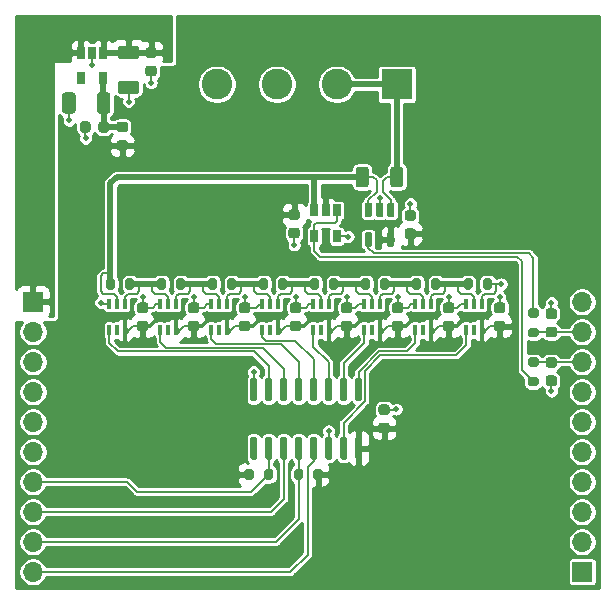
<source format=gbr>
%TF.GenerationSoftware,KiCad,Pcbnew,(5.1.10)-1*%
%TF.CreationDate,2022-10-09T17:25:27-05:00*%
%TF.ProjectId,curve_tracer,63757276-655f-4747-9261-6365722e6b69,A*%
%TF.SameCoordinates,Original*%
%TF.FileFunction,Copper,L1,Top*%
%TF.FilePolarity,Positive*%
%FSLAX46Y46*%
G04 Gerber Fmt 4.6, Leading zero omitted, Abs format (unit mm)*
G04 Created by KiCad (PCBNEW (5.1.10)-1) date 2022-10-09 17:25:27*
%MOMM*%
%LPD*%
G01*
G04 APERTURE LIST*
%TA.AperFunction,SMDPad,CuDef*%
%ADD10R,0.650000X1.060000*%
%TD*%
%TA.AperFunction,SMDPad,CuDef*%
%ADD11R,0.355600X0.876300*%
%TD*%
%TA.AperFunction,ComponentPad*%
%ADD12R,2.600000X2.600000*%
%TD*%
%TA.AperFunction,ComponentPad*%
%ADD13C,2.600000*%
%TD*%
%TA.AperFunction,ComponentPad*%
%ADD14R,1.700000X1.700000*%
%TD*%
%TA.AperFunction,ComponentPad*%
%ADD15O,1.700000X1.700000*%
%TD*%
%TA.AperFunction,ViaPad*%
%ADD16C,0.508000*%
%TD*%
%TA.AperFunction,Conductor*%
%ADD17C,0.152400*%
%TD*%
%TA.AperFunction,Conductor*%
%ADD18C,0.508000*%
%TD*%
%TA.AperFunction,Conductor*%
%ADD19C,0.304800*%
%TD*%
%TA.AperFunction,Conductor*%
%ADD20C,0.254000*%
%TD*%
%TA.AperFunction,Conductor*%
%ADD21C,0.100000*%
%TD*%
G04 APERTURE END LIST*
D10*
%TO.P,U4,1*%
%TO.N,VBUS*%
X132255300Y-87977800D03*
%TO.P,U4,2*%
%TO.N,GND*%
X131305300Y-87977800D03*
%TO.P,U4,3*%
%TO.N,VBUS*%
X130355300Y-87977800D03*
%TO.P,U4,4*%
%TO.N,Net-(U4-Pad4)*%
X130355300Y-90177800D03*
%TO.P,U4,5*%
%TO.N,Net-(C3-Pad1)*%
X132255300Y-90177800D03*
%TD*%
%TO.P,FB1,1*%
%TO.N,+3V3*%
%TA.AperFunction,SMDPad,CuDef*%
G36*
G01*
X134114250Y-96284500D02*
X133601750Y-96284500D01*
G75*
G02*
X133383000Y-96065750I0J218750D01*
G01*
X133383000Y-95628250D01*
G75*
G02*
X133601750Y-95409500I218750J0D01*
G01*
X134114250Y-95409500D01*
G75*
G02*
X134333000Y-95628250I0J-218750D01*
G01*
X134333000Y-96065750D01*
G75*
G02*
X134114250Y-96284500I-218750J0D01*
G01*
G37*
%TD.AperFunction*%
%TO.P,FB1,2*%
%TO.N,Net-(C3-Pad1)*%
%TA.AperFunction,SMDPad,CuDef*%
G36*
G01*
X134114250Y-94709500D02*
X133601750Y-94709500D01*
G75*
G02*
X133383000Y-94490750I0J218750D01*
G01*
X133383000Y-94053250D01*
G75*
G02*
X133601750Y-93834500I218750J0D01*
G01*
X134114250Y-93834500D01*
G75*
G02*
X134333000Y-94053250I0J-218750D01*
G01*
X134333000Y-94490750D01*
G75*
G02*
X134114250Y-94709500I-218750J0D01*
G01*
G37*
%TD.AperFunction*%
%TD*%
%TO.P,C4,1*%
%TO.N,Net-(C3-Pad1)*%
%TA.AperFunction,SMDPad,CuDef*%
G36*
G01*
X132847300Y-91602799D02*
X132847300Y-92902801D01*
G75*
G02*
X132597301Y-93152800I-249999J0D01*
G01*
X131947299Y-93152800D01*
G75*
G02*
X131697300Y-92902801I0J249999D01*
G01*
X131697300Y-91602799D01*
G75*
G02*
X131947299Y-91352800I249999J0D01*
G01*
X132597301Y-91352800D01*
G75*
G02*
X132847300Y-91602799I0J-249999D01*
G01*
G37*
%TD.AperFunction*%
%TO.P,C4,2*%
%TO.N,GND*%
%TA.AperFunction,SMDPad,CuDef*%
G36*
G01*
X129897300Y-91602799D02*
X129897300Y-92902801D01*
G75*
G02*
X129647301Y-93152800I-249999J0D01*
G01*
X128997299Y-93152800D01*
G75*
G02*
X128747300Y-92902801I0J249999D01*
G01*
X128747300Y-91602799D01*
G75*
G02*
X128997299Y-91352800I249999J0D01*
G01*
X129647301Y-91352800D01*
G75*
G02*
X129897300Y-91602799I0J-249999D01*
G01*
G37*
%TD.AperFunction*%
%TD*%
%TO.P,C3,1*%
%TO.N,Net-(C3-Pad1)*%
%TA.AperFunction,SMDPad,CuDef*%
G36*
G01*
X132720800Y-94034800D02*
X132720800Y-94534800D01*
G75*
G02*
X132495800Y-94759800I-225000J0D01*
G01*
X132045800Y-94759800D01*
G75*
G02*
X131820800Y-94534800I0J225000D01*
G01*
X131820800Y-94034800D01*
G75*
G02*
X132045800Y-93809800I225000J0D01*
G01*
X132495800Y-93809800D01*
G75*
G02*
X132720800Y-94034800I0J-225000D01*
G01*
G37*
%TD.AperFunction*%
%TO.P,C3,2*%
%TO.N,GND*%
%TA.AperFunction,SMDPad,CuDef*%
G36*
G01*
X131170800Y-94034800D02*
X131170800Y-94534800D01*
G75*
G02*
X130945800Y-94759800I-225000J0D01*
G01*
X130495800Y-94759800D01*
G75*
G02*
X130270800Y-94534800I0J225000D01*
G01*
X130270800Y-94034800D01*
G75*
G02*
X130495800Y-93809800I225000J0D01*
G01*
X130945800Y-93809800D01*
G75*
G02*
X131170800Y-94034800I0J-225000D01*
G01*
G37*
%TD.AperFunction*%
%TD*%
%TO.P,C2,1*%
%TO.N,VBUS*%
%TA.AperFunction,SMDPad,CuDef*%
G36*
G01*
X136033700Y-87535300D02*
X136533700Y-87535300D01*
G75*
G02*
X136758700Y-87760300I0J-225000D01*
G01*
X136758700Y-88210300D01*
G75*
G02*
X136533700Y-88435300I-225000J0D01*
G01*
X136033700Y-88435300D01*
G75*
G02*
X135808700Y-88210300I0J225000D01*
G01*
X135808700Y-87760300D01*
G75*
G02*
X136033700Y-87535300I225000J0D01*
G01*
G37*
%TD.AperFunction*%
%TO.P,C2,2*%
%TO.N,GND*%
%TA.AperFunction,SMDPad,CuDef*%
G36*
G01*
X136033700Y-89085300D02*
X136533700Y-89085300D01*
G75*
G02*
X136758700Y-89310300I0J-225000D01*
G01*
X136758700Y-89760300D01*
G75*
G02*
X136533700Y-89985300I-225000J0D01*
G01*
X136033700Y-89985300D01*
G75*
G02*
X135808700Y-89760300I0J225000D01*
G01*
X135808700Y-89310300D01*
G75*
G02*
X136033700Y-89085300I225000J0D01*
G01*
G37*
%TD.AperFunction*%
%TD*%
%TO.P,C1,1*%
%TO.N,VBUS*%
%TA.AperFunction,SMDPad,CuDef*%
G36*
G01*
X133728699Y-87408800D02*
X135028701Y-87408800D01*
G75*
G02*
X135278700Y-87658799I0J-249999D01*
G01*
X135278700Y-88308801D01*
G75*
G02*
X135028701Y-88558800I-249999J0D01*
G01*
X133728699Y-88558800D01*
G75*
G02*
X133478700Y-88308801I0J249999D01*
G01*
X133478700Y-87658799D01*
G75*
G02*
X133728699Y-87408800I249999J0D01*
G01*
G37*
%TD.AperFunction*%
%TO.P,C1,2*%
%TO.N,GND*%
%TA.AperFunction,SMDPad,CuDef*%
G36*
G01*
X133728699Y-90358800D02*
X135028701Y-90358800D01*
G75*
G02*
X135278700Y-90608799I0J-249999D01*
G01*
X135278700Y-91258801D01*
G75*
G02*
X135028701Y-91508800I-249999J0D01*
G01*
X133728699Y-91508800D01*
G75*
G02*
X133478700Y-91258801I0J249999D01*
G01*
X133478700Y-90608799D01*
G75*
G02*
X133728699Y-90358800I249999J0D01*
G01*
G37*
%TD.AperFunction*%
%TD*%
%TO.P,R20,2*%
%TO.N,I_PANEL_MEASURE*%
%TA.AperFunction,SMDPad,CuDef*%
G36*
G01*
X168381000Y-111296000D02*
X168931000Y-111296000D01*
G75*
G02*
X169131000Y-111496000I0J-200000D01*
G01*
X169131000Y-111896000D01*
G75*
G02*
X168931000Y-112096000I-200000J0D01*
G01*
X168381000Y-112096000D01*
G75*
G02*
X168181000Y-111896000I0J200000D01*
G01*
X168181000Y-111496000D01*
G75*
G02*
X168381000Y-111296000I200000J0D01*
G01*
G37*
%TD.AperFunction*%
%TO.P,R20,1*%
%TO.N,Net-(R20-Pad1)*%
%TA.AperFunction,SMDPad,CuDef*%
G36*
G01*
X168381000Y-109646000D02*
X168931000Y-109646000D01*
G75*
G02*
X169131000Y-109846000I0J-200000D01*
G01*
X169131000Y-110246000D01*
G75*
G02*
X168931000Y-110446000I-200000J0D01*
G01*
X168381000Y-110446000D01*
G75*
G02*
X168181000Y-110246000I0J200000D01*
G01*
X168181000Y-109846000D01*
G75*
G02*
X168381000Y-109646000I200000J0D01*
G01*
G37*
%TD.AperFunction*%
%TD*%
%TO.P,R19,2*%
%TO.N,V_PANEL_MEASURE*%
%TA.AperFunction,SMDPad,CuDef*%
G36*
G01*
X168931000Y-114573500D02*
X168381000Y-114573500D01*
G75*
G02*
X168181000Y-114373500I0J200000D01*
G01*
X168181000Y-113973500D01*
G75*
G02*
X168381000Y-113773500I200000J0D01*
G01*
X168931000Y-113773500D01*
G75*
G02*
X169131000Y-113973500I0J-200000D01*
G01*
X169131000Y-114373500D01*
G75*
G02*
X168931000Y-114573500I-200000J0D01*
G01*
G37*
%TD.AperFunction*%
%TO.P,R19,1*%
%TO.N,Net-(R19-Pad1)*%
%TA.AperFunction,SMDPad,CuDef*%
G36*
G01*
X168931000Y-116223500D02*
X168381000Y-116223500D01*
G75*
G02*
X168181000Y-116023500I0J200000D01*
G01*
X168181000Y-115623500D01*
G75*
G02*
X168381000Y-115423500I200000J0D01*
G01*
X168931000Y-115423500D01*
G75*
G02*
X169131000Y-115623500I0J-200000D01*
G01*
X169131000Y-116023500D01*
G75*
G02*
X168931000Y-116223500I-200000J0D01*
G01*
G37*
%TD.AperFunction*%
%TD*%
%TO.P,C18,2*%
%TO.N,GND*%
%TA.AperFunction,SMDPad,CuDef*%
G36*
G01*
X170430000Y-110546000D02*
X169930000Y-110546000D01*
G75*
G02*
X169705000Y-110321000I0J225000D01*
G01*
X169705000Y-109871000D01*
G75*
G02*
X169930000Y-109646000I225000J0D01*
G01*
X170430000Y-109646000D01*
G75*
G02*
X170655000Y-109871000I0J-225000D01*
G01*
X170655000Y-110321000D01*
G75*
G02*
X170430000Y-110546000I-225000J0D01*
G01*
G37*
%TD.AperFunction*%
%TO.P,C18,1*%
%TO.N,I_PANEL_MEASURE*%
%TA.AperFunction,SMDPad,CuDef*%
G36*
G01*
X170430000Y-112096000D02*
X169930000Y-112096000D01*
G75*
G02*
X169705000Y-111871000I0J225000D01*
G01*
X169705000Y-111421000D01*
G75*
G02*
X169930000Y-111196000I225000J0D01*
G01*
X170430000Y-111196000D01*
G75*
G02*
X170655000Y-111421000I0J-225000D01*
G01*
X170655000Y-111871000D01*
G75*
G02*
X170430000Y-112096000I-225000J0D01*
G01*
G37*
%TD.AperFunction*%
%TD*%
%TO.P,C17,2*%
%TO.N,GND*%
%TA.AperFunction,SMDPad,CuDef*%
G36*
G01*
X169930000Y-115323500D02*
X170430000Y-115323500D01*
G75*
G02*
X170655000Y-115548500I0J-225000D01*
G01*
X170655000Y-115998500D01*
G75*
G02*
X170430000Y-116223500I-225000J0D01*
G01*
X169930000Y-116223500D01*
G75*
G02*
X169705000Y-115998500I0J225000D01*
G01*
X169705000Y-115548500D01*
G75*
G02*
X169930000Y-115323500I225000J0D01*
G01*
G37*
%TD.AperFunction*%
%TO.P,C17,1*%
%TO.N,V_PANEL_MEASURE*%
%TA.AperFunction,SMDPad,CuDef*%
G36*
G01*
X169930000Y-113773500D02*
X170430000Y-113773500D01*
G75*
G02*
X170655000Y-113998500I0J-225000D01*
G01*
X170655000Y-114448500D01*
G75*
G02*
X170430000Y-114673500I-225000J0D01*
G01*
X169930000Y-114673500D01*
G75*
G02*
X169705000Y-114448500I0J225000D01*
G01*
X169705000Y-113998500D01*
G75*
G02*
X169930000Y-113773500I225000J0D01*
G01*
G37*
%TD.AperFunction*%
%TD*%
D11*
%TO.P,U13,1*%
%TO.N,Net-(R17-Pad1)*%
X134063499Y-109251750D03*
%TO.P,U13,2*%
%TO.N,/Resistor Ladder/V_PANEL*%
X133413500Y-109251750D03*
%TO.P,U13,3*%
%TO.N,GND*%
X132763501Y-109251750D03*
%TO.P,U13,4*%
%TO.N,Net-(U13-Pad4)*%
X132763501Y-111474250D03*
%TO.P,U13,5*%
%TO.N,Net-(U13-Pad5)*%
X133413500Y-111474250D03*
%TO.P,U13,6*%
%TO.N,+3V3*%
X134063499Y-111474250D03*
%TD*%
%TO.P,U12,1*%
%TO.N,Net-(R16-Pad1)*%
X138381499Y-109251750D03*
%TO.P,U12,2*%
%TO.N,Net-(R17-Pad1)*%
X137731500Y-109251750D03*
%TO.P,U12,3*%
%TO.N,GND*%
X137081501Y-109251750D03*
%TO.P,U12,4*%
%TO.N,Net-(U12-Pad4)*%
X137081501Y-111474250D03*
%TO.P,U12,5*%
%TO.N,Net-(U12-Pad5)*%
X137731500Y-111474250D03*
%TO.P,U12,6*%
%TO.N,+3V3*%
X138381499Y-111474250D03*
%TD*%
%TO.P,U11,1*%
%TO.N,Net-(R15-Pad1)*%
X142699499Y-109251750D03*
%TO.P,U11,2*%
%TO.N,Net-(R16-Pad1)*%
X142049500Y-109251750D03*
%TO.P,U11,3*%
%TO.N,GND*%
X141399501Y-109251750D03*
%TO.P,U11,4*%
%TO.N,Net-(U11-Pad4)*%
X141399501Y-111474250D03*
%TO.P,U11,5*%
%TO.N,Net-(U11-Pad5)*%
X142049500Y-111474250D03*
%TO.P,U11,6*%
%TO.N,+3V3*%
X142699499Y-111474250D03*
%TD*%
%TO.P,U10,1*%
%TO.N,Net-(R14-Pad1)*%
X147017499Y-109251750D03*
%TO.P,U10,2*%
%TO.N,Net-(R15-Pad1)*%
X146367500Y-109251750D03*
%TO.P,U10,3*%
%TO.N,GND*%
X145717501Y-109251750D03*
%TO.P,U10,4*%
%TO.N,Net-(U10-Pad4)*%
X145717501Y-111474250D03*
%TO.P,U10,5*%
%TO.N,Net-(U10-Pad5)*%
X146367500Y-111474250D03*
%TO.P,U10,6*%
%TO.N,+3V3*%
X147017499Y-111474250D03*
%TD*%
%TO.P,U9,1*%
%TO.N,Net-(R13-Pad1)*%
X151335499Y-109251750D03*
%TO.P,U9,2*%
%TO.N,Net-(R14-Pad1)*%
X150685500Y-109251750D03*
%TO.P,U9,3*%
%TO.N,GND*%
X150035501Y-109251750D03*
%TO.P,U9,4*%
%TO.N,Net-(U5-Pad3)*%
X150035501Y-111474250D03*
%TO.P,U9,5*%
%TO.N,Net-(U9-Pad5)*%
X150685500Y-111474250D03*
%TO.P,U9,6*%
%TO.N,+3V3*%
X151335499Y-111474250D03*
%TD*%
%TO.P,U8,1*%
%TO.N,Net-(R12-Pad1)*%
X155653499Y-109251750D03*
%TO.P,U8,2*%
%TO.N,Net-(R13-Pad1)*%
X155003500Y-109251750D03*
%TO.P,U8,3*%
%TO.N,GND*%
X154353501Y-109251750D03*
%TO.P,U8,4*%
%TO.N,Net-(U5-Pad2)*%
X154353501Y-111474250D03*
%TO.P,U8,5*%
%TO.N,Net-(U8-Pad5)*%
X155003500Y-111474250D03*
%TO.P,U8,6*%
%TO.N,+3V3*%
X155653499Y-111474250D03*
%TD*%
%TO.P,U7,1*%
%TO.N,Net-(R11-Pad1)*%
X159971499Y-109251750D03*
%TO.P,U7,2*%
%TO.N,Net-(R12-Pad1)*%
X159321500Y-109251750D03*
%TO.P,U7,3*%
%TO.N,GND*%
X158671501Y-109251750D03*
%TO.P,U7,4*%
%TO.N,Net-(U5-Pad1)*%
X158671501Y-111474250D03*
%TO.P,U7,5*%
%TO.N,Net-(U7-Pad5)*%
X159321500Y-111474250D03*
%TO.P,U7,6*%
%TO.N,+3V3*%
X159971499Y-111474250D03*
%TD*%
%TO.P,U6,1*%
%TO.N,GND*%
X164289499Y-109251750D03*
%TO.P,U6,2*%
%TO.N,Net-(R11-Pad1)*%
X163639500Y-109251750D03*
%TO.P,U6,3*%
%TO.N,GND*%
X162989501Y-109251750D03*
%TO.P,U6,4*%
%TO.N,Net-(U5-Pad15)*%
X162989501Y-111474250D03*
%TO.P,U6,5*%
%TO.N,Net-(U6-Pad5)*%
X163639500Y-111474250D03*
%TO.P,U6,6*%
%TO.N,+3V3*%
X164289499Y-111474250D03*
%TD*%
D12*
%TO.P,J1,1*%
%TO.N,Net-(J1-Pad1)*%
X157099000Y-90678000D03*
D13*
%TO.P,J1,2*%
X152019000Y-90678000D03*
%TO.P,J1,3*%
%TO.N,GND*%
X146939000Y-90678000D03*
%TO.P,J1,4*%
X141859000Y-90678000D03*
%TD*%
%TO.P,U5,16*%
%TO.N,+3V3*%
%TA.AperFunction,SMDPad,CuDef*%
G36*
G01*
X153710500Y-120499000D02*
X154010500Y-120499000D01*
G75*
G02*
X154160500Y-120649000I0J-150000D01*
G01*
X154160500Y-122299000D01*
G75*
G02*
X154010500Y-122449000I-150000J0D01*
G01*
X153710500Y-122449000D01*
G75*
G02*
X153560500Y-122299000I0J150000D01*
G01*
X153560500Y-120649000D01*
G75*
G02*
X153710500Y-120499000I150000J0D01*
G01*
G37*
%TD.AperFunction*%
%TO.P,U5,15*%
%TO.N,Net-(U5-Pad15)*%
%TA.AperFunction,SMDPad,CuDef*%
G36*
G01*
X152440500Y-120499000D02*
X152740500Y-120499000D01*
G75*
G02*
X152890500Y-120649000I0J-150000D01*
G01*
X152890500Y-122299000D01*
G75*
G02*
X152740500Y-122449000I-150000J0D01*
G01*
X152440500Y-122449000D01*
G75*
G02*
X152290500Y-122299000I0J150000D01*
G01*
X152290500Y-120649000D01*
G75*
G02*
X152440500Y-120499000I150000J0D01*
G01*
G37*
%TD.AperFunction*%
%TO.P,U5,14*%
%TO.N,GND*%
%TA.AperFunction,SMDPad,CuDef*%
G36*
G01*
X151170500Y-120499000D02*
X151470500Y-120499000D01*
G75*
G02*
X151620500Y-120649000I0J-150000D01*
G01*
X151620500Y-122299000D01*
G75*
G02*
X151470500Y-122449000I-150000J0D01*
G01*
X151170500Y-122449000D01*
G75*
G02*
X151020500Y-122299000I0J150000D01*
G01*
X151020500Y-120649000D01*
G75*
G02*
X151170500Y-120499000I150000J0D01*
G01*
G37*
%TD.AperFunction*%
%TO.P,U5,13*%
%TO.N,LADDER_LATCH*%
%TA.AperFunction,SMDPad,CuDef*%
G36*
G01*
X149900500Y-120499000D02*
X150200500Y-120499000D01*
G75*
G02*
X150350500Y-120649000I0J-150000D01*
G01*
X150350500Y-122299000D01*
G75*
G02*
X150200500Y-122449000I-150000J0D01*
G01*
X149900500Y-122449000D01*
G75*
G02*
X149750500Y-122299000I0J150000D01*
G01*
X149750500Y-120649000D01*
G75*
G02*
X149900500Y-120499000I150000J0D01*
G01*
G37*
%TD.AperFunction*%
%TO.P,U5,12*%
%TO.N,LADDER_EN*%
%TA.AperFunction,SMDPad,CuDef*%
G36*
G01*
X148630500Y-120499000D02*
X148930500Y-120499000D01*
G75*
G02*
X149080500Y-120649000I0J-150000D01*
G01*
X149080500Y-122299000D01*
G75*
G02*
X148930500Y-122449000I-150000J0D01*
G01*
X148630500Y-122449000D01*
G75*
G02*
X148480500Y-122299000I0J150000D01*
G01*
X148480500Y-120649000D01*
G75*
G02*
X148630500Y-120499000I150000J0D01*
G01*
G37*
%TD.AperFunction*%
%TO.P,U5,11*%
%TO.N,LADDER_CLOCK*%
%TA.AperFunction,SMDPad,CuDef*%
G36*
G01*
X147360500Y-120499000D02*
X147660500Y-120499000D01*
G75*
G02*
X147810500Y-120649000I0J-150000D01*
G01*
X147810500Y-122299000D01*
G75*
G02*
X147660500Y-122449000I-150000J0D01*
G01*
X147360500Y-122449000D01*
G75*
G02*
X147210500Y-122299000I0J150000D01*
G01*
X147210500Y-120649000D01*
G75*
G02*
X147360500Y-120499000I150000J0D01*
G01*
G37*
%TD.AperFunction*%
%TO.P,U5,10*%
%TO.N,LADDER_RESET*%
%TA.AperFunction,SMDPad,CuDef*%
G36*
G01*
X146090500Y-120499000D02*
X146390500Y-120499000D01*
G75*
G02*
X146540500Y-120649000I0J-150000D01*
G01*
X146540500Y-122299000D01*
G75*
G02*
X146390500Y-122449000I-150000J0D01*
G01*
X146090500Y-122449000D01*
G75*
G02*
X145940500Y-122299000I0J150000D01*
G01*
X145940500Y-120649000D01*
G75*
G02*
X146090500Y-120499000I150000J0D01*
G01*
G37*
%TD.AperFunction*%
%TO.P,U5,9*%
%TO.N,Net-(U5-Pad9)*%
%TA.AperFunction,SMDPad,CuDef*%
G36*
G01*
X144820500Y-120499000D02*
X145120500Y-120499000D01*
G75*
G02*
X145270500Y-120649000I0J-150000D01*
G01*
X145270500Y-122299000D01*
G75*
G02*
X145120500Y-122449000I-150000J0D01*
G01*
X144820500Y-122449000D01*
G75*
G02*
X144670500Y-122299000I0J150000D01*
G01*
X144670500Y-120649000D01*
G75*
G02*
X144820500Y-120499000I150000J0D01*
G01*
G37*
%TD.AperFunction*%
%TO.P,U5,8*%
%TO.N,GND*%
%TA.AperFunction,SMDPad,CuDef*%
G36*
G01*
X144820500Y-115549000D02*
X145120500Y-115549000D01*
G75*
G02*
X145270500Y-115699000I0J-150000D01*
G01*
X145270500Y-117349000D01*
G75*
G02*
X145120500Y-117499000I-150000J0D01*
G01*
X144820500Y-117499000D01*
G75*
G02*
X144670500Y-117349000I0J150000D01*
G01*
X144670500Y-115699000D01*
G75*
G02*
X144820500Y-115549000I150000J0D01*
G01*
G37*
%TD.AperFunction*%
%TO.P,U5,7*%
%TO.N,Net-(U13-Pad4)*%
%TA.AperFunction,SMDPad,CuDef*%
G36*
G01*
X146090500Y-115549000D02*
X146390500Y-115549000D01*
G75*
G02*
X146540500Y-115699000I0J-150000D01*
G01*
X146540500Y-117349000D01*
G75*
G02*
X146390500Y-117499000I-150000J0D01*
G01*
X146090500Y-117499000D01*
G75*
G02*
X145940500Y-117349000I0J150000D01*
G01*
X145940500Y-115699000D01*
G75*
G02*
X146090500Y-115549000I150000J0D01*
G01*
G37*
%TD.AperFunction*%
%TO.P,U5,6*%
%TO.N,Net-(U12-Pad4)*%
%TA.AperFunction,SMDPad,CuDef*%
G36*
G01*
X147360500Y-115549000D02*
X147660500Y-115549000D01*
G75*
G02*
X147810500Y-115699000I0J-150000D01*
G01*
X147810500Y-117349000D01*
G75*
G02*
X147660500Y-117499000I-150000J0D01*
G01*
X147360500Y-117499000D01*
G75*
G02*
X147210500Y-117349000I0J150000D01*
G01*
X147210500Y-115699000D01*
G75*
G02*
X147360500Y-115549000I150000J0D01*
G01*
G37*
%TD.AperFunction*%
%TO.P,U5,5*%
%TO.N,Net-(U11-Pad4)*%
%TA.AperFunction,SMDPad,CuDef*%
G36*
G01*
X148630500Y-115549000D02*
X148930500Y-115549000D01*
G75*
G02*
X149080500Y-115699000I0J-150000D01*
G01*
X149080500Y-117349000D01*
G75*
G02*
X148930500Y-117499000I-150000J0D01*
G01*
X148630500Y-117499000D01*
G75*
G02*
X148480500Y-117349000I0J150000D01*
G01*
X148480500Y-115699000D01*
G75*
G02*
X148630500Y-115549000I150000J0D01*
G01*
G37*
%TD.AperFunction*%
%TO.P,U5,4*%
%TO.N,Net-(U10-Pad4)*%
%TA.AperFunction,SMDPad,CuDef*%
G36*
G01*
X149900500Y-115549000D02*
X150200500Y-115549000D01*
G75*
G02*
X150350500Y-115699000I0J-150000D01*
G01*
X150350500Y-117349000D01*
G75*
G02*
X150200500Y-117499000I-150000J0D01*
G01*
X149900500Y-117499000D01*
G75*
G02*
X149750500Y-117349000I0J150000D01*
G01*
X149750500Y-115699000D01*
G75*
G02*
X149900500Y-115549000I150000J0D01*
G01*
G37*
%TD.AperFunction*%
%TO.P,U5,3*%
%TO.N,Net-(U5-Pad3)*%
%TA.AperFunction,SMDPad,CuDef*%
G36*
G01*
X151170500Y-115549000D02*
X151470500Y-115549000D01*
G75*
G02*
X151620500Y-115699000I0J-150000D01*
G01*
X151620500Y-117349000D01*
G75*
G02*
X151470500Y-117499000I-150000J0D01*
G01*
X151170500Y-117499000D01*
G75*
G02*
X151020500Y-117349000I0J150000D01*
G01*
X151020500Y-115699000D01*
G75*
G02*
X151170500Y-115549000I150000J0D01*
G01*
G37*
%TD.AperFunction*%
%TO.P,U5,2*%
%TO.N,Net-(U5-Pad2)*%
%TA.AperFunction,SMDPad,CuDef*%
G36*
G01*
X152440500Y-115549000D02*
X152740500Y-115549000D01*
G75*
G02*
X152890500Y-115699000I0J-150000D01*
G01*
X152890500Y-117349000D01*
G75*
G02*
X152740500Y-117499000I-150000J0D01*
G01*
X152440500Y-117499000D01*
G75*
G02*
X152290500Y-117349000I0J150000D01*
G01*
X152290500Y-115699000D01*
G75*
G02*
X152440500Y-115549000I150000J0D01*
G01*
G37*
%TD.AperFunction*%
%TO.P,U5,1*%
%TO.N,Net-(U5-Pad1)*%
%TA.AperFunction,SMDPad,CuDef*%
G36*
G01*
X153710500Y-115549000D02*
X154010500Y-115549000D01*
G75*
G02*
X154160500Y-115699000I0J-150000D01*
G01*
X154160500Y-117349000D01*
G75*
G02*
X154010500Y-117499000I-150000J0D01*
G01*
X153710500Y-117499000D01*
G75*
G02*
X153560500Y-117349000I0J150000D01*
G01*
X153560500Y-115699000D01*
G75*
G02*
X153710500Y-115549000I150000J0D01*
G01*
G37*
%TD.AperFunction*%
%TD*%
D10*
%TO.P,U2,5*%
%TO.N,GND*%
X152018000Y-103541000D03*
%TO.P,U2,4*%
%TO.N,Net-(R19-Pad1)*%
X150118000Y-103541000D03*
%TO.P,U2,3*%
%TO.N,/Resistor Ladder/V_PANEL*%
X150118000Y-101341000D03*
%TO.P,U2,2*%
%TO.N,+3V3*%
X151068000Y-101341000D03*
%TO.P,U2,1*%
%TO.N,Net-(R19-Pad1)*%
X152018000Y-101341000D03*
%TD*%
%TO.P,U1,5*%
%TO.N,+3V3*%
%TA.AperFunction,SMDPad,CuDef*%
G36*
G01*
X156382000Y-103202500D02*
X156795000Y-103202500D01*
G75*
G02*
X156883500Y-103291000I0J-88500D01*
G01*
X156883500Y-104324000D01*
G75*
G02*
X156795000Y-104412500I-88500J0D01*
G01*
X156382000Y-104412500D01*
G75*
G02*
X156293500Y-104324000I0J88500D01*
G01*
X156293500Y-103291000D01*
G75*
G02*
X156382000Y-103202500I88500J0D01*
G01*
G37*
%TD.AperFunction*%
%TO.P,U1,4*%
%TO.N,Net-(R20-Pad1)*%
%TA.AperFunction,SMDPad,CuDef*%
G36*
G01*
X154482000Y-103202500D02*
X154895000Y-103202500D01*
G75*
G02*
X154983500Y-103291000I0J-88500D01*
G01*
X154983500Y-104324000D01*
G75*
G02*
X154895000Y-104412500I-88500J0D01*
G01*
X154482000Y-104412500D01*
G75*
G02*
X154393500Y-104324000I0J88500D01*
G01*
X154393500Y-103291000D01*
G75*
G02*
X154482000Y-103202500I88500J0D01*
G01*
G37*
%TD.AperFunction*%
%TO.P,U1,3*%
%TO.N,/Resistor Ladder/V_PANEL*%
%TA.AperFunction,SMDPad,CuDef*%
G36*
G01*
X154482000Y-100692500D02*
X154895000Y-100692500D01*
G75*
G02*
X154983500Y-100781000I0J-88500D01*
G01*
X154983500Y-101814000D01*
G75*
G02*
X154895000Y-101902500I-88500J0D01*
G01*
X154482000Y-101902500D01*
G75*
G02*
X154393500Y-101814000I0J88500D01*
G01*
X154393500Y-100781000D01*
G75*
G02*
X154482000Y-100692500I88500J0D01*
G01*
G37*
%TD.AperFunction*%
%TO.P,U1,2*%
%TO.N,GND*%
%TA.AperFunction,SMDPad,CuDef*%
G36*
G01*
X155432000Y-100692500D02*
X155845000Y-100692500D01*
G75*
G02*
X155933500Y-100781000I0J-88500D01*
G01*
X155933500Y-101814000D01*
G75*
G02*
X155845000Y-101902500I-88500J0D01*
G01*
X155432000Y-101902500D01*
G75*
G02*
X155343500Y-101814000I0J88500D01*
G01*
X155343500Y-100781000D01*
G75*
G02*
X155432000Y-100692500I88500J0D01*
G01*
G37*
%TD.AperFunction*%
%TO.P,U1,1*%
%TO.N,Net-(J1-Pad1)*%
%TA.AperFunction,SMDPad,CuDef*%
G36*
G01*
X156382000Y-100692500D02*
X156795000Y-100692500D01*
G75*
G02*
X156883500Y-100781000I0J-88500D01*
G01*
X156883500Y-101814000D01*
G75*
G02*
X156795000Y-101902500I-88500J0D01*
G01*
X156382000Y-101902500D01*
G75*
G02*
X156293500Y-101814000I0J88500D01*
G01*
X156293500Y-100781000D01*
G75*
G02*
X156382000Y-100692500I88500J0D01*
G01*
G37*
%TD.AperFunction*%
%TD*%
%TO.P,R18,2*%
%TO.N,Net-(R17-Pad1)*%
%TA.AperFunction,SMDPad,CuDef*%
G36*
G01*
X134092500Y-107844000D02*
X134092500Y-107294000D01*
G75*
G02*
X134292500Y-107094000I200000J0D01*
G01*
X134692500Y-107094000D01*
G75*
G02*
X134892500Y-107294000I0J-200000D01*
G01*
X134892500Y-107844000D01*
G75*
G02*
X134692500Y-108044000I-200000J0D01*
G01*
X134292500Y-108044000D01*
G75*
G02*
X134092500Y-107844000I0J200000D01*
G01*
G37*
%TD.AperFunction*%
%TO.P,R18,1*%
%TO.N,/Resistor Ladder/V_PANEL*%
%TA.AperFunction,SMDPad,CuDef*%
G36*
G01*
X132442500Y-107844000D02*
X132442500Y-107294000D01*
G75*
G02*
X132642500Y-107094000I200000J0D01*
G01*
X133042500Y-107094000D01*
G75*
G02*
X133242500Y-107294000I0J-200000D01*
G01*
X133242500Y-107844000D01*
G75*
G02*
X133042500Y-108044000I-200000J0D01*
G01*
X132642500Y-108044000D01*
G75*
G02*
X132442500Y-107844000I0J200000D01*
G01*
G37*
%TD.AperFunction*%
%TD*%
%TO.P,R17,2*%
%TO.N,Net-(R16-Pad1)*%
%TA.AperFunction,SMDPad,CuDef*%
G36*
G01*
X138410500Y-107844000D02*
X138410500Y-107294000D01*
G75*
G02*
X138610500Y-107094000I200000J0D01*
G01*
X139010500Y-107094000D01*
G75*
G02*
X139210500Y-107294000I0J-200000D01*
G01*
X139210500Y-107844000D01*
G75*
G02*
X139010500Y-108044000I-200000J0D01*
G01*
X138610500Y-108044000D01*
G75*
G02*
X138410500Y-107844000I0J200000D01*
G01*
G37*
%TD.AperFunction*%
%TO.P,R17,1*%
%TO.N,Net-(R17-Pad1)*%
%TA.AperFunction,SMDPad,CuDef*%
G36*
G01*
X136760500Y-107844000D02*
X136760500Y-107294000D01*
G75*
G02*
X136960500Y-107094000I200000J0D01*
G01*
X137360500Y-107094000D01*
G75*
G02*
X137560500Y-107294000I0J-200000D01*
G01*
X137560500Y-107844000D01*
G75*
G02*
X137360500Y-108044000I-200000J0D01*
G01*
X136960500Y-108044000D01*
G75*
G02*
X136760500Y-107844000I0J200000D01*
G01*
G37*
%TD.AperFunction*%
%TD*%
%TO.P,R16,2*%
%TO.N,Net-(R15-Pad1)*%
%TA.AperFunction,SMDPad,CuDef*%
G36*
G01*
X142728500Y-107844000D02*
X142728500Y-107294000D01*
G75*
G02*
X142928500Y-107094000I200000J0D01*
G01*
X143328500Y-107094000D01*
G75*
G02*
X143528500Y-107294000I0J-200000D01*
G01*
X143528500Y-107844000D01*
G75*
G02*
X143328500Y-108044000I-200000J0D01*
G01*
X142928500Y-108044000D01*
G75*
G02*
X142728500Y-107844000I0J200000D01*
G01*
G37*
%TD.AperFunction*%
%TO.P,R16,1*%
%TO.N,Net-(R16-Pad1)*%
%TA.AperFunction,SMDPad,CuDef*%
G36*
G01*
X141078500Y-107844000D02*
X141078500Y-107294000D01*
G75*
G02*
X141278500Y-107094000I200000J0D01*
G01*
X141678500Y-107094000D01*
G75*
G02*
X141878500Y-107294000I0J-200000D01*
G01*
X141878500Y-107844000D01*
G75*
G02*
X141678500Y-108044000I-200000J0D01*
G01*
X141278500Y-108044000D01*
G75*
G02*
X141078500Y-107844000I0J200000D01*
G01*
G37*
%TD.AperFunction*%
%TD*%
%TO.P,R15,2*%
%TO.N,Net-(R14-Pad1)*%
%TA.AperFunction,SMDPad,CuDef*%
G36*
G01*
X147046500Y-107844000D02*
X147046500Y-107294000D01*
G75*
G02*
X147246500Y-107094000I200000J0D01*
G01*
X147646500Y-107094000D01*
G75*
G02*
X147846500Y-107294000I0J-200000D01*
G01*
X147846500Y-107844000D01*
G75*
G02*
X147646500Y-108044000I-200000J0D01*
G01*
X147246500Y-108044000D01*
G75*
G02*
X147046500Y-107844000I0J200000D01*
G01*
G37*
%TD.AperFunction*%
%TO.P,R15,1*%
%TO.N,Net-(R15-Pad1)*%
%TA.AperFunction,SMDPad,CuDef*%
G36*
G01*
X145396500Y-107844000D02*
X145396500Y-107294000D01*
G75*
G02*
X145596500Y-107094000I200000J0D01*
G01*
X145996500Y-107094000D01*
G75*
G02*
X146196500Y-107294000I0J-200000D01*
G01*
X146196500Y-107844000D01*
G75*
G02*
X145996500Y-108044000I-200000J0D01*
G01*
X145596500Y-108044000D01*
G75*
G02*
X145396500Y-107844000I0J200000D01*
G01*
G37*
%TD.AperFunction*%
%TD*%
%TO.P,R14,2*%
%TO.N,Net-(R13-Pad1)*%
%TA.AperFunction,SMDPad,CuDef*%
G36*
G01*
X151364500Y-107844000D02*
X151364500Y-107294000D01*
G75*
G02*
X151564500Y-107094000I200000J0D01*
G01*
X151964500Y-107094000D01*
G75*
G02*
X152164500Y-107294000I0J-200000D01*
G01*
X152164500Y-107844000D01*
G75*
G02*
X151964500Y-108044000I-200000J0D01*
G01*
X151564500Y-108044000D01*
G75*
G02*
X151364500Y-107844000I0J200000D01*
G01*
G37*
%TD.AperFunction*%
%TO.P,R14,1*%
%TO.N,Net-(R14-Pad1)*%
%TA.AperFunction,SMDPad,CuDef*%
G36*
G01*
X149714500Y-107844000D02*
X149714500Y-107294000D01*
G75*
G02*
X149914500Y-107094000I200000J0D01*
G01*
X150314500Y-107094000D01*
G75*
G02*
X150514500Y-107294000I0J-200000D01*
G01*
X150514500Y-107844000D01*
G75*
G02*
X150314500Y-108044000I-200000J0D01*
G01*
X149914500Y-108044000D01*
G75*
G02*
X149714500Y-107844000I0J200000D01*
G01*
G37*
%TD.AperFunction*%
%TD*%
%TO.P,R13,2*%
%TO.N,Net-(R12-Pad1)*%
%TA.AperFunction,SMDPad,CuDef*%
G36*
G01*
X155682500Y-107844000D02*
X155682500Y-107294000D01*
G75*
G02*
X155882500Y-107094000I200000J0D01*
G01*
X156282500Y-107094000D01*
G75*
G02*
X156482500Y-107294000I0J-200000D01*
G01*
X156482500Y-107844000D01*
G75*
G02*
X156282500Y-108044000I-200000J0D01*
G01*
X155882500Y-108044000D01*
G75*
G02*
X155682500Y-107844000I0J200000D01*
G01*
G37*
%TD.AperFunction*%
%TO.P,R13,1*%
%TO.N,Net-(R13-Pad1)*%
%TA.AperFunction,SMDPad,CuDef*%
G36*
G01*
X154032500Y-107844000D02*
X154032500Y-107294000D01*
G75*
G02*
X154232500Y-107094000I200000J0D01*
G01*
X154632500Y-107094000D01*
G75*
G02*
X154832500Y-107294000I0J-200000D01*
G01*
X154832500Y-107844000D01*
G75*
G02*
X154632500Y-108044000I-200000J0D01*
G01*
X154232500Y-108044000D01*
G75*
G02*
X154032500Y-107844000I0J200000D01*
G01*
G37*
%TD.AperFunction*%
%TD*%
%TO.P,R12,2*%
%TO.N,Net-(R11-Pad1)*%
%TA.AperFunction,SMDPad,CuDef*%
G36*
G01*
X160000500Y-107844000D02*
X160000500Y-107294000D01*
G75*
G02*
X160200500Y-107094000I200000J0D01*
G01*
X160600500Y-107094000D01*
G75*
G02*
X160800500Y-107294000I0J-200000D01*
G01*
X160800500Y-107844000D01*
G75*
G02*
X160600500Y-108044000I-200000J0D01*
G01*
X160200500Y-108044000D01*
G75*
G02*
X160000500Y-107844000I0J200000D01*
G01*
G37*
%TD.AperFunction*%
%TO.P,R12,1*%
%TO.N,Net-(R12-Pad1)*%
%TA.AperFunction,SMDPad,CuDef*%
G36*
G01*
X158350500Y-107844000D02*
X158350500Y-107294000D01*
G75*
G02*
X158550500Y-107094000I200000J0D01*
G01*
X158950500Y-107094000D01*
G75*
G02*
X159150500Y-107294000I0J-200000D01*
G01*
X159150500Y-107844000D01*
G75*
G02*
X158950500Y-108044000I-200000J0D01*
G01*
X158550500Y-108044000D01*
G75*
G02*
X158350500Y-107844000I0J200000D01*
G01*
G37*
%TD.AperFunction*%
%TD*%
%TO.P,R11,2*%
%TO.N,GND*%
%TA.AperFunction,SMDPad,CuDef*%
G36*
G01*
X164381500Y-107844000D02*
X164381500Y-107294000D01*
G75*
G02*
X164581500Y-107094000I200000J0D01*
G01*
X164981500Y-107094000D01*
G75*
G02*
X165181500Y-107294000I0J-200000D01*
G01*
X165181500Y-107844000D01*
G75*
G02*
X164981500Y-108044000I-200000J0D01*
G01*
X164581500Y-108044000D01*
G75*
G02*
X164381500Y-107844000I0J200000D01*
G01*
G37*
%TD.AperFunction*%
%TO.P,R11,1*%
%TO.N,Net-(R11-Pad1)*%
%TA.AperFunction,SMDPad,CuDef*%
G36*
G01*
X162731500Y-107844000D02*
X162731500Y-107294000D01*
G75*
G02*
X162931500Y-107094000I200000J0D01*
G01*
X163331500Y-107094000D01*
G75*
G02*
X163531500Y-107294000I0J-200000D01*
G01*
X163531500Y-107844000D01*
G75*
G02*
X163331500Y-108044000I-200000J0D01*
G01*
X162931500Y-108044000D01*
G75*
G02*
X162731500Y-107844000I0J200000D01*
G01*
G37*
%TD.AperFunction*%
%TD*%
%TO.P,R5,2*%
%TO.N,+3V3*%
%TA.AperFunction,SMDPad,CuDef*%
G36*
G01*
X144990000Y-123423000D02*
X144990000Y-123973000D01*
G75*
G02*
X144790000Y-124173000I-200000J0D01*
G01*
X144390000Y-124173000D01*
G75*
G02*
X144190000Y-123973000I0J200000D01*
G01*
X144190000Y-123423000D01*
G75*
G02*
X144390000Y-123223000I200000J0D01*
G01*
X144790000Y-123223000D01*
G75*
G02*
X144990000Y-123423000I0J-200000D01*
G01*
G37*
%TD.AperFunction*%
%TO.P,R5,1*%
%TO.N,LADDER_RESET*%
%TA.AperFunction,SMDPad,CuDef*%
G36*
G01*
X146640000Y-123423000D02*
X146640000Y-123973000D01*
G75*
G02*
X146440000Y-124173000I-200000J0D01*
G01*
X146040000Y-124173000D01*
G75*
G02*
X145840000Y-123973000I0J200000D01*
G01*
X145840000Y-123423000D01*
G75*
G02*
X146040000Y-123223000I200000J0D01*
G01*
X146440000Y-123223000D01*
G75*
G02*
X146640000Y-123423000I0J-200000D01*
G01*
G37*
%TD.AperFunction*%
%TD*%
%TO.P,R3,2*%
%TO.N,+3V3*%
%TA.AperFunction,SMDPad,CuDef*%
G36*
G01*
X150031000Y-123973000D02*
X150031000Y-123423000D01*
G75*
G02*
X150231000Y-123223000I200000J0D01*
G01*
X150631000Y-123223000D01*
G75*
G02*
X150831000Y-123423000I0J-200000D01*
G01*
X150831000Y-123973000D01*
G75*
G02*
X150631000Y-124173000I-200000J0D01*
G01*
X150231000Y-124173000D01*
G75*
G02*
X150031000Y-123973000I0J200000D01*
G01*
G37*
%TD.AperFunction*%
%TO.P,R3,1*%
%TO.N,LADDER_EN*%
%TA.AperFunction,SMDPad,CuDef*%
G36*
G01*
X148381000Y-123973000D02*
X148381000Y-123423000D01*
G75*
G02*
X148581000Y-123223000I200000J0D01*
G01*
X148981000Y-123223000D01*
G75*
G02*
X149181000Y-123423000I0J-200000D01*
G01*
X149181000Y-123973000D01*
G75*
G02*
X148981000Y-124173000I-200000J0D01*
G01*
X148581000Y-124173000D01*
G75*
G02*
X148381000Y-123973000I0J200000D01*
G01*
G37*
%TD.AperFunction*%
%TD*%
%TO.P,R1,2*%
%TO.N,Net-(J1-Pad1)*%
%TA.AperFunction,SMDPad,CuDef*%
G36*
G01*
X156524000Y-99148003D02*
X156524000Y-97897997D01*
G75*
G02*
X156773997Y-97648000I249997J0D01*
G01*
X157399003Y-97648000D01*
G75*
G02*
X157649000Y-97897997I0J-249997D01*
G01*
X157649000Y-99148003D01*
G75*
G02*
X157399003Y-99398000I-249997J0D01*
G01*
X156773997Y-99398000D01*
G75*
G02*
X156524000Y-99148003I0J249997D01*
G01*
G37*
%TD.AperFunction*%
%TO.P,R1,1*%
%TO.N,/Resistor Ladder/V_PANEL*%
%TA.AperFunction,SMDPad,CuDef*%
G36*
G01*
X153599000Y-99148003D02*
X153599000Y-97897997D01*
G75*
G02*
X153848997Y-97648000I249997J0D01*
G01*
X154474003Y-97648000D01*
G75*
G02*
X154724000Y-97897997I0J-249997D01*
G01*
X154724000Y-99148003D01*
G75*
G02*
X154474003Y-99398000I-249997J0D01*
G01*
X153848997Y-99398000D01*
G75*
G02*
X153599000Y-99148003I0J249997D01*
G01*
G37*
%TD.AperFunction*%
%TD*%
D14*
%TO.P,J3,1*%
%TO.N,Net-(J3-Pad1)*%
X172790000Y-131947500D03*
D15*
%TO.P,J3,2*%
%TO.N,Net-(J3-Pad2)*%
X172790000Y-129407500D03*
%TO.P,J3,3*%
%TO.N,Net-(J3-Pad3)*%
X172790000Y-126867500D03*
%TO.P,J3,4*%
%TO.N,Net-(J3-Pad4)*%
X172790000Y-124327500D03*
%TO.P,J3,5*%
%TO.N,Net-(J3-Pad5)*%
X172790000Y-121787500D03*
%TO.P,J3,6*%
%TO.N,Net-(J3-Pad6)*%
X172790000Y-119247500D03*
%TO.P,J3,7*%
%TO.N,Net-(J3-Pad7)*%
X172790000Y-116707500D03*
%TO.P,J3,8*%
%TO.N,V_PANEL_MEASURE*%
X172790000Y-114167500D03*
%TO.P,J3,9*%
%TO.N,I_PANEL_MEASURE*%
X172790000Y-111627500D03*
%TO.P,J3,10*%
%TO.N,GND*%
X172790000Y-109087500D03*
%TD*%
D14*
%TO.P,J2,1*%
%TO.N,VBUS*%
X126290000Y-109087500D03*
D15*
%TO.P,J2,2*%
%TO.N,Net-(J2-Pad2)*%
X126290000Y-111627500D03*
%TO.P,J2,3*%
%TO.N,Net-(J2-Pad3)*%
X126290000Y-114167500D03*
%TO.P,J2,4*%
%TO.N,Net-(J2-Pad4)*%
X126290000Y-116707500D03*
%TO.P,J2,5*%
%TO.N,Net-(J2-Pad5)*%
X126290000Y-119247500D03*
%TO.P,J2,6*%
%TO.N,Net-(J2-Pad6)*%
X126290000Y-121787500D03*
%TO.P,J2,7*%
%TO.N,LADDER_RESET*%
X126290000Y-124327500D03*
%TO.P,J2,8*%
%TO.N,LADDER_CLOCK*%
X126290000Y-126867500D03*
%TO.P,J2,9*%
%TO.N,LADDER_EN*%
X126290000Y-129407500D03*
%TO.P,J2,10*%
%TO.N,LADDER_LATCH*%
X126290000Y-131947500D03*
%TD*%
%TO.P,C16,2*%
%TO.N,GND*%
%TA.AperFunction,SMDPad,CuDef*%
G36*
G01*
X158492000Y-102227500D02*
X157992000Y-102227500D01*
G75*
G02*
X157767000Y-102002500I0J225000D01*
G01*
X157767000Y-101552500D01*
G75*
G02*
X157992000Y-101327500I225000J0D01*
G01*
X158492000Y-101327500D01*
G75*
G02*
X158717000Y-101552500I0J-225000D01*
G01*
X158717000Y-102002500D01*
G75*
G02*
X158492000Y-102227500I-225000J0D01*
G01*
G37*
%TD.AperFunction*%
%TO.P,C16,1*%
%TO.N,+3V3*%
%TA.AperFunction,SMDPad,CuDef*%
G36*
G01*
X158492000Y-103777500D02*
X157992000Y-103777500D01*
G75*
G02*
X157767000Y-103552500I0J225000D01*
G01*
X157767000Y-103102500D01*
G75*
G02*
X157992000Y-102877500I225000J0D01*
G01*
X158492000Y-102877500D01*
G75*
G02*
X158717000Y-103102500I0J-225000D01*
G01*
X158717000Y-103552500D01*
G75*
G02*
X158492000Y-103777500I-225000J0D01*
G01*
G37*
%TD.AperFunction*%
%TD*%
%TO.P,C15,2*%
%TO.N,GND*%
%TA.AperFunction,SMDPad,CuDef*%
G36*
G01*
X148149500Y-102814000D02*
X148649500Y-102814000D01*
G75*
G02*
X148874500Y-103039000I0J-225000D01*
G01*
X148874500Y-103489000D01*
G75*
G02*
X148649500Y-103714000I-225000J0D01*
G01*
X148149500Y-103714000D01*
G75*
G02*
X147924500Y-103489000I0J225000D01*
G01*
X147924500Y-103039000D01*
G75*
G02*
X148149500Y-102814000I225000J0D01*
G01*
G37*
%TD.AperFunction*%
%TO.P,C15,1*%
%TO.N,+3V3*%
%TA.AperFunction,SMDPad,CuDef*%
G36*
G01*
X148149500Y-101264000D02*
X148649500Y-101264000D01*
G75*
G02*
X148874500Y-101489000I0J-225000D01*
G01*
X148874500Y-101939000D01*
G75*
G02*
X148649500Y-102164000I-225000J0D01*
G01*
X148149500Y-102164000D01*
G75*
G02*
X147924500Y-101939000I0J225000D01*
G01*
X147924500Y-101489000D01*
G75*
G02*
X148149500Y-101264000I225000J0D01*
G01*
G37*
%TD.AperFunction*%
%TD*%
%TO.P,C14,2*%
%TO.N,GND*%
%TA.AperFunction,SMDPad,CuDef*%
G36*
G01*
X156269500Y-118674000D02*
X155769500Y-118674000D01*
G75*
G02*
X155544500Y-118449000I0J225000D01*
G01*
X155544500Y-117999000D01*
G75*
G02*
X155769500Y-117774000I225000J0D01*
G01*
X156269500Y-117774000D01*
G75*
G02*
X156494500Y-117999000I0J-225000D01*
G01*
X156494500Y-118449000D01*
G75*
G02*
X156269500Y-118674000I-225000J0D01*
G01*
G37*
%TD.AperFunction*%
%TO.P,C14,1*%
%TO.N,+3V3*%
%TA.AperFunction,SMDPad,CuDef*%
G36*
G01*
X156269500Y-120224000D02*
X155769500Y-120224000D01*
G75*
G02*
X155544500Y-119999000I0J225000D01*
G01*
X155544500Y-119549000D01*
G75*
G02*
X155769500Y-119324000I225000J0D01*
G01*
X156269500Y-119324000D01*
G75*
G02*
X156494500Y-119549000I0J-225000D01*
G01*
X156494500Y-119999000D01*
G75*
G02*
X156269500Y-120224000I-225000J0D01*
G01*
G37*
%TD.AperFunction*%
%TD*%
%TO.P,C12,2*%
%TO.N,GND*%
%TA.AperFunction,SMDPad,CuDef*%
G36*
G01*
X140140500Y-110038000D02*
X139640500Y-110038000D01*
G75*
G02*
X139415500Y-109813000I0J225000D01*
G01*
X139415500Y-109363000D01*
G75*
G02*
X139640500Y-109138000I225000J0D01*
G01*
X140140500Y-109138000D01*
G75*
G02*
X140365500Y-109363000I0J-225000D01*
G01*
X140365500Y-109813000D01*
G75*
G02*
X140140500Y-110038000I-225000J0D01*
G01*
G37*
%TD.AperFunction*%
%TO.P,C12,1*%
%TO.N,+3V3*%
%TA.AperFunction,SMDPad,CuDef*%
G36*
G01*
X140140500Y-111588000D02*
X139640500Y-111588000D01*
G75*
G02*
X139415500Y-111363000I0J225000D01*
G01*
X139415500Y-110913000D01*
G75*
G02*
X139640500Y-110688000I225000J0D01*
G01*
X140140500Y-110688000D01*
G75*
G02*
X140365500Y-110913000I0J-225000D01*
G01*
X140365500Y-111363000D01*
G75*
G02*
X140140500Y-111588000I-225000J0D01*
G01*
G37*
%TD.AperFunction*%
%TD*%
%TO.P,C11,2*%
%TO.N,GND*%
%TA.AperFunction,SMDPad,CuDef*%
G36*
G01*
X135822500Y-110038000D02*
X135322500Y-110038000D01*
G75*
G02*
X135097500Y-109813000I0J225000D01*
G01*
X135097500Y-109363000D01*
G75*
G02*
X135322500Y-109138000I225000J0D01*
G01*
X135822500Y-109138000D01*
G75*
G02*
X136047500Y-109363000I0J-225000D01*
G01*
X136047500Y-109813000D01*
G75*
G02*
X135822500Y-110038000I-225000J0D01*
G01*
G37*
%TD.AperFunction*%
%TO.P,C11,1*%
%TO.N,+3V3*%
%TA.AperFunction,SMDPad,CuDef*%
G36*
G01*
X135822500Y-111588000D02*
X135322500Y-111588000D01*
G75*
G02*
X135097500Y-111363000I0J225000D01*
G01*
X135097500Y-110913000D01*
G75*
G02*
X135322500Y-110688000I225000J0D01*
G01*
X135822500Y-110688000D01*
G75*
G02*
X136047500Y-110913000I0J-225000D01*
G01*
X136047500Y-111363000D01*
G75*
G02*
X135822500Y-111588000I-225000J0D01*
G01*
G37*
%TD.AperFunction*%
%TD*%
%TO.P,C10,2*%
%TO.N,GND*%
%TA.AperFunction,SMDPad,CuDef*%
G36*
G01*
X153094500Y-110038000D02*
X152594500Y-110038000D01*
G75*
G02*
X152369500Y-109813000I0J225000D01*
G01*
X152369500Y-109363000D01*
G75*
G02*
X152594500Y-109138000I225000J0D01*
G01*
X153094500Y-109138000D01*
G75*
G02*
X153319500Y-109363000I0J-225000D01*
G01*
X153319500Y-109813000D01*
G75*
G02*
X153094500Y-110038000I-225000J0D01*
G01*
G37*
%TD.AperFunction*%
%TO.P,C10,1*%
%TO.N,+3V3*%
%TA.AperFunction,SMDPad,CuDef*%
G36*
G01*
X153094500Y-111588000D02*
X152594500Y-111588000D01*
G75*
G02*
X152369500Y-111363000I0J225000D01*
G01*
X152369500Y-110913000D01*
G75*
G02*
X152594500Y-110688000I225000J0D01*
G01*
X153094500Y-110688000D01*
G75*
G02*
X153319500Y-110913000I0J-225000D01*
G01*
X153319500Y-111363000D01*
G75*
G02*
X153094500Y-111588000I-225000J0D01*
G01*
G37*
%TD.AperFunction*%
%TD*%
%TO.P,C9,2*%
%TO.N,GND*%
%TA.AperFunction,SMDPad,CuDef*%
G36*
G01*
X148776500Y-110038000D02*
X148276500Y-110038000D01*
G75*
G02*
X148051500Y-109813000I0J225000D01*
G01*
X148051500Y-109363000D01*
G75*
G02*
X148276500Y-109138000I225000J0D01*
G01*
X148776500Y-109138000D01*
G75*
G02*
X149001500Y-109363000I0J-225000D01*
G01*
X149001500Y-109813000D01*
G75*
G02*
X148776500Y-110038000I-225000J0D01*
G01*
G37*
%TD.AperFunction*%
%TO.P,C9,1*%
%TO.N,+3V3*%
%TA.AperFunction,SMDPad,CuDef*%
G36*
G01*
X148776500Y-111588000D02*
X148276500Y-111588000D01*
G75*
G02*
X148051500Y-111363000I0J225000D01*
G01*
X148051500Y-110913000D01*
G75*
G02*
X148276500Y-110688000I225000J0D01*
G01*
X148776500Y-110688000D01*
G75*
G02*
X149001500Y-110913000I0J-225000D01*
G01*
X149001500Y-111363000D01*
G75*
G02*
X148776500Y-111588000I-225000J0D01*
G01*
G37*
%TD.AperFunction*%
%TD*%
%TO.P,C8,2*%
%TO.N,GND*%
%TA.AperFunction,SMDPad,CuDef*%
G36*
G01*
X157412500Y-110038000D02*
X156912500Y-110038000D01*
G75*
G02*
X156687500Y-109813000I0J225000D01*
G01*
X156687500Y-109363000D01*
G75*
G02*
X156912500Y-109138000I225000J0D01*
G01*
X157412500Y-109138000D01*
G75*
G02*
X157637500Y-109363000I0J-225000D01*
G01*
X157637500Y-109813000D01*
G75*
G02*
X157412500Y-110038000I-225000J0D01*
G01*
G37*
%TD.AperFunction*%
%TO.P,C8,1*%
%TO.N,+3V3*%
%TA.AperFunction,SMDPad,CuDef*%
G36*
G01*
X157412500Y-111588000D02*
X156912500Y-111588000D01*
G75*
G02*
X156687500Y-111363000I0J225000D01*
G01*
X156687500Y-110913000D01*
G75*
G02*
X156912500Y-110688000I225000J0D01*
G01*
X157412500Y-110688000D01*
G75*
G02*
X157637500Y-110913000I0J-225000D01*
G01*
X157637500Y-111363000D01*
G75*
G02*
X157412500Y-111588000I-225000J0D01*
G01*
G37*
%TD.AperFunction*%
%TD*%
%TO.P,C7,2*%
%TO.N,GND*%
%TA.AperFunction,SMDPad,CuDef*%
G36*
G01*
X161730500Y-110038000D02*
X161230500Y-110038000D01*
G75*
G02*
X161005500Y-109813000I0J225000D01*
G01*
X161005500Y-109363000D01*
G75*
G02*
X161230500Y-109138000I225000J0D01*
G01*
X161730500Y-109138000D01*
G75*
G02*
X161955500Y-109363000I0J-225000D01*
G01*
X161955500Y-109813000D01*
G75*
G02*
X161730500Y-110038000I-225000J0D01*
G01*
G37*
%TD.AperFunction*%
%TO.P,C7,1*%
%TO.N,+3V3*%
%TA.AperFunction,SMDPad,CuDef*%
G36*
G01*
X161730500Y-111588000D02*
X161230500Y-111588000D01*
G75*
G02*
X161005500Y-111363000I0J225000D01*
G01*
X161005500Y-110913000D01*
G75*
G02*
X161230500Y-110688000I225000J0D01*
G01*
X161730500Y-110688000D01*
G75*
G02*
X161955500Y-110913000I0J-225000D01*
G01*
X161955500Y-111363000D01*
G75*
G02*
X161730500Y-111588000I-225000J0D01*
G01*
G37*
%TD.AperFunction*%
%TD*%
%TO.P,C6,2*%
%TO.N,GND*%
%TA.AperFunction,SMDPad,CuDef*%
G36*
G01*
X166048500Y-110038000D02*
X165548500Y-110038000D01*
G75*
G02*
X165323500Y-109813000I0J225000D01*
G01*
X165323500Y-109363000D01*
G75*
G02*
X165548500Y-109138000I225000J0D01*
G01*
X166048500Y-109138000D01*
G75*
G02*
X166273500Y-109363000I0J-225000D01*
G01*
X166273500Y-109813000D01*
G75*
G02*
X166048500Y-110038000I-225000J0D01*
G01*
G37*
%TD.AperFunction*%
%TO.P,C6,1*%
%TO.N,+3V3*%
%TA.AperFunction,SMDPad,CuDef*%
G36*
G01*
X166048500Y-111588000D02*
X165548500Y-111588000D01*
G75*
G02*
X165323500Y-111363000I0J225000D01*
G01*
X165323500Y-110913000D01*
G75*
G02*
X165548500Y-110688000I225000J0D01*
G01*
X166048500Y-110688000D01*
G75*
G02*
X166273500Y-110913000I0J-225000D01*
G01*
X166273500Y-111363000D01*
G75*
G02*
X166048500Y-111588000I-225000J0D01*
G01*
G37*
%TD.AperFunction*%
%TD*%
%TO.P,C5,2*%
%TO.N,GND*%
%TA.AperFunction,SMDPad,CuDef*%
G36*
G01*
X144458500Y-110038000D02*
X143958500Y-110038000D01*
G75*
G02*
X143733500Y-109813000I0J225000D01*
G01*
X143733500Y-109363000D01*
G75*
G02*
X143958500Y-109138000I225000J0D01*
G01*
X144458500Y-109138000D01*
G75*
G02*
X144683500Y-109363000I0J-225000D01*
G01*
X144683500Y-109813000D01*
G75*
G02*
X144458500Y-110038000I-225000J0D01*
G01*
G37*
%TD.AperFunction*%
%TO.P,C5,1*%
%TO.N,+3V3*%
%TA.AperFunction,SMDPad,CuDef*%
G36*
G01*
X144458500Y-111588000D02*
X143958500Y-111588000D01*
G75*
G02*
X143733500Y-111363000I0J225000D01*
G01*
X143733500Y-110913000D01*
G75*
G02*
X143958500Y-110688000I225000J0D01*
G01*
X144458500Y-110688000D01*
G75*
G02*
X144683500Y-110913000I0J-225000D01*
G01*
X144683500Y-111363000D01*
G75*
G02*
X144458500Y-111588000I-225000J0D01*
G01*
G37*
%TD.AperFunction*%
%TD*%
D16*
%TO.N,GND*%
X144970500Y-114998500D03*
X157035500Y-118173500D03*
X135572500Y-108648500D03*
X139890500Y-108648500D03*
X144208500Y-108648500D03*
X148526500Y-108648500D03*
X152844500Y-108648500D03*
X157162500Y-108648500D03*
X161480500Y-108648500D03*
X165798500Y-108648500D03*
X132016500Y-109156500D03*
X155638500Y-100330000D03*
X152971500Y-103568500D03*
X148399500Y-104267000D03*
X170180000Y-109156500D03*
X134378700Y-92125800D03*
X136283700Y-90538300D03*
X158242000Y-100774500D03*
X165925500Y-107569000D03*
X131318000Y-89027000D03*
X129349500Y-93726000D03*
X130746500Y-95250000D03*
X170180000Y-116649500D03*
X151320500Y-120015000D03*
%TD*%
D17*
%TO.N,GND*%
X162989501Y-109251750D02*
X162655250Y-109251750D01*
X165290500Y-108394500D02*
X165481000Y-108204000D01*
X165481000Y-108204000D02*
X165481000Y-107759500D01*
X164289499Y-109251750D02*
X164289499Y-108633501D01*
X164289499Y-108633501D02*
X164528500Y-108394500D01*
X164528500Y-108394500D02*
X165290500Y-108394500D01*
X158671501Y-109251750D02*
X158337250Y-109251750D01*
X154353501Y-109251750D02*
X154019250Y-109251750D01*
X150035501Y-109251750D02*
X149701250Y-109251750D01*
X141399501Y-109251750D02*
X141065250Y-109251750D01*
X144970500Y-116524000D02*
X144970500Y-114998500D01*
X156985000Y-118224000D02*
X157035500Y-118173500D01*
X156019500Y-118224000D02*
X156985000Y-118224000D01*
X135572500Y-109588000D02*
X135572500Y-108648500D01*
X139890500Y-109588000D02*
X139890500Y-108648500D01*
X144208500Y-109588000D02*
X144208500Y-108648500D01*
X148526500Y-109588000D02*
X148526500Y-108648500D01*
X152844500Y-109588000D02*
X152844500Y-108648500D01*
X157162500Y-109588000D02*
X157162500Y-108648500D01*
X161480500Y-109588000D02*
X161480500Y-108648500D01*
X165798500Y-109588000D02*
X165798500Y-108648500D01*
X162989501Y-109251750D02*
X162528250Y-109251750D01*
X162192000Y-109588000D02*
X161480500Y-109588000D01*
X162528250Y-109251750D02*
X162192000Y-109588000D01*
X158671501Y-109251750D02*
X158337250Y-109251750D01*
X158001000Y-109588000D02*
X157162500Y-109588000D01*
X158337250Y-109251750D02*
X158001000Y-109588000D01*
X154353501Y-109251750D02*
X153892250Y-109251750D01*
X153556000Y-109588000D02*
X152844500Y-109588000D01*
X153892250Y-109251750D02*
X153556000Y-109588000D01*
X150035501Y-109251750D02*
X149701250Y-109251750D01*
X149365000Y-109588000D02*
X148526500Y-109588000D01*
X149701250Y-109251750D02*
X149365000Y-109588000D01*
X145717501Y-109251750D02*
X145510250Y-109251750D01*
X145174000Y-109588000D02*
X144208500Y-109588000D01*
X145510250Y-109251750D02*
X145174000Y-109588000D01*
X141399501Y-109251750D02*
X141065250Y-109251750D01*
X140729000Y-109588000D02*
X139890500Y-109588000D01*
X141065250Y-109251750D02*
X140729000Y-109588000D01*
X137081501Y-109251750D02*
X136747250Y-109251750D01*
X136411000Y-109588000D02*
X135572500Y-109588000D01*
X136747250Y-109251750D02*
X136411000Y-109588000D01*
X132111750Y-109251750D02*
X132016500Y-109156500D01*
X132763501Y-109251750D02*
X132111750Y-109251750D01*
X155638500Y-101297500D02*
X155638500Y-100330000D01*
X152944000Y-103541000D02*
X152971500Y-103568500D01*
X152018000Y-103541000D02*
X152944000Y-103541000D01*
X148399500Y-103264000D02*
X148399500Y-104267000D01*
X170180000Y-110096000D02*
X170180000Y-109156500D01*
X134378700Y-90933800D02*
X134378700Y-92125800D01*
X136283700Y-89535300D02*
X136283700Y-90538300D01*
X158242000Y-101777500D02*
X158242000Y-100774500D01*
X165481000Y-107759500D02*
X165481000Y-107569000D01*
X165481000Y-107569000D02*
X165925500Y-107569000D01*
X164781500Y-107569000D02*
X165481000Y-107569000D01*
X131305300Y-89014300D02*
X131318000Y-89027000D01*
X131305300Y-87977800D02*
X131305300Y-89014300D01*
X129322300Y-93698800D02*
X129349500Y-93726000D01*
X129322300Y-92252800D02*
X129322300Y-93698800D01*
X130720800Y-95224300D02*
X130746500Y-95250000D01*
X130720800Y-94284800D02*
X130720800Y-95224300D01*
X170180000Y-115773500D02*
X170180000Y-116649500D01*
X151320500Y-121474000D02*
X151320500Y-120015000D01*
D18*
%TO.N,Net-(C3-Pad1)*%
X132255300Y-92235800D02*
X132272300Y-92252800D01*
X132255300Y-90177800D02*
X132255300Y-92235800D01*
X132270800Y-92254300D02*
X132272300Y-92252800D01*
X132270800Y-94284800D02*
X132270800Y-92254300D01*
X132283600Y-94272000D02*
X132270800Y-94284800D01*
X133858000Y-94272000D02*
X132283600Y-94272000D01*
D17*
%TO.N,+3V3*%
X134063499Y-111474250D02*
X134397750Y-111474250D01*
X134734000Y-111138000D02*
X135572500Y-111138000D01*
X134397750Y-111474250D02*
X134734000Y-111138000D01*
X138381499Y-111474250D02*
X138715750Y-111474250D01*
X139052000Y-111138000D02*
X139890500Y-111138000D01*
X138715750Y-111474250D02*
X139052000Y-111138000D01*
X142699499Y-111474250D02*
X143033750Y-111474250D01*
X143370000Y-111138000D02*
X144208500Y-111138000D01*
X143033750Y-111474250D02*
X143370000Y-111138000D01*
X147017499Y-111474250D02*
X147351750Y-111474250D01*
X147688000Y-111138000D02*
X148526500Y-111138000D01*
X147351750Y-111474250D02*
X147688000Y-111138000D01*
X151335499Y-111474250D02*
X151669750Y-111474250D01*
X152006000Y-111138000D02*
X152844500Y-111138000D01*
X151669750Y-111474250D02*
X152006000Y-111138000D01*
X155653499Y-111474250D02*
X155987750Y-111474250D01*
X156324000Y-111138000D02*
X157162500Y-111138000D01*
X155987750Y-111474250D02*
X156324000Y-111138000D01*
X159971499Y-111474250D02*
X160305750Y-111474250D01*
X160642000Y-111138000D02*
X161480500Y-111138000D01*
X160305750Y-111474250D02*
X160642000Y-111138000D01*
X164289499Y-111474250D02*
X164623750Y-111474250D01*
X164960000Y-111138000D02*
X165798500Y-111138000D01*
X164623750Y-111474250D02*
X164960000Y-111138000D01*
D19*
X135572500Y-111138000D02*
X136194500Y-111138000D01*
X136194500Y-111138000D02*
X136779000Y-110553500D01*
X139890500Y-111138000D02*
X140576000Y-111138000D01*
X140576000Y-111138000D02*
X141097000Y-110617000D01*
X144208500Y-111138000D02*
X144894000Y-111138000D01*
X144894000Y-111138000D02*
X145478500Y-110553500D01*
X148526500Y-111138000D02*
X149212000Y-111138000D01*
X149212000Y-111138000D02*
X149796500Y-110553500D01*
X152844500Y-111138000D02*
X153530000Y-111138000D01*
X153530000Y-111138000D02*
X154114500Y-110553500D01*
X157162500Y-111138000D02*
X157848000Y-111138000D01*
X157848000Y-111138000D02*
X158369000Y-110617000D01*
X161480500Y-111138000D02*
X162166000Y-111138000D01*
X162166000Y-111138000D02*
X162814000Y-110490000D01*
D17*
%TO.N,I_PANEL_MEASURE*%
X168706000Y-111646000D02*
X168656000Y-111696000D01*
X170180000Y-111646000D02*
X168706000Y-111646000D01*
X172771500Y-111646000D02*
X172790000Y-111627500D01*
X170180000Y-111646000D02*
X172771500Y-111646000D01*
%TO.N,V_PANEL_MEASURE*%
X172784000Y-114173500D02*
X172790000Y-114167500D01*
X168656000Y-114173500D02*
X172784000Y-114173500D01*
%TO.N,/Resistor Ladder/V_PANEL*%
X154688500Y-101297500D02*
X154688500Y-100454500D01*
X154688500Y-100454500D02*
X155384500Y-99758500D01*
X155384500Y-99758500D02*
X155384500Y-98806000D01*
X155101500Y-98523000D02*
X154161500Y-98523000D01*
X155384500Y-98806000D02*
X155101500Y-98523000D01*
X133413500Y-108661200D02*
X133146800Y-108394500D01*
X133413500Y-109251750D02*
X133413500Y-108661200D01*
X133146800Y-108394500D02*
X132207000Y-108394500D01*
X132207000Y-108394500D02*
X132016500Y-108204000D01*
X132016500Y-108204000D02*
X132016500Y-106870500D01*
X132016500Y-106870500D02*
X132207000Y-106680000D01*
X132842000Y-106680000D02*
X132842500Y-106680500D01*
X132207000Y-106680000D02*
X132842000Y-106680000D01*
D18*
X132842500Y-106680500D02*
X132842500Y-107569000D01*
X150118000Y-98548000D02*
X150143000Y-98523000D01*
X150118000Y-101341000D02*
X150118000Y-98548000D01*
X154161500Y-98523000D02*
X150143000Y-98523000D01*
X150143000Y-98523000D02*
X133379000Y-98523000D01*
X132842500Y-99059500D02*
X132842500Y-106680500D01*
X133379000Y-98523000D02*
X132842500Y-99059500D01*
D17*
%TO.N,Net-(R11-Pad1)*%
X162306000Y-108204000D02*
X162306000Y-107759500D01*
X162496500Y-108394500D02*
X162306000Y-108204000D01*
X163639500Y-108661200D02*
X163372800Y-108394500D01*
X163639500Y-109251750D02*
X163639500Y-108661200D01*
X163372800Y-108394500D02*
X162496500Y-108394500D01*
X160972500Y-108394500D02*
X161163000Y-108204000D01*
X161163000Y-108204000D02*
X161163000Y-107759500D01*
X159971499Y-109251750D02*
X159971499Y-108633501D01*
X159971499Y-108633501D02*
X160210500Y-108394500D01*
X160210500Y-108394500D02*
X160972500Y-108394500D01*
D18*
X163131500Y-107569000D02*
X160400500Y-107569000D01*
D17*
%TO.N,Net-(R12-Pad1)*%
X157988000Y-108204000D02*
X157988000Y-107759500D01*
X158178500Y-108394500D02*
X157988000Y-108204000D01*
X159321500Y-108661200D02*
X159054800Y-108394500D01*
X159321500Y-109251750D02*
X159321500Y-108661200D01*
X159054800Y-108394500D02*
X158178500Y-108394500D01*
X156654500Y-108394500D02*
X156845000Y-108204000D01*
X156845000Y-108204000D02*
X156845000Y-107759500D01*
X155653499Y-109251750D02*
X155653499Y-108633501D01*
X155653499Y-108633501D02*
X155892500Y-108394500D01*
X155892500Y-108394500D02*
X156654500Y-108394500D01*
D18*
X158750500Y-107569000D02*
X156082500Y-107569000D01*
D17*
%TO.N,Net-(R13-Pad1)*%
X153670000Y-108204000D02*
X153670000Y-107759500D01*
X153860500Y-108394500D02*
X153670000Y-108204000D01*
X155003500Y-108661200D02*
X154736800Y-108394500D01*
X155003500Y-109251750D02*
X155003500Y-108661200D01*
X154736800Y-108394500D02*
X153860500Y-108394500D01*
X152336500Y-108394500D02*
X152527000Y-108204000D01*
X152527000Y-108204000D02*
X152527000Y-107759500D01*
X151335499Y-109251750D02*
X151335499Y-108633501D01*
X151335499Y-108633501D02*
X151574500Y-108394500D01*
X151574500Y-108394500D02*
X152336500Y-108394500D01*
D18*
X154432500Y-107569000D02*
X151764500Y-107569000D01*
D17*
%TO.N,Net-(R14-Pad1)*%
X149352000Y-108204000D02*
X149352000Y-107759500D01*
X149542500Y-108394500D02*
X149352000Y-108204000D01*
X150685500Y-108661200D02*
X150418800Y-108394500D01*
X150685500Y-109251750D02*
X150685500Y-108661200D01*
X150418800Y-108394500D02*
X149542500Y-108394500D01*
X148018500Y-108394500D02*
X148209000Y-108204000D01*
X148209000Y-108204000D02*
X148209000Y-107759500D01*
X147017499Y-109251750D02*
X147017499Y-108633501D01*
X147017499Y-108633501D02*
X147256500Y-108394500D01*
X147256500Y-108394500D02*
X148018500Y-108394500D01*
D18*
X150114500Y-107569000D02*
X147446500Y-107569000D01*
D17*
%TO.N,Net-(R15-Pad1)*%
X145034000Y-108204000D02*
X145034000Y-107759500D01*
X145224500Y-108394500D02*
X145034000Y-108204000D01*
X146367500Y-108661200D02*
X146100800Y-108394500D01*
X146367500Y-109251750D02*
X146367500Y-108661200D01*
X146100800Y-108394500D02*
X145224500Y-108394500D01*
X143700500Y-108394500D02*
X143891000Y-108204000D01*
X143891000Y-108204000D02*
X143891000Y-107759500D01*
X142699499Y-109251750D02*
X142699499Y-108633501D01*
X142699499Y-108633501D02*
X142938500Y-108394500D01*
X142938500Y-108394500D02*
X143700500Y-108394500D01*
D18*
X143128500Y-107569000D02*
X145796500Y-107569000D01*
D17*
%TO.N,Net-(R16-Pad1)*%
X140716000Y-108204000D02*
X140716000Y-107759500D01*
X140906500Y-108394500D02*
X140716000Y-108204000D01*
X142049500Y-108661200D02*
X141782800Y-108394500D01*
X142049500Y-109251750D02*
X142049500Y-108661200D01*
X141782800Y-108394500D02*
X140906500Y-108394500D01*
X138381499Y-109251750D02*
X138381499Y-108633501D01*
X138381499Y-108633501D02*
X138620500Y-108394500D01*
X138620500Y-108394500D02*
X139382500Y-108394500D01*
X139382500Y-108394500D02*
X139573000Y-108204000D01*
X139573000Y-107759500D02*
X139382500Y-107569000D01*
X139573000Y-108204000D02*
X139573000Y-107759500D01*
D18*
X139382500Y-107569000D02*
X138810500Y-107569000D01*
X141478500Y-107569000D02*
X139382500Y-107569000D01*
D17*
%TO.N,Net-(R17-Pad1)*%
X134063499Y-109251750D02*
X134063499Y-108697001D01*
X134063499Y-108697001D02*
X134366000Y-108394500D01*
X134366000Y-108394500D02*
X135064500Y-108394500D01*
X135255000Y-108204000D02*
X135255000Y-107569000D01*
X135064500Y-108394500D02*
X135255000Y-108204000D01*
D18*
X135255000Y-107569000D02*
X134492500Y-107569000D01*
D17*
X137731500Y-108661200D02*
X137464800Y-108394500D01*
X137731500Y-109251750D02*
X137731500Y-108661200D01*
X137464800Y-108394500D02*
X136588500Y-108394500D01*
X136588500Y-108394500D02*
X136398000Y-108204000D01*
X136398000Y-108204000D02*
X136398000Y-107759500D01*
D18*
X136588500Y-107569000D02*
X135255000Y-107569000D01*
D17*
X136398000Y-107759500D02*
X136588500Y-107569000D01*
D18*
X137160500Y-107569000D02*
X136588500Y-107569000D01*
D17*
%TO.N,Net-(U5-Pad15)*%
X152590500Y-119304436D02*
X154389110Y-117505826D01*
X152590500Y-121474000D02*
X152590500Y-119304436D01*
X154389110Y-117505826D02*
X154389110Y-114900956D01*
X154389110Y-114900956D02*
X155701256Y-113588810D01*
X155701256Y-113588810D02*
X162128190Y-113588810D01*
X162989501Y-112727499D02*
X162989501Y-111474250D01*
X162128190Y-113588810D02*
X162989501Y-112727499D01*
%TO.N,Net-(U13-Pad4)*%
X146240500Y-116524000D02*
X146240500Y-114554000D01*
X146240500Y-114554000D02*
X144970500Y-113284000D01*
X144970500Y-113284000D02*
X133477000Y-113284000D01*
X132763501Y-112570501D02*
X132763501Y-111474250D01*
X133477000Y-113284000D02*
X132763501Y-112570501D01*
%TO.N,Net-(U12-Pad4)*%
X147510500Y-116524000D02*
X147510500Y-114744500D01*
X147510500Y-114744500D02*
X145745190Y-112979190D01*
X145745190Y-112979190D02*
X137553690Y-112979190D01*
X137081501Y-112507001D02*
X137081501Y-111474250D01*
X137553690Y-112979190D02*
X137081501Y-112507001D01*
%TO.N,Net-(U11-Pad4)*%
X148780500Y-116524000D02*
X148780500Y-114173000D01*
X148780500Y-114173000D02*
X147281880Y-112674380D01*
X147281880Y-112674380D02*
X141820880Y-112674380D01*
X141399501Y-112253001D02*
X141399501Y-111474250D01*
X141820880Y-112674380D02*
X141399501Y-112253001D01*
%TO.N,Net-(U10-Pad4)*%
X150050500Y-116524000D02*
X150050500Y-113919000D01*
X150050500Y-113919000D02*
X148501070Y-112369570D01*
X145717501Y-112064800D02*
X145717501Y-111474250D01*
X146022271Y-112369570D02*
X145717501Y-112064800D01*
X148501070Y-112369570D02*
X146022271Y-112369570D01*
%TO.N,Net-(U5-Pad3)*%
X151320500Y-116524000D02*
X151320500Y-114173000D01*
X150035501Y-112888001D02*
X150035501Y-111474250D01*
X151320500Y-114173000D02*
X150035501Y-112888001D01*
%TO.N,Net-(U5-Pad2)*%
X154353501Y-112536999D02*
X154353501Y-111474250D01*
X152590500Y-114300000D02*
X154353501Y-112536999D01*
X152590500Y-116524000D02*
X152590500Y-114300000D01*
%TO.N,Net-(U5-Pad1)*%
X153860500Y-116524000D02*
X153860500Y-114998500D01*
X153860500Y-114998500D02*
X155575000Y-113284000D01*
X155575000Y-113284000D02*
X157924500Y-113284000D01*
X158671501Y-112536999D02*
X158671501Y-111474250D01*
X157924500Y-113284000D02*
X158671501Y-112536999D01*
%TO.N,Net-(R19-Pad1)*%
X152018000Y-101341000D02*
X152018000Y-102236000D01*
X152018000Y-102236000D02*
X151828500Y-102425500D01*
X151828500Y-102425500D02*
X150241000Y-102425500D01*
X150118000Y-102548500D02*
X150118000Y-103541000D01*
X150241000Y-102425500D02*
X150118000Y-102548500D01*
X150118000Y-103541000D02*
X150118000Y-104779000D01*
X150118000Y-104779000D02*
X150609310Y-105270310D01*
X150609310Y-105270310D02*
X167309810Y-105270310D01*
X167309810Y-105270310D02*
X167703500Y-105664000D01*
X167703500Y-114871000D02*
X168656000Y-115823500D01*
X167703500Y-105664000D02*
X167703500Y-114871000D01*
%TO.N,Net-(R20-Pad1)*%
X154688500Y-103807500D02*
X154688500Y-104523500D01*
X154688500Y-104523500D02*
X155130500Y-104965500D01*
X155130500Y-104965500D02*
X168275000Y-104965500D01*
X168656000Y-105346500D02*
X168656000Y-110046000D01*
X168275000Y-104965500D02*
X168656000Y-105346500D01*
%TO.N,LADDER_RESET*%
X146240500Y-123697500D02*
X146240000Y-123698000D01*
X146240500Y-121474000D02*
X146240500Y-123697500D01*
X126290000Y-124327500D02*
X134233500Y-124327500D01*
X134233500Y-124327500D02*
X135064500Y-125158500D01*
X144779500Y-125158500D02*
X146240000Y-123698000D01*
X135064500Y-125158500D02*
X144779500Y-125158500D01*
%TO.N,LADDER_CLOCK*%
X126290000Y-126867500D02*
X146436500Y-126867500D01*
X147510500Y-125793500D02*
X147510500Y-121474000D01*
X146436500Y-126867500D02*
X147510500Y-125793500D01*
%TO.N,LADDER_EN*%
X148780500Y-123697500D02*
X148781000Y-123698000D01*
X148780500Y-121474000D02*
X148780500Y-123697500D01*
X126290000Y-129407500D02*
X146881000Y-129407500D01*
X148781000Y-127507500D02*
X148781000Y-123698000D01*
X146881000Y-129407500D02*
X148781000Y-127507500D01*
%TO.N,Net-(J1-Pad1)*%
X156588500Y-101297500D02*
X156588500Y-100454500D01*
X156588500Y-100454500D02*
X155892500Y-99758500D01*
X155892500Y-99758500D02*
X155892500Y-98869500D01*
X156239000Y-98523000D02*
X157086500Y-98523000D01*
X155892500Y-98869500D02*
X156239000Y-98523000D01*
D18*
X157099000Y-98510500D02*
X157086500Y-98523000D01*
X157099000Y-90678000D02*
X157099000Y-98510500D01*
X152019000Y-90678000D02*
X157099000Y-90678000D01*
D17*
%TO.N,Net-(J2-Pad6)*%
X126335000Y-121742500D02*
X126290000Y-121787500D01*
%TO.N,LADDER_LATCH*%
X126290000Y-131947500D02*
X148087500Y-131947500D01*
X148087500Y-131947500D02*
X149542500Y-130492500D01*
X149542500Y-130492500D02*
X149542500Y-123063000D01*
X150050500Y-122555000D02*
X150050500Y-121474000D01*
X149542500Y-123063000D02*
X150050500Y-122555000D01*
%TD*%
D20*
%TO.N,+3V3*%
X174219000Y-133325000D02*
X124866000Y-133325000D01*
X124866000Y-124206257D01*
X125059000Y-124206257D01*
X125059000Y-124448743D01*
X125106307Y-124686569D01*
X125199102Y-124910597D01*
X125333820Y-125112217D01*
X125505283Y-125283680D01*
X125706903Y-125418398D01*
X125930931Y-125511193D01*
X126168757Y-125558500D01*
X126411243Y-125558500D01*
X126649069Y-125511193D01*
X126873097Y-125418398D01*
X127074717Y-125283680D01*
X127246180Y-125112217D01*
X127380898Y-124910597D01*
X127433046Y-124784700D01*
X134044123Y-124784700D01*
X134725330Y-125465908D01*
X134739647Y-125483353D01*
X134757092Y-125497670D01*
X134809263Y-125540487D01*
X134842964Y-125558500D01*
X134888691Y-125582941D01*
X134974873Y-125609085D01*
X135042040Y-125615700D01*
X135042049Y-125615700D01*
X135064499Y-125617911D01*
X135086949Y-125615700D01*
X144757050Y-125615700D01*
X144779500Y-125617911D01*
X144801950Y-125615700D01*
X144801960Y-125615700D01*
X144869127Y-125609085D01*
X144955309Y-125582941D01*
X145034736Y-125540487D01*
X145104353Y-125483353D01*
X145118674Y-125465903D01*
X146029745Y-124554833D01*
X146040000Y-124555843D01*
X146440000Y-124555843D01*
X146553707Y-124544644D01*
X146663044Y-124511477D01*
X146763810Y-124457616D01*
X146852132Y-124385132D01*
X146924616Y-124296810D01*
X146978477Y-124196044D01*
X147011644Y-124086707D01*
X147022843Y-123973000D01*
X147022843Y-123423000D01*
X147011644Y-123309293D01*
X146978477Y-123199956D01*
X146924616Y-123099190D01*
X146852132Y-123010868D01*
X146763810Y-122938384D01*
X146697700Y-122903047D01*
X146697700Y-122732878D01*
X146767277Y-122675777D01*
X146833543Y-122595032D01*
X146875500Y-122516536D01*
X146917457Y-122595032D01*
X146983723Y-122675777D01*
X147053301Y-122732878D01*
X147053300Y-125604122D01*
X146247123Y-126410300D01*
X127433046Y-126410300D01*
X127380898Y-126284403D01*
X127246180Y-126082783D01*
X127074717Y-125911320D01*
X126873097Y-125776602D01*
X126649069Y-125683807D01*
X126411243Y-125636500D01*
X126168757Y-125636500D01*
X125930931Y-125683807D01*
X125706903Y-125776602D01*
X125505283Y-125911320D01*
X125333820Y-126082783D01*
X125199102Y-126284403D01*
X125106307Y-126508431D01*
X125059000Y-126746257D01*
X125059000Y-126988743D01*
X125106307Y-127226569D01*
X125199102Y-127450597D01*
X125333820Y-127652217D01*
X125505283Y-127823680D01*
X125706903Y-127958398D01*
X125930931Y-128051193D01*
X126168757Y-128098500D01*
X126411243Y-128098500D01*
X126649069Y-128051193D01*
X126873097Y-127958398D01*
X127074717Y-127823680D01*
X127246180Y-127652217D01*
X127380898Y-127450597D01*
X127433046Y-127324700D01*
X146414050Y-127324700D01*
X146436500Y-127326911D01*
X146458950Y-127324700D01*
X146458960Y-127324700D01*
X146526127Y-127318085D01*
X146612309Y-127291941D01*
X146691736Y-127249487D01*
X146761353Y-127192353D01*
X146775674Y-127174903D01*
X147817909Y-126132669D01*
X147835353Y-126118353D01*
X147864545Y-126082783D01*
X147892487Y-126048737D01*
X147934940Y-125969310D01*
X147934941Y-125969309D01*
X147961085Y-125883127D01*
X147967700Y-125815960D01*
X147967700Y-125815951D01*
X147969911Y-125793501D01*
X147967700Y-125771051D01*
X147967700Y-122732878D01*
X148037277Y-122675777D01*
X148103543Y-122595032D01*
X148145500Y-122516536D01*
X148187457Y-122595032D01*
X148253723Y-122675777D01*
X148323301Y-122732878D01*
X148323301Y-122903047D01*
X148257190Y-122938384D01*
X148168868Y-123010868D01*
X148096384Y-123099190D01*
X148042523Y-123199956D01*
X148009356Y-123309293D01*
X147998157Y-123423000D01*
X147998157Y-123973000D01*
X148009356Y-124086707D01*
X148042523Y-124196044D01*
X148096384Y-124296810D01*
X148168868Y-124385132D01*
X148257190Y-124457616D01*
X148323801Y-124493221D01*
X148323800Y-127318121D01*
X146691623Y-128950300D01*
X127433046Y-128950300D01*
X127380898Y-128824403D01*
X127246180Y-128622783D01*
X127074717Y-128451320D01*
X126873097Y-128316602D01*
X126649069Y-128223807D01*
X126411243Y-128176500D01*
X126168757Y-128176500D01*
X125930931Y-128223807D01*
X125706903Y-128316602D01*
X125505283Y-128451320D01*
X125333820Y-128622783D01*
X125199102Y-128824403D01*
X125106307Y-129048431D01*
X125059000Y-129286257D01*
X125059000Y-129528743D01*
X125106307Y-129766569D01*
X125199102Y-129990597D01*
X125333820Y-130192217D01*
X125505283Y-130363680D01*
X125706903Y-130498398D01*
X125930931Y-130591193D01*
X126168757Y-130638500D01*
X126411243Y-130638500D01*
X126649069Y-130591193D01*
X126873097Y-130498398D01*
X127074717Y-130363680D01*
X127246180Y-130192217D01*
X127380898Y-129990597D01*
X127433046Y-129864700D01*
X146858550Y-129864700D01*
X146881000Y-129866911D01*
X146903450Y-129864700D01*
X146903460Y-129864700D01*
X146970627Y-129858085D01*
X147056809Y-129831941D01*
X147136236Y-129789487D01*
X147205853Y-129732353D01*
X147220174Y-129714903D01*
X149085300Y-127849779D01*
X149085300Y-130303121D01*
X147898123Y-131490300D01*
X127433046Y-131490300D01*
X127380898Y-131364403D01*
X127246180Y-131162783D01*
X127074717Y-130991320D01*
X126873097Y-130856602D01*
X126649069Y-130763807D01*
X126411243Y-130716500D01*
X126168757Y-130716500D01*
X125930931Y-130763807D01*
X125706903Y-130856602D01*
X125505283Y-130991320D01*
X125333820Y-131162783D01*
X125199102Y-131364403D01*
X125106307Y-131588431D01*
X125059000Y-131826257D01*
X125059000Y-132068743D01*
X125106307Y-132306569D01*
X125199102Y-132530597D01*
X125333820Y-132732217D01*
X125505283Y-132903680D01*
X125706903Y-133038398D01*
X125930931Y-133131193D01*
X126168757Y-133178500D01*
X126411243Y-133178500D01*
X126649069Y-133131193D01*
X126873097Y-133038398D01*
X127074717Y-132903680D01*
X127246180Y-132732217D01*
X127380898Y-132530597D01*
X127433046Y-132404700D01*
X148065050Y-132404700D01*
X148087500Y-132406911D01*
X148109950Y-132404700D01*
X148109960Y-132404700D01*
X148177127Y-132398085D01*
X148263309Y-132371941D01*
X148342736Y-132329487D01*
X148412353Y-132272353D01*
X148426674Y-132254903D01*
X149584078Y-131097500D01*
X171557157Y-131097500D01*
X171557157Y-132797500D01*
X171564513Y-132872189D01*
X171586299Y-132944008D01*
X171621678Y-133010196D01*
X171669289Y-133068211D01*
X171727304Y-133115822D01*
X171793492Y-133151201D01*
X171865311Y-133172987D01*
X171940000Y-133180343D01*
X173640000Y-133180343D01*
X173714689Y-133172987D01*
X173786508Y-133151201D01*
X173852696Y-133115822D01*
X173910711Y-133068211D01*
X173958322Y-133010196D01*
X173993701Y-132944008D01*
X174015487Y-132872189D01*
X174022843Y-132797500D01*
X174022843Y-131097500D01*
X174015487Y-131022811D01*
X173993701Y-130950992D01*
X173958322Y-130884804D01*
X173910711Y-130826789D01*
X173852696Y-130779178D01*
X173786508Y-130743799D01*
X173714689Y-130722013D01*
X173640000Y-130714657D01*
X171940000Y-130714657D01*
X171865311Y-130722013D01*
X171793492Y-130743799D01*
X171727304Y-130779178D01*
X171669289Y-130826789D01*
X171621678Y-130884804D01*
X171586299Y-130950992D01*
X171564513Y-131022811D01*
X171557157Y-131097500D01*
X149584078Y-131097500D01*
X149849915Y-130831664D01*
X149867353Y-130817353D01*
X149881665Y-130799914D01*
X149881671Y-130799908D01*
X149924487Y-130747736D01*
X149966941Y-130668310D01*
X149975984Y-130638500D01*
X149993085Y-130582127D01*
X149999700Y-130514960D01*
X149999700Y-130514950D01*
X150001911Y-130492500D01*
X149999700Y-130470050D01*
X149999700Y-129286257D01*
X171559000Y-129286257D01*
X171559000Y-129528743D01*
X171606307Y-129766569D01*
X171699102Y-129990597D01*
X171833820Y-130192217D01*
X172005283Y-130363680D01*
X172206903Y-130498398D01*
X172430931Y-130591193D01*
X172668757Y-130638500D01*
X172911243Y-130638500D01*
X173149069Y-130591193D01*
X173373097Y-130498398D01*
X173574717Y-130363680D01*
X173746180Y-130192217D01*
X173880898Y-129990597D01*
X173973693Y-129766569D01*
X174021000Y-129528743D01*
X174021000Y-129286257D01*
X173973693Y-129048431D01*
X173880898Y-128824403D01*
X173746180Y-128622783D01*
X173574717Y-128451320D01*
X173373097Y-128316602D01*
X173149069Y-128223807D01*
X172911243Y-128176500D01*
X172668757Y-128176500D01*
X172430931Y-128223807D01*
X172206903Y-128316602D01*
X172005283Y-128451320D01*
X171833820Y-128622783D01*
X171699102Y-128824403D01*
X171606307Y-129048431D01*
X171559000Y-129286257D01*
X149999700Y-129286257D01*
X149999700Y-126746257D01*
X171559000Y-126746257D01*
X171559000Y-126988743D01*
X171606307Y-127226569D01*
X171699102Y-127450597D01*
X171833820Y-127652217D01*
X172005283Y-127823680D01*
X172206903Y-127958398D01*
X172430931Y-128051193D01*
X172668757Y-128098500D01*
X172911243Y-128098500D01*
X173149069Y-128051193D01*
X173373097Y-127958398D01*
X173574717Y-127823680D01*
X173746180Y-127652217D01*
X173880898Y-127450597D01*
X173973693Y-127226569D01*
X174021000Y-126988743D01*
X174021000Y-126746257D01*
X173973693Y-126508431D01*
X173880898Y-126284403D01*
X173746180Y-126082783D01*
X173574717Y-125911320D01*
X173373097Y-125776602D01*
X173149069Y-125683807D01*
X172911243Y-125636500D01*
X172668757Y-125636500D01*
X172430931Y-125683807D01*
X172206903Y-125776602D01*
X172005283Y-125911320D01*
X171833820Y-126082783D01*
X171699102Y-126284403D01*
X171606307Y-126508431D01*
X171559000Y-126746257D01*
X149999700Y-126746257D01*
X149999700Y-124807989D01*
X150031000Y-124811072D01*
X150145250Y-124808000D01*
X150304000Y-124649250D01*
X150304000Y-123825000D01*
X150558000Y-123825000D01*
X150558000Y-124649250D01*
X150716750Y-124808000D01*
X150831000Y-124811072D01*
X150955482Y-124798812D01*
X151075180Y-124762502D01*
X151185494Y-124703537D01*
X151282185Y-124624185D01*
X151361537Y-124527494D01*
X151420502Y-124417180D01*
X151456812Y-124297482D01*
X151465796Y-124206257D01*
X171559000Y-124206257D01*
X171559000Y-124448743D01*
X171606307Y-124686569D01*
X171699102Y-124910597D01*
X171833820Y-125112217D01*
X172005283Y-125283680D01*
X172206903Y-125418398D01*
X172430931Y-125511193D01*
X172668757Y-125558500D01*
X172911243Y-125558500D01*
X173149069Y-125511193D01*
X173373097Y-125418398D01*
X173574717Y-125283680D01*
X173746180Y-125112217D01*
X173880898Y-124910597D01*
X173973693Y-124686569D01*
X174021000Y-124448743D01*
X174021000Y-124206257D01*
X173973693Y-123968431D01*
X173880898Y-123744403D01*
X173746180Y-123542783D01*
X173574717Y-123371320D01*
X173373097Y-123236602D01*
X173149069Y-123143807D01*
X172911243Y-123096500D01*
X172668757Y-123096500D01*
X172430931Y-123143807D01*
X172206903Y-123236602D01*
X172005283Y-123371320D01*
X171833820Y-123542783D01*
X171699102Y-123744403D01*
X171606307Y-123968431D01*
X171559000Y-124206257D01*
X151465796Y-124206257D01*
X151469072Y-124173000D01*
X151466000Y-123983750D01*
X151307250Y-123825000D01*
X150558000Y-123825000D01*
X150304000Y-123825000D01*
X150284000Y-123825000D01*
X150284000Y-123571000D01*
X150304000Y-123571000D01*
X150304000Y-123551000D01*
X150558000Y-123551000D01*
X150558000Y-123571000D01*
X151307250Y-123571000D01*
X151466000Y-123412250D01*
X151469072Y-123223000D01*
X151456812Y-123098518D01*
X151420502Y-122978820D01*
X151361537Y-122868506D01*
X151331449Y-122831843D01*
X151470500Y-122831843D01*
X151574453Y-122821605D01*
X151674410Y-122791283D01*
X151766532Y-122742043D01*
X151847277Y-122675777D01*
X151913543Y-122595032D01*
X151955500Y-122516536D01*
X151997457Y-122595032D01*
X152063723Y-122675777D01*
X152144468Y-122742043D01*
X152236590Y-122791283D01*
X152336547Y-122821605D01*
X152440500Y-122831843D01*
X152740500Y-122831843D01*
X152844453Y-122821605D01*
X152944410Y-122791283D01*
X153005875Y-122758429D01*
X153029963Y-122803494D01*
X153109315Y-122900185D01*
X153206006Y-122979537D01*
X153316320Y-123038502D01*
X153436018Y-123074812D01*
X153560500Y-123087072D01*
X153574750Y-123084000D01*
X153733500Y-122925250D01*
X153733500Y-121601000D01*
X153987500Y-121601000D01*
X153987500Y-122925250D01*
X154146250Y-123084000D01*
X154160500Y-123087072D01*
X154284982Y-123074812D01*
X154404680Y-123038502D01*
X154514994Y-122979537D01*
X154611685Y-122900185D01*
X154691037Y-122803494D01*
X154750002Y-122693180D01*
X154786312Y-122573482D01*
X154798572Y-122449000D01*
X154795500Y-121759750D01*
X154702007Y-121666257D01*
X171559000Y-121666257D01*
X171559000Y-121908743D01*
X171606307Y-122146569D01*
X171699102Y-122370597D01*
X171833820Y-122572217D01*
X172005283Y-122743680D01*
X172206903Y-122878398D01*
X172430931Y-122971193D01*
X172668757Y-123018500D01*
X172911243Y-123018500D01*
X173149069Y-122971193D01*
X173373097Y-122878398D01*
X173574717Y-122743680D01*
X173746180Y-122572217D01*
X173880898Y-122370597D01*
X173973693Y-122146569D01*
X174021000Y-121908743D01*
X174021000Y-121666257D01*
X173973693Y-121428431D01*
X173880898Y-121204403D01*
X173746180Y-121002783D01*
X173574717Y-120831320D01*
X173373097Y-120696602D01*
X173149069Y-120603807D01*
X172911243Y-120556500D01*
X172668757Y-120556500D01*
X172430931Y-120603807D01*
X172206903Y-120696602D01*
X172005283Y-120831320D01*
X171833820Y-121002783D01*
X171699102Y-121204403D01*
X171606307Y-121428431D01*
X171559000Y-121666257D01*
X154702007Y-121666257D01*
X154636750Y-121601000D01*
X153987500Y-121601000D01*
X153733500Y-121601000D01*
X153713500Y-121601000D01*
X153713500Y-121347000D01*
X153733500Y-121347000D01*
X153733500Y-120022750D01*
X153987500Y-120022750D01*
X153987500Y-121347000D01*
X154636750Y-121347000D01*
X154795500Y-121188250D01*
X154798572Y-120499000D01*
X154786312Y-120374518D01*
X154750002Y-120254820D01*
X154733529Y-120224000D01*
X154906428Y-120224000D01*
X154918688Y-120348482D01*
X154954998Y-120468180D01*
X155013963Y-120578494D01*
X155093315Y-120675185D01*
X155190006Y-120754537D01*
X155300320Y-120813502D01*
X155420018Y-120849812D01*
X155544500Y-120862072D01*
X155733750Y-120859000D01*
X155892500Y-120700250D01*
X155892500Y-119901000D01*
X156146500Y-119901000D01*
X156146500Y-120700250D01*
X156305250Y-120859000D01*
X156494500Y-120862072D01*
X156618982Y-120849812D01*
X156738680Y-120813502D01*
X156848994Y-120754537D01*
X156945685Y-120675185D01*
X157025037Y-120578494D01*
X157084002Y-120468180D01*
X157120312Y-120348482D01*
X157132572Y-120224000D01*
X157129500Y-120059750D01*
X156970750Y-119901000D01*
X156146500Y-119901000D01*
X155892500Y-119901000D01*
X155068250Y-119901000D01*
X154909500Y-120059750D01*
X154906428Y-120224000D01*
X154733529Y-120224000D01*
X154691037Y-120144506D01*
X154611685Y-120047815D01*
X154514994Y-119968463D01*
X154404680Y-119909498D01*
X154284982Y-119873188D01*
X154160500Y-119860928D01*
X154146250Y-119864000D01*
X153987500Y-120022750D01*
X153733500Y-120022750D01*
X153574750Y-119864000D01*
X153560500Y-119860928D01*
X153436018Y-119873188D01*
X153316320Y-119909498D01*
X153206006Y-119968463D01*
X153109315Y-120047815D01*
X153047700Y-120122893D01*
X153047700Y-119493813D01*
X153217513Y-119324000D01*
X154906428Y-119324000D01*
X154909500Y-119488250D01*
X155068250Y-119647000D01*
X155892500Y-119647000D01*
X155892500Y-119627000D01*
X156146500Y-119627000D01*
X156146500Y-119647000D01*
X156970750Y-119647000D01*
X157129500Y-119488250D01*
X157132572Y-119324000D01*
X157120312Y-119199518D01*
X157098089Y-119126257D01*
X171559000Y-119126257D01*
X171559000Y-119368743D01*
X171606307Y-119606569D01*
X171699102Y-119830597D01*
X171833820Y-120032217D01*
X172005283Y-120203680D01*
X172206903Y-120338398D01*
X172430931Y-120431193D01*
X172668757Y-120478500D01*
X172911243Y-120478500D01*
X173149069Y-120431193D01*
X173373097Y-120338398D01*
X173574717Y-120203680D01*
X173746180Y-120032217D01*
X173880898Y-119830597D01*
X173973693Y-119606569D01*
X174021000Y-119368743D01*
X174021000Y-119126257D01*
X173973693Y-118888431D01*
X173880898Y-118664403D01*
X173746180Y-118462783D01*
X173574717Y-118291320D01*
X173373097Y-118156602D01*
X173149069Y-118063807D01*
X172911243Y-118016500D01*
X172668757Y-118016500D01*
X172430931Y-118063807D01*
X172206903Y-118156602D01*
X172005283Y-118291320D01*
X171833820Y-118462783D01*
X171699102Y-118664403D01*
X171606307Y-118888431D01*
X171559000Y-119126257D01*
X157098089Y-119126257D01*
X157084002Y-119079820D01*
X157025037Y-118969506D01*
X156945685Y-118872815D01*
X156848994Y-118793463D01*
X156788555Y-118761157D01*
X156789705Y-118759007D01*
X156850277Y-118784097D01*
X156972958Y-118808500D01*
X157098042Y-118808500D01*
X157220723Y-118784097D01*
X157336285Y-118736229D01*
X157440289Y-118666736D01*
X157528736Y-118578289D01*
X157598229Y-118474285D01*
X157646097Y-118358723D01*
X157670500Y-118236042D01*
X157670500Y-118110958D01*
X157646097Y-117988277D01*
X157598229Y-117872715D01*
X157528736Y-117768711D01*
X157440289Y-117680264D01*
X157336285Y-117610771D01*
X157220723Y-117562903D01*
X157098042Y-117538500D01*
X156972958Y-117538500D01*
X156850277Y-117562903D01*
X156734715Y-117610771D01*
X156733888Y-117611324D01*
X156699310Y-117569190D01*
X156607199Y-117493597D01*
X156502111Y-117437426D01*
X156388084Y-117402837D01*
X156269500Y-117391157D01*
X155769500Y-117391157D01*
X155650916Y-117402837D01*
X155536889Y-117437426D01*
X155431801Y-117493597D01*
X155339690Y-117569190D01*
X155264097Y-117661301D01*
X155207926Y-117766389D01*
X155173337Y-117880416D01*
X155161657Y-117999000D01*
X155161657Y-118449000D01*
X155173337Y-118567584D01*
X155207926Y-118681611D01*
X155250445Y-118761157D01*
X155190006Y-118793463D01*
X155093315Y-118872815D01*
X155013963Y-118969506D01*
X154954998Y-119079820D01*
X154918688Y-119199518D01*
X154906428Y-119324000D01*
X153217513Y-119324000D01*
X154696525Y-117844990D01*
X154713963Y-117830679D01*
X154728275Y-117813240D01*
X154728281Y-117813234D01*
X154771097Y-117761062D01*
X154813551Y-117681636D01*
X154824655Y-117645032D01*
X154839695Y-117595453D01*
X154846310Y-117528286D01*
X154846310Y-117528276D01*
X154848521Y-117505826D01*
X154846310Y-117483376D01*
X154846310Y-115090333D01*
X155890635Y-114046010D01*
X162105740Y-114046010D01*
X162128190Y-114048221D01*
X162150640Y-114046010D01*
X162150650Y-114046010D01*
X162217817Y-114039395D01*
X162303999Y-114013251D01*
X162383426Y-113970797D01*
X162453043Y-113913663D01*
X162467364Y-113896213D01*
X163296916Y-113066663D01*
X163314354Y-113052352D01*
X163328666Y-113034913D01*
X163328672Y-113034907D01*
X163371488Y-112982735D01*
X163413942Y-112903309D01*
X163427213Y-112859560D01*
X163440086Y-112817126D01*
X163446701Y-112749959D01*
X163446701Y-112749949D01*
X163448912Y-112727499D01*
X163446701Y-112705049D01*
X163446701Y-112293766D01*
X163461700Y-112295243D01*
X163604940Y-112295243D01*
X163651137Y-112354009D01*
X163746140Y-112435375D01*
X163855192Y-112496643D01*
X163974100Y-112535459D01*
X164079949Y-112547400D01*
X164238699Y-112388650D01*
X164238699Y-111601250D01*
X164200143Y-111601250D01*
X164200143Y-111347250D01*
X164238699Y-111347250D01*
X164238699Y-110559850D01*
X164079949Y-110401100D01*
X163974100Y-110413041D01*
X163855192Y-110451857D01*
X163746140Y-110513125D01*
X163651137Y-110594491D01*
X163604940Y-110653257D01*
X163461700Y-110653257D01*
X163387011Y-110660613D01*
X163315192Y-110682399D01*
X163314501Y-110682769D01*
X163313809Y-110682399D01*
X163241990Y-110660613D01*
X163167301Y-110653257D01*
X162811701Y-110653257D01*
X162737012Y-110660613D01*
X162665193Y-110682399D01*
X162599005Y-110717778D01*
X162592922Y-110722770D01*
X162593572Y-110688000D01*
X162581312Y-110563518D01*
X162545002Y-110443820D01*
X162486037Y-110333506D01*
X162406685Y-110236815D01*
X162309994Y-110157463D01*
X162249555Y-110125157D01*
X162292074Y-110045611D01*
X162295480Y-110034383D01*
X162367809Y-110012441D01*
X162447236Y-109969987D01*
X162507856Y-109920237D01*
X162540990Y-109960611D01*
X162599005Y-110008222D01*
X162665193Y-110043601D01*
X162737012Y-110065387D01*
X162811701Y-110072743D01*
X163167301Y-110072743D01*
X163241990Y-110065387D01*
X163313809Y-110043601D01*
X163314500Y-110043231D01*
X163315192Y-110043601D01*
X163387011Y-110065387D01*
X163461700Y-110072743D01*
X163817300Y-110072743D01*
X163891989Y-110065387D01*
X163963808Y-110043601D01*
X163964499Y-110043231D01*
X163965191Y-110043601D01*
X164037010Y-110065387D01*
X164111699Y-110072743D01*
X164467299Y-110072743D01*
X164541988Y-110065387D01*
X164613807Y-110043601D01*
X164679995Y-110008222D01*
X164738010Y-109960611D01*
X164785621Y-109902596D01*
X164821000Y-109836408D01*
X164842786Y-109764589D01*
X164850142Y-109689900D01*
X164850142Y-108851700D01*
X165195349Y-108851700D01*
X165201092Y-108865565D01*
X165118690Y-108933190D01*
X165043097Y-109025301D01*
X164986926Y-109130389D01*
X164952337Y-109244416D01*
X164940657Y-109363000D01*
X164940657Y-109813000D01*
X164952337Y-109931584D01*
X164986926Y-110045611D01*
X165029445Y-110125157D01*
X164969006Y-110157463D01*
X164872315Y-110236815D01*
X164792963Y-110333506D01*
X164733998Y-110443820D01*
X164730431Y-110455579D01*
X164723806Y-110451857D01*
X164604898Y-110413041D01*
X164499049Y-110401100D01*
X164340299Y-110559850D01*
X164340299Y-111347250D01*
X164436499Y-111347250D01*
X164436499Y-111601250D01*
X164340299Y-111601250D01*
X164340299Y-112388650D01*
X164499049Y-112547400D01*
X164604898Y-112535459D01*
X164723806Y-112496643D01*
X164832858Y-112435375D01*
X164927861Y-112354009D01*
X165005165Y-112255672D01*
X165052216Y-112163015D01*
X165079320Y-112177502D01*
X165199018Y-112213812D01*
X165323500Y-112226072D01*
X165512750Y-112223000D01*
X165671500Y-112064250D01*
X165671500Y-111265000D01*
X165925500Y-111265000D01*
X165925500Y-112064250D01*
X166084250Y-112223000D01*
X166273500Y-112226072D01*
X166397982Y-112213812D01*
X166517680Y-112177502D01*
X166627994Y-112118537D01*
X166724685Y-112039185D01*
X166804037Y-111942494D01*
X166863002Y-111832180D01*
X166899312Y-111712482D01*
X166911572Y-111588000D01*
X166908500Y-111423750D01*
X166749750Y-111265000D01*
X165925500Y-111265000D01*
X165671500Y-111265000D01*
X165651500Y-111265000D01*
X165651500Y-111011000D01*
X165671500Y-111011000D01*
X165671500Y-110991000D01*
X165925500Y-110991000D01*
X165925500Y-111011000D01*
X166749750Y-111011000D01*
X166908500Y-110852250D01*
X166911572Y-110688000D01*
X166899312Y-110563518D01*
X166863002Y-110443820D01*
X166804037Y-110333506D01*
X166724685Y-110236815D01*
X166627994Y-110157463D01*
X166567555Y-110125157D01*
X166610074Y-110045611D01*
X166644663Y-109931584D01*
X166656343Y-109813000D01*
X166656343Y-109363000D01*
X166644663Y-109244416D01*
X166610074Y-109130389D01*
X166553903Y-109025301D01*
X166478310Y-108933190D01*
X166395908Y-108865565D01*
X166409097Y-108833723D01*
X166433500Y-108711042D01*
X166433500Y-108585958D01*
X166409097Y-108463277D01*
X166361229Y-108347715D01*
X166291736Y-108243711D01*
X166203289Y-108155264D01*
X166190346Y-108146616D01*
X166226285Y-108131729D01*
X166330289Y-108062236D01*
X166418736Y-107973789D01*
X166488229Y-107869785D01*
X166536097Y-107754223D01*
X166560500Y-107631542D01*
X166560500Y-107506458D01*
X166536097Y-107383777D01*
X166488229Y-107268215D01*
X166418736Y-107164211D01*
X166330289Y-107075764D01*
X166226285Y-107006271D01*
X166110723Y-106958403D01*
X165988042Y-106934000D01*
X165862958Y-106934000D01*
X165740277Y-106958403D01*
X165624715Y-107006271D01*
X165521313Y-107075361D01*
X165519977Y-107070956D01*
X165466116Y-106970190D01*
X165393632Y-106881868D01*
X165305310Y-106809384D01*
X165204544Y-106755523D01*
X165095207Y-106722356D01*
X164981500Y-106711157D01*
X164581500Y-106711157D01*
X164467793Y-106722356D01*
X164358456Y-106755523D01*
X164257690Y-106809384D01*
X164169368Y-106881868D01*
X164096884Y-106970190D01*
X164043023Y-107070956D01*
X164009856Y-107180293D01*
X163998657Y-107294000D01*
X163998657Y-107844000D01*
X164009856Y-107957707D01*
X164043023Y-108067044D01*
X164096884Y-108167810D01*
X164102171Y-108174252D01*
X163982092Y-108294331D01*
X163964647Y-108308648D01*
X163950945Y-108325343D01*
X163946908Y-108322030D01*
X163805555Y-108180678D01*
X163816116Y-108167810D01*
X163869977Y-108067044D01*
X163903144Y-107957707D01*
X163914343Y-107844000D01*
X163914343Y-107294000D01*
X163903144Y-107180293D01*
X163869977Y-107070956D01*
X163816116Y-106970190D01*
X163743632Y-106881868D01*
X163655310Y-106809384D01*
X163554544Y-106755523D01*
X163445207Y-106722356D01*
X163331500Y-106711157D01*
X162931500Y-106711157D01*
X162817793Y-106722356D01*
X162708456Y-106755523D01*
X162607690Y-106809384D01*
X162519368Y-106881868D01*
X162476584Y-106934000D01*
X161055416Y-106934000D01*
X161012632Y-106881868D01*
X160924310Y-106809384D01*
X160823544Y-106755523D01*
X160714207Y-106722356D01*
X160600500Y-106711157D01*
X160200500Y-106711157D01*
X160086793Y-106722356D01*
X159977456Y-106755523D01*
X159876690Y-106809384D01*
X159788368Y-106881868D01*
X159715884Y-106970190D01*
X159662023Y-107070956D01*
X159628856Y-107180293D01*
X159617657Y-107294000D01*
X159617657Y-107844000D01*
X159628856Y-107957707D01*
X159662023Y-108067044D01*
X159715884Y-108167810D01*
X159749568Y-108208855D01*
X159664092Y-108294331D01*
X159646647Y-108308648D01*
X159632945Y-108325343D01*
X159628908Y-108322030D01*
X159448900Y-108142023D01*
X159488977Y-108067044D01*
X159522144Y-107957707D01*
X159533343Y-107844000D01*
X159533343Y-107294000D01*
X159522144Y-107180293D01*
X159488977Y-107070956D01*
X159435116Y-106970190D01*
X159362632Y-106881868D01*
X159274310Y-106809384D01*
X159173544Y-106755523D01*
X159064207Y-106722356D01*
X158950500Y-106711157D01*
X158550500Y-106711157D01*
X158436793Y-106722356D01*
X158327456Y-106755523D01*
X158226690Y-106809384D01*
X158138368Y-106881868D01*
X158095584Y-106934000D01*
X156737416Y-106934000D01*
X156694632Y-106881868D01*
X156606310Y-106809384D01*
X156505544Y-106755523D01*
X156396207Y-106722356D01*
X156282500Y-106711157D01*
X155882500Y-106711157D01*
X155768793Y-106722356D01*
X155659456Y-106755523D01*
X155558690Y-106809384D01*
X155470368Y-106881868D01*
X155397884Y-106970190D01*
X155344023Y-107070956D01*
X155310856Y-107180293D01*
X155299657Y-107294000D01*
X155299657Y-107844000D01*
X155310856Y-107957707D01*
X155344023Y-108067044D01*
X155397884Y-108167810D01*
X155431568Y-108208855D01*
X155346092Y-108294331D01*
X155328647Y-108308648D01*
X155314945Y-108325343D01*
X155310908Y-108322030D01*
X155130900Y-108142023D01*
X155170977Y-108067044D01*
X155204144Y-107957707D01*
X155215343Y-107844000D01*
X155215343Y-107294000D01*
X155204144Y-107180293D01*
X155170977Y-107070956D01*
X155117116Y-106970190D01*
X155044632Y-106881868D01*
X154956310Y-106809384D01*
X154855544Y-106755523D01*
X154746207Y-106722356D01*
X154632500Y-106711157D01*
X154232500Y-106711157D01*
X154118793Y-106722356D01*
X154009456Y-106755523D01*
X153908690Y-106809384D01*
X153820368Y-106881868D01*
X153777584Y-106934000D01*
X152419416Y-106934000D01*
X152376632Y-106881868D01*
X152288310Y-106809384D01*
X152187544Y-106755523D01*
X152078207Y-106722356D01*
X151964500Y-106711157D01*
X151564500Y-106711157D01*
X151450793Y-106722356D01*
X151341456Y-106755523D01*
X151240690Y-106809384D01*
X151152368Y-106881868D01*
X151079884Y-106970190D01*
X151026023Y-107070956D01*
X150992856Y-107180293D01*
X150981657Y-107294000D01*
X150981657Y-107844000D01*
X150992856Y-107957707D01*
X151026023Y-108067044D01*
X151079884Y-108167810D01*
X151113568Y-108208855D01*
X151028092Y-108294331D01*
X151010647Y-108308648D01*
X150996945Y-108325343D01*
X150992908Y-108322030D01*
X150812900Y-108142023D01*
X150852977Y-108067044D01*
X150886144Y-107957707D01*
X150897343Y-107844000D01*
X150897343Y-107294000D01*
X150886144Y-107180293D01*
X150852977Y-107070956D01*
X150799116Y-106970190D01*
X150726632Y-106881868D01*
X150638310Y-106809384D01*
X150537544Y-106755523D01*
X150428207Y-106722356D01*
X150314500Y-106711157D01*
X149914500Y-106711157D01*
X149800793Y-106722356D01*
X149691456Y-106755523D01*
X149590690Y-106809384D01*
X149502368Y-106881868D01*
X149459584Y-106934000D01*
X148101416Y-106934000D01*
X148058632Y-106881868D01*
X147970310Y-106809384D01*
X147869544Y-106755523D01*
X147760207Y-106722356D01*
X147646500Y-106711157D01*
X147246500Y-106711157D01*
X147132793Y-106722356D01*
X147023456Y-106755523D01*
X146922690Y-106809384D01*
X146834368Y-106881868D01*
X146761884Y-106970190D01*
X146708023Y-107070956D01*
X146674856Y-107180293D01*
X146663657Y-107294000D01*
X146663657Y-107844000D01*
X146674856Y-107957707D01*
X146708023Y-108067044D01*
X146761884Y-108167810D01*
X146795568Y-108208855D01*
X146710092Y-108294331D01*
X146692647Y-108308648D01*
X146678945Y-108325343D01*
X146674908Y-108322030D01*
X146494900Y-108142023D01*
X146534977Y-108067044D01*
X146568144Y-107957707D01*
X146579343Y-107844000D01*
X146579343Y-107294000D01*
X146568144Y-107180293D01*
X146534977Y-107070956D01*
X146481116Y-106970190D01*
X146408632Y-106881868D01*
X146320310Y-106809384D01*
X146219544Y-106755523D01*
X146110207Y-106722356D01*
X145996500Y-106711157D01*
X145596500Y-106711157D01*
X145482793Y-106722356D01*
X145373456Y-106755523D01*
X145272690Y-106809384D01*
X145184368Y-106881868D01*
X145141584Y-106934000D01*
X143783416Y-106934000D01*
X143740632Y-106881868D01*
X143652310Y-106809384D01*
X143551544Y-106755523D01*
X143442207Y-106722356D01*
X143328500Y-106711157D01*
X142928500Y-106711157D01*
X142814793Y-106722356D01*
X142705456Y-106755523D01*
X142604690Y-106809384D01*
X142516368Y-106881868D01*
X142443884Y-106970190D01*
X142390023Y-107070956D01*
X142356856Y-107180293D01*
X142345657Y-107294000D01*
X142345657Y-107844000D01*
X142356856Y-107957707D01*
X142390023Y-108067044D01*
X142443884Y-108167810D01*
X142477568Y-108208855D01*
X142392092Y-108294331D01*
X142374647Y-108308648D01*
X142360945Y-108325343D01*
X142356908Y-108322030D01*
X142176900Y-108142023D01*
X142216977Y-108067044D01*
X142250144Y-107957707D01*
X142261343Y-107844000D01*
X142261343Y-107294000D01*
X142250144Y-107180293D01*
X142216977Y-107070956D01*
X142163116Y-106970190D01*
X142090632Y-106881868D01*
X142002310Y-106809384D01*
X141901544Y-106755523D01*
X141792207Y-106722356D01*
X141678500Y-106711157D01*
X141278500Y-106711157D01*
X141164793Y-106722356D01*
X141055456Y-106755523D01*
X140954690Y-106809384D01*
X140866368Y-106881868D01*
X140823584Y-106934000D01*
X139465416Y-106934000D01*
X139422632Y-106881868D01*
X139334310Y-106809384D01*
X139233544Y-106755523D01*
X139124207Y-106722356D01*
X139010500Y-106711157D01*
X138610500Y-106711157D01*
X138496793Y-106722356D01*
X138387456Y-106755523D01*
X138286690Y-106809384D01*
X138198368Y-106881868D01*
X138125884Y-106970190D01*
X138072023Y-107070956D01*
X138038856Y-107180293D01*
X138027657Y-107294000D01*
X138027657Y-107844000D01*
X138038856Y-107957707D01*
X138072023Y-108067044D01*
X138125884Y-108167810D01*
X138159568Y-108208855D01*
X138074092Y-108294331D01*
X138056647Y-108308648D01*
X138042945Y-108325343D01*
X138038908Y-108322030D01*
X137858900Y-108142023D01*
X137898977Y-108067044D01*
X137932144Y-107957707D01*
X137943343Y-107844000D01*
X137943343Y-107294000D01*
X137932144Y-107180293D01*
X137898977Y-107070956D01*
X137845116Y-106970190D01*
X137772632Y-106881868D01*
X137684310Y-106809384D01*
X137583544Y-106755523D01*
X137474207Y-106722356D01*
X137360500Y-106711157D01*
X136960500Y-106711157D01*
X136846793Y-106722356D01*
X136737456Y-106755523D01*
X136636690Y-106809384D01*
X136548368Y-106881868D01*
X136505584Y-106934000D01*
X135147416Y-106934000D01*
X135104632Y-106881868D01*
X135016310Y-106809384D01*
X134915544Y-106755523D01*
X134806207Y-106722356D01*
X134692500Y-106711157D01*
X134292500Y-106711157D01*
X134178793Y-106722356D01*
X134069456Y-106755523D01*
X133968690Y-106809384D01*
X133880368Y-106881868D01*
X133807884Y-106970190D01*
X133754023Y-107070956D01*
X133720856Y-107180293D01*
X133709657Y-107294000D01*
X133709657Y-107844000D01*
X133720856Y-107957707D01*
X133754023Y-108067044D01*
X133807884Y-108167810D01*
X133870191Y-108243732D01*
X133756092Y-108357831D01*
X133756028Y-108357884D01*
X133752671Y-108353793D01*
X133752670Y-108353792D01*
X133738353Y-108336347D01*
X133720908Y-108322030D01*
X133540900Y-108142023D01*
X133580977Y-108067044D01*
X133614144Y-107957707D01*
X133625343Y-107844000D01*
X133625343Y-107294000D01*
X133614144Y-107180293D01*
X133580977Y-107070956D01*
X133527116Y-106970190D01*
X133477500Y-106909733D01*
X133477500Y-101264000D01*
X147286428Y-101264000D01*
X147289500Y-101428250D01*
X147448250Y-101587000D01*
X148272500Y-101587000D01*
X148272500Y-100787750D01*
X148113750Y-100629000D01*
X147924500Y-100625928D01*
X147800018Y-100638188D01*
X147680320Y-100674498D01*
X147570006Y-100733463D01*
X147473315Y-100812815D01*
X147393963Y-100909506D01*
X147334998Y-101019820D01*
X147298688Y-101139518D01*
X147286428Y-101264000D01*
X133477500Y-101264000D01*
X133477500Y-99322525D01*
X133642025Y-99158000D01*
X149483001Y-99158000D01*
X149483000Y-100588163D01*
X149474678Y-100598304D01*
X149439299Y-100664492D01*
X149417513Y-100736311D01*
X149410157Y-100811000D01*
X149410157Y-100919085D01*
X149405037Y-100909506D01*
X149325685Y-100812815D01*
X149228994Y-100733463D01*
X149118680Y-100674498D01*
X148998982Y-100638188D01*
X148874500Y-100625928D01*
X148685250Y-100629000D01*
X148526500Y-100787750D01*
X148526500Y-101587000D01*
X148546500Y-101587000D01*
X148546500Y-101841000D01*
X148526500Y-101841000D01*
X148526500Y-101861000D01*
X148272500Y-101861000D01*
X148272500Y-101841000D01*
X147448250Y-101841000D01*
X147289500Y-101999750D01*
X147286428Y-102164000D01*
X147298688Y-102288482D01*
X147334998Y-102408180D01*
X147393963Y-102518494D01*
X147473315Y-102615185D01*
X147570006Y-102694537D01*
X147630445Y-102726843D01*
X147587926Y-102806389D01*
X147553337Y-102920416D01*
X147541657Y-103039000D01*
X147541657Y-103489000D01*
X147553337Y-103607584D01*
X147587926Y-103721611D01*
X147644097Y-103826699D01*
X147719690Y-103918810D01*
X147811801Y-103994403D01*
X147822685Y-104000221D01*
X147788903Y-104081777D01*
X147764500Y-104204458D01*
X147764500Y-104329542D01*
X147788903Y-104452223D01*
X147836771Y-104567785D01*
X147906264Y-104671789D01*
X147994711Y-104760236D01*
X148098715Y-104829729D01*
X148214277Y-104877597D01*
X148336958Y-104902000D01*
X148462042Y-104902000D01*
X148584723Y-104877597D01*
X148700285Y-104829729D01*
X148804289Y-104760236D01*
X148892736Y-104671789D01*
X148962229Y-104567785D01*
X149010097Y-104452223D01*
X149034500Y-104329542D01*
X149034500Y-104204458D01*
X149010097Y-104081777D01*
X148976315Y-104000221D01*
X148987199Y-103994403D01*
X149079310Y-103918810D01*
X149154903Y-103826699D01*
X149211074Y-103721611D01*
X149245663Y-103607584D01*
X149257343Y-103489000D01*
X149257343Y-103039000D01*
X149245663Y-102920416D01*
X149211074Y-102806389D01*
X149168555Y-102726843D01*
X149228994Y-102694537D01*
X149325685Y-102615185D01*
X149405037Y-102518494D01*
X149464002Y-102408180D01*
X149500312Y-102288482D01*
X149512572Y-102164000D01*
X149511919Y-102129075D01*
X149522289Y-102141711D01*
X149580304Y-102189322D01*
X149646492Y-102224701D01*
X149718311Y-102246487D01*
X149770208Y-102251598D01*
X149736013Y-102293265D01*
X149693559Y-102372692D01*
X149667415Y-102458874D01*
X149660800Y-102526041D01*
X149660800Y-102526050D01*
X149658589Y-102548500D01*
X149660800Y-102570950D01*
X149660800Y-102652959D01*
X149646492Y-102657299D01*
X149580304Y-102692678D01*
X149522289Y-102740289D01*
X149474678Y-102798304D01*
X149439299Y-102864492D01*
X149417513Y-102936311D01*
X149410157Y-103011000D01*
X149410157Y-104071000D01*
X149417513Y-104145689D01*
X149439299Y-104217508D01*
X149474678Y-104283696D01*
X149522289Y-104341711D01*
X149580304Y-104389322D01*
X149646492Y-104424701D01*
X149660801Y-104429041D01*
X149660801Y-104756541D01*
X149658589Y-104779000D01*
X149660801Y-104801460D01*
X149667416Y-104868627D01*
X149675694Y-104895915D01*
X149693560Y-104954809D01*
X149736013Y-105034235D01*
X149746900Y-105047500D01*
X149793148Y-105103853D01*
X149810592Y-105118169D01*
X150270139Y-105577717D01*
X150284457Y-105595163D01*
X150301902Y-105609480D01*
X150354073Y-105652297D01*
X150375969Y-105664000D01*
X150433501Y-105694751D01*
X150519683Y-105720895D01*
X150586850Y-105727510D01*
X150586859Y-105727510D01*
X150609309Y-105729721D01*
X150631759Y-105727510D01*
X167120432Y-105727510D01*
X167246300Y-105853378D01*
X167246301Y-114848540D01*
X167244089Y-114871000D01*
X167246301Y-114893460D01*
X167252916Y-114960627D01*
X167277194Y-115040657D01*
X167279060Y-115046809D01*
X167320148Y-115123680D01*
X167321514Y-115126236D01*
X167378648Y-115195853D01*
X167396093Y-115210170D01*
X167799167Y-115613245D01*
X167798157Y-115623500D01*
X167798157Y-116023500D01*
X167809356Y-116137207D01*
X167842523Y-116246544D01*
X167896384Y-116347310D01*
X167968868Y-116435632D01*
X168057190Y-116508116D01*
X168157956Y-116561977D01*
X168267293Y-116595144D01*
X168381000Y-116606343D01*
X168931000Y-116606343D01*
X169044707Y-116595144D01*
X169154044Y-116561977D01*
X169254810Y-116508116D01*
X169343132Y-116435632D01*
X169415616Y-116347310D01*
X169423076Y-116333353D01*
X169424597Y-116336199D01*
X169500190Y-116428310D01*
X169565840Y-116482187D01*
X169545000Y-116586958D01*
X169545000Y-116712042D01*
X169569403Y-116834723D01*
X169617271Y-116950285D01*
X169686764Y-117054289D01*
X169775211Y-117142736D01*
X169879215Y-117212229D01*
X169994777Y-117260097D01*
X170117458Y-117284500D01*
X170242542Y-117284500D01*
X170365223Y-117260097D01*
X170480785Y-117212229D01*
X170584789Y-117142736D01*
X170673236Y-117054289D01*
X170742729Y-116950285D01*
X170790597Y-116834723D01*
X170815000Y-116712042D01*
X170815000Y-116586958D01*
X170814861Y-116586257D01*
X171559000Y-116586257D01*
X171559000Y-116828743D01*
X171606307Y-117066569D01*
X171699102Y-117290597D01*
X171833820Y-117492217D01*
X172005283Y-117663680D01*
X172206903Y-117798398D01*
X172430931Y-117891193D01*
X172668757Y-117938500D01*
X172911243Y-117938500D01*
X173149069Y-117891193D01*
X173373097Y-117798398D01*
X173574717Y-117663680D01*
X173746180Y-117492217D01*
X173880898Y-117290597D01*
X173973693Y-117066569D01*
X174021000Y-116828743D01*
X174021000Y-116586257D01*
X173973693Y-116348431D01*
X173880898Y-116124403D01*
X173746180Y-115922783D01*
X173574717Y-115751320D01*
X173373097Y-115616602D01*
X173149069Y-115523807D01*
X172911243Y-115476500D01*
X172668757Y-115476500D01*
X172430931Y-115523807D01*
X172206903Y-115616602D01*
X172005283Y-115751320D01*
X171833820Y-115922783D01*
X171699102Y-116124403D01*
X171606307Y-116348431D01*
X171559000Y-116586257D01*
X170814861Y-116586257D01*
X170794160Y-116482187D01*
X170859810Y-116428310D01*
X170935403Y-116336199D01*
X170991574Y-116231111D01*
X171026163Y-116117084D01*
X171037843Y-115998500D01*
X171037843Y-115548500D01*
X171026163Y-115429916D01*
X170991574Y-115315889D01*
X170935403Y-115210801D01*
X170859810Y-115118690D01*
X170767699Y-115043097D01*
X170684264Y-114998500D01*
X170767699Y-114953903D01*
X170859810Y-114878310D01*
X170935403Y-114786199D01*
X170991574Y-114681111D01*
X171006866Y-114630700D01*
X171649439Y-114630700D01*
X171699102Y-114750597D01*
X171833820Y-114952217D01*
X172005283Y-115123680D01*
X172206903Y-115258398D01*
X172430931Y-115351193D01*
X172668757Y-115398500D01*
X172911243Y-115398500D01*
X173149069Y-115351193D01*
X173373097Y-115258398D01*
X173574717Y-115123680D01*
X173746180Y-114952217D01*
X173880898Y-114750597D01*
X173973693Y-114526569D01*
X174021000Y-114288743D01*
X174021000Y-114046257D01*
X173973693Y-113808431D01*
X173880898Y-113584403D01*
X173746180Y-113382783D01*
X173574717Y-113211320D01*
X173373097Y-113076602D01*
X173149069Y-112983807D01*
X172911243Y-112936500D01*
X172668757Y-112936500D01*
X172430931Y-112983807D01*
X172206903Y-113076602D01*
X172005283Y-113211320D01*
X171833820Y-113382783D01*
X171699102Y-113584403D01*
X171644469Y-113716300D01*
X170965068Y-113716300D01*
X170935403Y-113660801D01*
X170859810Y-113568690D01*
X170767699Y-113493097D01*
X170662611Y-113436926D01*
X170548584Y-113402337D01*
X170430000Y-113390657D01*
X169930000Y-113390657D01*
X169811416Y-113402337D01*
X169697389Y-113436926D01*
X169592301Y-113493097D01*
X169500190Y-113568690D01*
X169424597Y-113660801D01*
X169423076Y-113663647D01*
X169415616Y-113649690D01*
X169343132Y-113561368D01*
X169254810Y-113488884D01*
X169154044Y-113435023D01*
X169044707Y-113401856D01*
X168931000Y-113390657D01*
X168381000Y-113390657D01*
X168267293Y-113401856D01*
X168160700Y-113434191D01*
X168160700Y-112435309D01*
X168267293Y-112467644D01*
X168381000Y-112478843D01*
X168931000Y-112478843D01*
X169044707Y-112467644D01*
X169154044Y-112434477D01*
X169254810Y-112380616D01*
X169343132Y-112308132D01*
X169415616Y-112219810D01*
X169423076Y-112205853D01*
X169424597Y-112208699D01*
X169500190Y-112300810D01*
X169592301Y-112376403D01*
X169697389Y-112432574D01*
X169811416Y-112467163D01*
X169930000Y-112478843D01*
X170430000Y-112478843D01*
X170548584Y-112467163D01*
X170662611Y-112432574D01*
X170767699Y-112376403D01*
X170859810Y-112300810D01*
X170935403Y-112208699D01*
X170991574Y-112103611D01*
X170991699Y-112103200D01*
X171654617Y-112103200D01*
X171699102Y-112210597D01*
X171833820Y-112412217D01*
X172005283Y-112583680D01*
X172206903Y-112718398D01*
X172430931Y-112811193D01*
X172668757Y-112858500D01*
X172911243Y-112858500D01*
X173149069Y-112811193D01*
X173373097Y-112718398D01*
X173574717Y-112583680D01*
X173746180Y-112412217D01*
X173880898Y-112210597D01*
X173973693Y-111986569D01*
X174021000Y-111748743D01*
X174021000Y-111506257D01*
X173973693Y-111268431D01*
X173880898Y-111044403D01*
X173746180Y-110842783D01*
X173574717Y-110671320D01*
X173373097Y-110536602D01*
X173149069Y-110443807D01*
X172911243Y-110396500D01*
X172668757Y-110396500D01*
X172430931Y-110443807D01*
X172206903Y-110536602D01*
X172005283Y-110671320D01*
X171833820Y-110842783D01*
X171699102Y-111044403D01*
X171639291Y-111188800D01*
X170991699Y-111188800D01*
X170991574Y-111188389D01*
X170935403Y-111083301D01*
X170859810Y-110991190D01*
X170767699Y-110915597D01*
X170684264Y-110871000D01*
X170767699Y-110826403D01*
X170859810Y-110750810D01*
X170935403Y-110658699D01*
X170991574Y-110553611D01*
X171026163Y-110439584D01*
X171037843Y-110321000D01*
X171037843Y-109871000D01*
X171026163Y-109752416D01*
X170991574Y-109638389D01*
X170935403Y-109533301D01*
X170859810Y-109441190D01*
X170777408Y-109373565D01*
X170790597Y-109341723D01*
X170815000Y-109219042D01*
X170815000Y-109093958D01*
X170790597Y-108971277D01*
X170788518Y-108966257D01*
X171559000Y-108966257D01*
X171559000Y-109208743D01*
X171606307Y-109446569D01*
X171699102Y-109670597D01*
X171833820Y-109872217D01*
X172005283Y-110043680D01*
X172206903Y-110178398D01*
X172430931Y-110271193D01*
X172668757Y-110318500D01*
X172911243Y-110318500D01*
X173149069Y-110271193D01*
X173373097Y-110178398D01*
X173574717Y-110043680D01*
X173746180Y-109872217D01*
X173880898Y-109670597D01*
X173973693Y-109446569D01*
X174021000Y-109208743D01*
X174021000Y-108966257D01*
X173973693Y-108728431D01*
X173880898Y-108504403D01*
X173746180Y-108302783D01*
X173574717Y-108131320D01*
X173373097Y-107996602D01*
X173149069Y-107903807D01*
X172911243Y-107856500D01*
X172668757Y-107856500D01*
X172430931Y-107903807D01*
X172206903Y-107996602D01*
X172005283Y-108131320D01*
X171833820Y-108302783D01*
X171699102Y-108504403D01*
X171606307Y-108728431D01*
X171559000Y-108966257D01*
X170788518Y-108966257D01*
X170742729Y-108855715D01*
X170673236Y-108751711D01*
X170584789Y-108663264D01*
X170480785Y-108593771D01*
X170365223Y-108545903D01*
X170242542Y-108521500D01*
X170117458Y-108521500D01*
X169994777Y-108545903D01*
X169879215Y-108593771D01*
X169775211Y-108663264D01*
X169686764Y-108751711D01*
X169617271Y-108855715D01*
X169569403Y-108971277D01*
X169545000Y-109093958D01*
X169545000Y-109219042D01*
X169569403Y-109341723D01*
X169582592Y-109373565D01*
X169500190Y-109441190D01*
X169424597Y-109533301D01*
X169423076Y-109536147D01*
X169415616Y-109522190D01*
X169343132Y-109433868D01*
X169254810Y-109361384D01*
X169154044Y-109307523D01*
X169113200Y-109295133D01*
X169113200Y-105368949D01*
X169115411Y-105346499D01*
X169113200Y-105324049D01*
X169113200Y-105324040D01*
X169106585Y-105256873D01*
X169080441Y-105170691D01*
X169044716Y-105103853D01*
X169037987Y-105091263D01*
X168995170Y-105039092D01*
X168980853Y-105021647D01*
X168963409Y-105007331D01*
X168614174Y-104658097D01*
X168599853Y-104640647D01*
X168530236Y-104583513D01*
X168450809Y-104541059D01*
X168364627Y-104514915D01*
X168297460Y-104508300D01*
X168297450Y-104508300D01*
X168275000Y-104506089D01*
X168252550Y-104508300D01*
X157512137Y-104508300D01*
X157521572Y-104412500D01*
X157521125Y-104366096D01*
X157522820Y-104367002D01*
X157642518Y-104403312D01*
X157767000Y-104415572D01*
X157956250Y-104412500D01*
X158115000Y-104253750D01*
X158115000Y-103454500D01*
X158369000Y-103454500D01*
X158369000Y-104253750D01*
X158527750Y-104412500D01*
X158717000Y-104415572D01*
X158841482Y-104403312D01*
X158961180Y-104367002D01*
X159071494Y-104308037D01*
X159168185Y-104228685D01*
X159247537Y-104131994D01*
X159306502Y-104021680D01*
X159342812Y-103901982D01*
X159355072Y-103777500D01*
X159352000Y-103613250D01*
X159193250Y-103454500D01*
X158369000Y-103454500D01*
X158115000Y-103454500D01*
X158095000Y-103454500D01*
X158095000Y-103200500D01*
X158115000Y-103200500D01*
X158115000Y-103180500D01*
X158369000Y-103180500D01*
X158369000Y-103200500D01*
X159193250Y-103200500D01*
X159352000Y-103041750D01*
X159355072Y-102877500D01*
X159342812Y-102753018D01*
X159306502Y-102633320D01*
X159247537Y-102523006D01*
X159168185Y-102426315D01*
X159071494Y-102346963D01*
X159011055Y-102314657D01*
X159053574Y-102235111D01*
X159088163Y-102121084D01*
X159099843Y-102002500D01*
X159099843Y-101552500D01*
X159088163Y-101433916D01*
X159053574Y-101319889D01*
X158997403Y-101214801D01*
X158921810Y-101122690D01*
X158829699Y-101047097D01*
X158818815Y-101041279D01*
X158852597Y-100959723D01*
X158877000Y-100837042D01*
X158877000Y-100711958D01*
X158852597Y-100589277D01*
X158804729Y-100473715D01*
X158735236Y-100369711D01*
X158646789Y-100281264D01*
X158542785Y-100211771D01*
X158427223Y-100163903D01*
X158304542Y-100139500D01*
X158179458Y-100139500D01*
X158056777Y-100163903D01*
X157941215Y-100211771D01*
X157837211Y-100281264D01*
X157748764Y-100369711D01*
X157679271Y-100473715D01*
X157631403Y-100589277D01*
X157607000Y-100711958D01*
X157607000Y-100837042D01*
X157631403Y-100959723D01*
X157665185Y-101041279D01*
X157654301Y-101047097D01*
X157562190Y-101122690D01*
X157486597Y-101214801D01*
X157430426Y-101319889D01*
X157395837Y-101433916D01*
X157384157Y-101552500D01*
X157384157Y-102002500D01*
X157395837Y-102121084D01*
X157430426Y-102235111D01*
X157472945Y-102314657D01*
X157412506Y-102346963D01*
X157315815Y-102426315D01*
X157236463Y-102523006D01*
X157177498Y-102633320D01*
X157175852Y-102638747D01*
X157127680Y-102612998D01*
X157007982Y-102576688D01*
X156883500Y-102564428D01*
X156874250Y-102567500D01*
X156715500Y-102726250D01*
X156715500Y-103680500D01*
X156735500Y-103680500D01*
X156735500Y-103934500D01*
X156715500Y-103934500D01*
X156715500Y-103954500D01*
X156461500Y-103954500D01*
X156461500Y-103934500D01*
X155817250Y-103934500D01*
X155658500Y-104093250D01*
X155655428Y-104412500D01*
X155664863Y-104508300D01*
X155328366Y-104508300D01*
X155330464Y-104504375D01*
X155357286Y-104415954D01*
X155366343Y-104324000D01*
X155366343Y-103291000D01*
X155357627Y-103202500D01*
X155655428Y-103202500D01*
X155658500Y-103521750D01*
X155817250Y-103680500D01*
X156461500Y-103680500D01*
X156461500Y-102726250D01*
X156302750Y-102567500D01*
X156293500Y-102564428D01*
X156169018Y-102576688D01*
X156049320Y-102612998D01*
X155939006Y-102671963D01*
X155842315Y-102751315D01*
X155762963Y-102848006D01*
X155703998Y-102958320D01*
X155667688Y-103078018D01*
X155655428Y-103202500D01*
X155357627Y-103202500D01*
X155357286Y-103199046D01*
X155330464Y-103110625D01*
X155286907Y-103029136D01*
X155228290Y-102957710D01*
X155156864Y-102899093D01*
X155075375Y-102855536D01*
X154986954Y-102828714D01*
X154895000Y-102819657D01*
X154482000Y-102819657D01*
X154390046Y-102828714D01*
X154301625Y-102855536D01*
X154220136Y-102899093D01*
X154148710Y-102957710D01*
X154090093Y-103029136D01*
X154046536Y-103110625D01*
X154019714Y-103199046D01*
X154010657Y-103291000D01*
X154010657Y-104324000D01*
X154019714Y-104415954D01*
X154046536Y-104504375D01*
X154090093Y-104585864D01*
X154148710Y-104657290D01*
X154220136Y-104715907D01*
X154294048Y-104755414D01*
X154306513Y-104778735D01*
X154315505Y-104789691D01*
X154334724Y-104813110D01*
X150798688Y-104813110D01*
X150575200Y-104589623D01*
X150575200Y-104429041D01*
X150589508Y-104424701D01*
X150655696Y-104389322D01*
X150713711Y-104341711D01*
X150761322Y-104283696D01*
X150796701Y-104217508D01*
X150818487Y-104145689D01*
X150825843Y-104071000D01*
X150825843Y-103011000D01*
X150818487Y-102936311D01*
X150802224Y-102882700D01*
X151333776Y-102882700D01*
X151317513Y-102936311D01*
X151310157Y-103011000D01*
X151310157Y-104071000D01*
X151317513Y-104145689D01*
X151339299Y-104217508D01*
X151374678Y-104283696D01*
X151422289Y-104341711D01*
X151480304Y-104389322D01*
X151546492Y-104424701D01*
X151618311Y-104446487D01*
X151693000Y-104453843D01*
X152343000Y-104453843D01*
X152417689Y-104446487D01*
X152489508Y-104424701D01*
X152555696Y-104389322D01*
X152613711Y-104341711D01*
X152661322Y-104283696D01*
X152696701Y-104217508D01*
X152717051Y-104150422D01*
X152786277Y-104179097D01*
X152908958Y-104203500D01*
X153034042Y-104203500D01*
X153156723Y-104179097D01*
X153272285Y-104131229D01*
X153376289Y-104061736D01*
X153464736Y-103973289D01*
X153534229Y-103869285D01*
X153582097Y-103753723D01*
X153606500Y-103631042D01*
X153606500Y-103505958D01*
X153582097Y-103383277D01*
X153534229Y-103267715D01*
X153464736Y-103163711D01*
X153376289Y-103075264D01*
X153272285Y-103005771D01*
X153156723Y-102957903D01*
X153034042Y-102933500D01*
X152908958Y-102933500D01*
X152786277Y-102957903D01*
X152723187Y-102984036D01*
X152718487Y-102936311D01*
X152696701Y-102864492D01*
X152661322Y-102798304D01*
X152613711Y-102740289D01*
X152555696Y-102692678D01*
X152489508Y-102657299D01*
X152417689Y-102635513D01*
X152343000Y-102628157D01*
X152272420Y-102628157D01*
X152325403Y-102575174D01*
X152342853Y-102560853D01*
X152399987Y-102491236D01*
X152442441Y-102411809D01*
X152468585Y-102325627D01*
X152475200Y-102258460D01*
X152475200Y-102258451D01*
X152477411Y-102236001D01*
X152476681Y-102228592D01*
X152489508Y-102224701D01*
X152555696Y-102189322D01*
X152613711Y-102141711D01*
X152661322Y-102083696D01*
X152696701Y-102017508D01*
X152718487Y-101945689D01*
X152725843Y-101871000D01*
X152725843Y-100811000D01*
X152718487Y-100736311D01*
X152696701Y-100664492D01*
X152661322Y-100598304D01*
X152613711Y-100540289D01*
X152555696Y-100492678D01*
X152489508Y-100457299D01*
X152417689Y-100435513D01*
X152343000Y-100428157D01*
X151900272Y-100428157D01*
X151844185Y-100359815D01*
X151747494Y-100280463D01*
X151637180Y-100221498D01*
X151517482Y-100185188D01*
X151393000Y-100172928D01*
X151353750Y-100176000D01*
X151195000Y-100334750D01*
X151195000Y-101214000D01*
X151215000Y-101214000D01*
X151215000Y-101468000D01*
X151195000Y-101468000D01*
X151195000Y-101488000D01*
X150941000Y-101488000D01*
X150941000Y-101468000D01*
X150921000Y-101468000D01*
X150921000Y-101214000D01*
X150941000Y-101214000D01*
X150941000Y-100334750D01*
X150782250Y-100176000D01*
X150753000Y-100173711D01*
X150753000Y-99158000D01*
X153217142Y-99158000D01*
X153228317Y-99271464D01*
X153264329Y-99390180D01*
X153322810Y-99499590D01*
X153401512Y-99595488D01*
X153497410Y-99674190D01*
X153606820Y-99732671D01*
X153725536Y-99768683D01*
X153848997Y-99780843D01*
X154474003Y-99780843D01*
X154597464Y-99768683D01*
X154716180Y-99732671D01*
X154818375Y-99678046D01*
X154381092Y-100115331D01*
X154363648Y-100129647D01*
X154349331Y-100147092D01*
X154349330Y-100147093D01*
X154306513Y-100199265D01*
X154294630Y-100221498D01*
X154264060Y-100278691D01*
X154239451Y-100359815D01*
X154237916Y-100364874D01*
X154236386Y-100380407D01*
X154220136Y-100389093D01*
X154148710Y-100447710D01*
X154090093Y-100519136D01*
X154046536Y-100600625D01*
X154019714Y-100689046D01*
X154010657Y-100781000D01*
X154010657Y-101814000D01*
X154019714Y-101905954D01*
X154046536Y-101994375D01*
X154090093Y-102075864D01*
X154148710Y-102147290D01*
X154220136Y-102205907D01*
X154301625Y-102249464D01*
X154390046Y-102276286D01*
X154482000Y-102285343D01*
X154895000Y-102285343D01*
X154986954Y-102276286D01*
X155075375Y-102249464D01*
X155156864Y-102205907D01*
X155163500Y-102200461D01*
X155170136Y-102205907D01*
X155251625Y-102249464D01*
X155340046Y-102276286D01*
X155432000Y-102285343D01*
X155845000Y-102285343D01*
X155936954Y-102276286D01*
X156025375Y-102249464D01*
X156106864Y-102205907D01*
X156113500Y-102200461D01*
X156120136Y-102205907D01*
X156201625Y-102249464D01*
X156290046Y-102276286D01*
X156382000Y-102285343D01*
X156795000Y-102285343D01*
X156886954Y-102276286D01*
X156975375Y-102249464D01*
X157056864Y-102205907D01*
X157128290Y-102147290D01*
X157186907Y-102075864D01*
X157230464Y-101994375D01*
X157257286Y-101905954D01*
X157266343Y-101814000D01*
X157266343Y-100781000D01*
X157257286Y-100689046D01*
X157230464Y-100600625D01*
X157186907Y-100519136D01*
X157128290Y-100447710D01*
X157056864Y-100389093D01*
X157040615Y-100380408D01*
X157039085Y-100364873D01*
X157012941Y-100278691D01*
X157012941Y-100278690D01*
X156970487Y-100199264D01*
X156927671Y-100147092D01*
X156927665Y-100147086D01*
X156913353Y-100129647D01*
X156895913Y-100115334D01*
X156491924Y-99711346D01*
X156531820Y-99732671D01*
X156650536Y-99768683D01*
X156773997Y-99780843D01*
X157399003Y-99780843D01*
X157522464Y-99768683D01*
X157641180Y-99732671D01*
X157750590Y-99674190D01*
X157846488Y-99595488D01*
X157925190Y-99499590D01*
X157983671Y-99390180D01*
X158019683Y-99271464D01*
X158031843Y-99148003D01*
X158031843Y-97897997D01*
X158019683Y-97774536D01*
X157983671Y-97655820D01*
X157925190Y-97546410D01*
X157846488Y-97450512D01*
X157750590Y-97371810D01*
X157734000Y-97362942D01*
X157734000Y-92360843D01*
X158399000Y-92360843D01*
X158473689Y-92353487D01*
X158545508Y-92331701D01*
X158611696Y-92296322D01*
X158669711Y-92248711D01*
X158717322Y-92190696D01*
X158752701Y-92124508D01*
X158774487Y-92052689D01*
X158781843Y-91978000D01*
X158781843Y-89378000D01*
X158774487Y-89303311D01*
X158752701Y-89231492D01*
X158717322Y-89165304D01*
X158669711Y-89107289D01*
X158611696Y-89059678D01*
X158545508Y-89024299D01*
X158473689Y-89002513D01*
X158399000Y-88995157D01*
X155799000Y-88995157D01*
X155724311Y-89002513D01*
X155652492Y-89024299D01*
X155586304Y-89059678D01*
X155528289Y-89107289D01*
X155480678Y-89165304D01*
X155445299Y-89231492D01*
X155423513Y-89303311D01*
X155416157Y-89378000D01*
X155416157Y-90043000D01*
X153575476Y-90043000D01*
X153508683Y-89881748D01*
X153324718Y-89606425D01*
X153090575Y-89372282D01*
X152815252Y-89188317D01*
X152509330Y-89061600D01*
X152184564Y-88997000D01*
X151853436Y-88997000D01*
X151528670Y-89061600D01*
X151222748Y-89188317D01*
X150947425Y-89372282D01*
X150713282Y-89606425D01*
X150529317Y-89881748D01*
X150402600Y-90187670D01*
X150338000Y-90512436D01*
X150338000Y-90843564D01*
X150402600Y-91168330D01*
X150529317Y-91474252D01*
X150713282Y-91749575D01*
X150947425Y-91983718D01*
X151222748Y-92167683D01*
X151528670Y-92294400D01*
X151853436Y-92359000D01*
X152184564Y-92359000D01*
X152509330Y-92294400D01*
X152815252Y-92167683D01*
X153090575Y-91983718D01*
X153324718Y-91749575D01*
X153508683Y-91474252D01*
X153575476Y-91313000D01*
X155416157Y-91313000D01*
X155416157Y-91978000D01*
X155423513Y-92052689D01*
X155445299Y-92124508D01*
X155480678Y-92190696D01*
X155528289Y-92248711D01*
X155586304Y-92296322D01*
X155652492Y-92331701D01*
X155724311Y-92353487D01*
X155799000Y-92360843D01*
X156464000Y-92360843D01*
X156464001Y-97349579D01*
X156422410Y-97371810D01*
X156326512Y-97450512D01*
X156247810Y-97546410D01*
X156189329Y-97655820D01*
X156153317Y-97774536D01*
X156141157Y-97897997D01*
X156141157Y-98074907D01*
X156063191Y-98098559D01*
X155983764Y-98141013D01*
X155914147Y-98198147D01*
X155899830Y-98215592D01*
X155670250Y-98445173D01*
X155440674Y-98215597D01*
X155426353Y-98198147D01*
X155356736Y-98141013D01*
X155277309Y-98098559D01*
X155191127Y-98072415D01*
X155123960Y-98065800D01*
X155123950Y-98065800D01*
X155106843Y-98064115D01*
X155106843Y-97897997D01*
X155094683Y-97774536D01*
X155058671Y-97655820D01*
X155000190Y-97546410D01*
X154921488Y-97450512D01*
X154825590Y-97371810D01*
X154716180Y-97313329D01*
X154597464Y-97277317D01*
X154474003Y-97265157D01*
X153848997Y-97265157D01*
X153725536Y-97277317D01*
X153606820Y-97313329D01*
X153497410Y-97371810D01*
X153401512Y-97450512D01*
X153322810Y-97546410D01*
X153264329Y-97655820D01*
X153228317Y-97774536D01*
X153217142Y-97888000D01*
X150174180Y-97888000D01*
X150142999Y-97884929D01*
X150111818Y-97888000D01*
X133410189Y-97888000D01*
X133379000Y-97884928D01*
X133347811Y-97888000D01*
X133347808Y-97888000D01*
X133254518Y-97897188D01*
X133134820Y-97933498D01*
X133024506Y-97992462D01*
X132952043Y-98051931D01*
X132952039Y-98051935D01*
X132927815Y-98071815D01*
X132907934Y-98096040D01*
X132415550Y-98588426D01*
X132391315Y-98608315D01*
X132311963Y-98705007D01*
X132252998Y-98815321D01*
X132216688Y-98935019D01*
X132207500Y-99028309D01*
X132207500Y-99028319D01*
X132204429Y-99059500D01*
X132207500Y-99090681D01*
X132207501Y-106220638D01*
X132207000Y-106220589D01*
X132184550Y-106222800D01*
X132184540Y-106222800D01*
X132117373Y-106229415D01*
X132051249Y-106249474D01*
X132031190Y-106255559D01*
X131951764Y-106298013D01*
X131882147Y-106355147D01*
X131867830Y-106372592D01*
X131709092Y-106531331D01*
X131691648Y-106545647D01*
X131677331Y-106563092D01*
X131677330Y-106563093D01*
X131634513Y-106615265D01*
X131592060Y-106694691D01*
X131565916Y-106780874D01*
X131557089Y-106870500D01*
X131559301Y-106892959D01*
X131559300Y-108181550D01*
X131557089Y-108204000D01*
X131559300Y-108226450D01*
X131559300Y-108226459D01*
X131565915Y-108293626D01*
X131592059Y-108379808D01*
X131634513Y-108459235D01*
X131691647Y-108528853D01*
X131709096Y-108543174D01*
X131746813Y-108580890D01*
X131715715Y-108593771D01*
X131611711Y-108663264D01*
X131523264Y-108751711D01*
X131453771Y-108855715D01*
X131405903Y-108971277D01*
X131381500Y-109093958D01*
X131381500Y-109219042D01*
X131405903Y-109341723D01*
X131453771Y-109457285D01*
X131523264Y-109561289D01*
X131611711Y-109649736D01*
X131715715Y-109719229D01*
X131831277Y-109767097D01*
X131953958Y-109791500D01*
X132079042Y-109791500D01*
X132201723Y-109767097D01*
X132210119Y-109763619D01*
X132210214Y-109764589D01*
X132232000Y-109836408D01*
X132267379Y-109902596D01*
X132314990Y-109960611D01*
X132373005Y-110008222D01*
X132439193Y-110043601D01*
X132511012Y-110065387D01*
X132585701Y-110072743D01*
X132941301Y-110072743D01*
X133015990Y-110065387D01*
X133087809Y-110043601D01*
X133088500Y-110043231D01*
X133089192Y-110043601D01*
X133161011Y-110065387D01*
X133235700Y-110072743D01*
X133591300Y-110072743D01*
X133665989Y-110065387D01*
X133737808Y-110043601D01*
X133738499Y-110043231D01*
X133739191Y-110043601D01*
X133811010Y-110065387D01*
X133885699Y-110072743D01*
X134241299Y-110072743D01*
X134315988Y-110065387D01*
X134387807Y-110043601D01*
X134453995Y-110008222D01*
X134512010Y-109960611D01*
X134559621Y-109902596D01*
X134595000Y-109836408D01*
X134616786Y-109764589D01*
X134624142Y-109689900D01*
X134624142Y-108851700D01*
X134969349Y-108851700D01*
X134975092Y-108865565D01*
X134892690Y-108933190D01*
X134817097Y-109025301D01*
X134760926Y-109130389D01*
X134726337Y-109244416D01*
X134714657Y-109363000D01*
X134714657Y-109813000D01*
X134726337Y-109931584D01*
X134760926Y-110045611D01*
X134803445Y-110125157D01*
X134743006Y-110157463D01*
X134646315Y-110236815D01*
X134566963Y-110333506D01*
X134507998Y-110443820D01*
X134504431Y-110455579D01*
X134497806Y-110451857D01*
X134378898Y-110413041D01*
X134273049Y-110401100D01*
X134114299Y-110559850D01*
X134114299Y-111347250D01*
X134210499Y-111347250D01*
X134210499Y-111601250D01*
X134114299Y-111601250D01*
X134114299Y-112388650D01*
X134273049Y-112547400D01*
X134378898Y-112535459D01*
X134497806Y-112496643D01*
X134606858Y-112435375D01*
X134701861Y-112354009D01*
X134779165Y-112255672D01*
X134826216Y-112163015D01*
X134853320Y-112177502D01*
X134973018Y-112213812D01*
X135097500Y-112226072D01*
X135286750Y-112223000D01*
X135445500Y-112064250D01*
X135445500Y-111265000D01*
X135425500Y-111265000D01*
X135425500Y-111011000D01*
X135445500Y-111011000D01*
X135445500Y-110991000D01*
X135699500Y-110991000D01*
X135699500Y-111011000D01*
X135719500Y-111011000D01*
X135719500Y-111265000D01*
X135699500Y-111265000D01*
X135699500Y-112064250D01*
X135858250Y-112223000D01*
X136047500Y-112226072D01*
X136171982Y-112213812D01*
X136291680Y-112177502D01*
X136401994Y-112118537D01*
X136498685Y-112039185D01*
X136531783Y-111998855D01*
X136550000Y-112058908D01*
X136585379Y-112125096D01*
X136624301Y-112172524D01*
X136624301Y-112484551D01*
X136622090Y-112507001D01*
X136624301Y-112529451D01*
X136624301Y-112529460D01*
X136630916Y-112596627D01*
X136657060Y-112682809D01*
X136699514Y-112762236D01*
X136752500Y-112826800D01*
X133666378Y-112826800D01*
X133220701Y-112381124D01*
X133220701Y-112293766D01*
X133235700Y-112295243D01*
X133378940Y-112295243D01*
X133425137Y-112354009D01*
X133520140Y-112435375D01*
X133629192Y-112496643D01*
X133748100Y-112535459D01*
X133853949Y-112547400D01*
X134012699Y-112388650D01*
X134012699Y-111601250D01*
X133974143Y-111601250D01*
X133974143Y-111347250D01*
X134012699Y-111347250D01*
X134012699Y-110559850D01*
X133853949Y-110401100D01*
X133748100Y-110413041D01*
X133629192Y-110451857D01*
X133520140Y-110513125D01*
X133425137Y-110594491D01*
X133378940Y-110653257D01*
X133235700Y-110653257D01*
X133161011Y-110660613D01*
X133089192Y-110682399D01*
X133088501Y-110682769D01*
X133087809Y-110682399D01*
X133015990Y-110660613D01*
X132941301Y-110653257D01*
X132585701Y-110653257D01*
X132511012Y-110660613D01*
X132439193Y-110682399D01*
X132373005Y-110717778D01*
X132314990Y-110765389D01*
X132267379Y-110823404D01*
X132232000Y-110889592D01*
X132210214Y-110961411D01*
X132202858Y-111036100D01*
X132202858Y-111912400D01*
X132210214Y-111987089D01*
X132232000Y-112058908D01*
X132267379Y-112125096D01*
X132306301Y-112172524D01*
X132306301Y-112548051D01*
X132304090Y-112570501D01*
X132306301Y-112592951D01*
X132306301Y-112592960D01*
X132312916Y-112660127D01*
X132339060Y-112746309D01*
X132381514Y-112825736D01*
X132438648Y-112895354D01*
X132456098Y-112909675D01*
X133137829Y-113591407D01*
X133152147Y-113608853D01*
X133221764Y-113665987D01*
X133301191Y-113708441D01*
X133387373Y-113734585D01*
X133454540Y-113741200D01*
X133454550Y-113741200D01*
X133477000Y-113743411D01*
X133499450Y-113741200D01*
X144781123Y-113741200D01*
X145783301Y-114743379D01*
X145783301Y-115265122D01*
X145713723Y-115322223D01*
X145647457Y-115402968D01*
X145605500Y-115481464D01*
X145563543Y-115402968D01*
X145508646Y-115336076D01*
X145533229Y-115299285D01*
X145581097Y-115183723D01*
X145605500Y-115061042D01*
X145605500Y-114935958D01*
X145581097Y-114813277D01*
X145533229Y-114697715D01*
X145463736Y-114593711D01*
X145375289Y-114505264D01*
X145271285Y-114435771D01*
X145155723Y-114387903D01*
X145033042Y-114363500D01*
X144907958Y-114363500D01*
X144785277Y-114387903D01*
X144669715Y-114435771D01*
X144565711Y-114505264D01*
X144477264Y-114593711D01*
X144407771Y-114697715D01*
X144359903Y-114813277D01*
X144335500Y-114935958D01*
X144335500Y-115061042D01*
X144359903Y-115183723D01*
X144407771Y-115299285D01*
X144432354Y-115336076D01*
X144377457Y-115402968D01*
X144328217Y-115495090D01*
X144297895Y-115595047D01*
X144287657Y-115699000D01*
X144287657Y-117349000D01*
X144297895Y-117452953D01*
X144328217Y-117552910D01*
X144377457Y-117645032D01*
X144443723Y-117725777D01*
X144524468Y-117792043D01*
X144616590Y-117841283D01*
X144716547Y-117871605D01*
X144820500Y-117881843D01*
X145120500Y-117881843D01*
X145224453Y-117871605D01*
X145324410Y-117841283D01*
X145416532Y-117792043D01*
X145497277Y-117725777D01*
X145563543Y-117645032D01*
X145605500Y-117566536D01*
X145647457Y-117645032D01*
X145713723Y-117725777D01*
X145794468Y-117792043D01*
X145886590Y-117841283D01*
X145986547Y-117871605D01*
X146090500Y-117881843D01*
X146390500Y-117881843D01*
X146494453Y-117871605D01*
X146594410Y-117841283D01*
X146686532Y-117792043D01*
X146767277Y-117725777D01*
X146833543Y-117645032D01*
X146875500Y-117566536D01*
X146917457Y-117645032D01*
X146983723Y-117725777D01*
X147064468Y-117792043D01*
X147156590Y-117841283D01*
X147256547Y-117871605D01*
X147360500Y-117881843D01*
X147660500Y-117881843D01*
X147764453Y-117871605D01*
X147864410Y-117841283D01*
X147956532Y-117792043D01*
X148037277Y-117725777D01*
X148103543Y-117645032D01*
X148145500Y-117566536D01*
X148187457Y-117645032D01*
X148253723Y-117725777D01*
X148334468Y-117792043D01*
X148426590Y-117841283D01*
X148526547Y-117871605D01*
X148630500Y-117881843D01*
X148930500Y-117881843D01*
X149034453Y-117871605D01*
X149134410Y-117841283D01*
X149226532Y-117792043D01*
X149307277Y-117725777D01*
X149373543Y-117645032D01*
X149415500Y-117566536D01*
X149457457Y-117645032D01*
X149523723Y-117725777D01*
X149604468Y-117792043D01*
X149696590Y-117841283D01*
X149796547Y-117871605D01*
X149900500Y-117881843D01*
X150200500Y-117881843D01*
X150304453Y-117871605D01*
X150404410Y-117841283D01*
X150496532Y-117792043D01*
X150577277Y-117725777D01*
X150643543Y-117645032D01*
X150685500Y-117566536D01*
X150727457Y-117645032D01*
X150793723Y-117725777D01*
X150874468Y-117792043D01*
X150966590Y-117841283D01*
X151066547Y-117871605D01*
X151170500Y-117881843D01*
X151470500Y-117881843D01*
X151574453Y-117871605D01*
X151674410Y-117841283D01*
X151766532Y-117792043D01*
X151847277Y-117725777D01*
X151913543Y-117645032D01*
X151955500Y-117566536D01*
X151997457Y-117645032D01*
X152063723Y-117725777D01*
X152144468Y-117792043D01*
X152236590Y-117841283D01*
X152336547Y-117871605D01*
X152440500Y-117881843D01*
X152740500Y-117881843D01*
X152844453Y-117871605D01*
X152944410Y-117841283D01*
X153036532Y-117792043D01*
X153117277Y-117725777D01*
X153183543Y-117645032D01*
X153225500Y-117566536D01*
X153267457Y-117645032D01*
X153333723Y-117725777D01*
X153414468Y-117792043D01*
X153441738Y-117806619D01*
X152283092Y-118965266D01*
X152265648Y-118979583D01*
X152251331Y-118997028D01*
X152251330Y-118997029D01*
X152208513Y-119049201D01*
X152166060Y-119128627D01*
X152139916Y-119214810D01*
X152131089Y-119304436D01*
X152133301Y-119326896D01*
X152133301Y-120215122D01*
X152063723Y-120272223D01*
X151997457Y-120352968D01*
X151955500Y-120431464D01*
X151913543Y-120352968D01*
X151883139Y-120315920D01*
X151883229Y-120315785D01*
X151931097Y-120200223D01*
X151955500Y-120077542D01*
X151955500Y-119952458D01*
X151931097Y-119829777D01*
X151883229Y-119714215D01*
X151813736Y-119610211D01*
X151725289Y-119521764D01*
X151621285Y-119452271D01*
X151505723Y-119404403D01*
X151383042Y-119380000D01*
X151257958Y-119380000D01*
X151135277Y-119404403D01*
X151019715Y-119452271D01*
X150915711Y-119521764D01*
X150827264Y-119610211D01*
X150757771Y-119714215D01*
X150709903Y-119829777D01*
X150685500Y-119952458D01*
X150685500Y-120077542D01*
X150709903Y-120200223D01*
X150757771Y-120315785D01*
X150757861Y-120315920D01*
X150727457Y-120352968D01*
X150685500Y-120431464D01*
X150643543Y-120352968D01*
X150577277Y-120272223D01*
X150496532Y-120205957D01*
X150404410Y-120156717D01*
X150304453Y-120126395D01*
X150200500Y-120116157D01*
X149900500Y-120116157D01*
X149796547Y-120126395D01*
X149696590Y-120156717D01*
X149604468Y-120205957D01*
X149523723Y-120272223D01*
X149457457Y-120352968D01*
X149415500Y-120431464D01*
X149373543Y-120352968D01*
X149307277Y-120272223D01*
X149226532Y-120205957D01*
X149134410Y-120156717D01*
X149034453Y-120126395D01*
X148930500Y-120116157D01*
X148630500Y-120116157D01*
X148526547Y-120126395D01*
X148426590Y-120156717D01*
X148334468Y-120205957D01*
X148253723Y-120272223D01*
X148187457Y-120352968D01*
X148145500Y-120431464D01*
X148103543Y-120352968D01*
X148037277Y-120272223D01*
X147956532Y-120205957D01*
X147864410Y-120156717D01*
X147764453Y-120126395D01*
X147660500Y-120116157D01*
X147360500Y-120116157D01*
X147256547Y-120126395D01*
X147156590Y-120156717D01*
X147064468Y-120205957D01*
X146983723Y-120272223D01*
X146917457Y-120352968D01*
X146875500Y-120431464D01*
X146833543Y-120352968D01*
X146767277Y-120272223D01*
X146686532Y-120205957D01*
X146594410Y-120156717D01*
X146494453Y-120126395D01*
X146390500Y-120116157D01*
X146090500Y-120116157D01*
X145986547Y-120126395D01*
X145886590Y-120156717D01*
X145794468Y-120205957D01*
X145713723Y-120272223D01*
X145647457Y-120352968D01*
X145605500Y-120431464D01*
X145563543Y-120352968D01*
X145497277Y-120272223D01*
X145416532Y-120205957D01*
X145324410Y-120156717D01*
X145224453Y-120126395D01*
X145120500Y-120116157D01*
X144820500Y-120116157D01*
X144716547Y-120126395D01*
X144616590Y-120156717D01*
X144524468Y-120205957D01*
X144443723Y-120272223D01*
X144377457Y-120352968D01*
X144328217Y-120445090D01*
X144297895Y-120545047D01*
X144287657Y-120649000D01*
X144287657Y-122299000D01*
X144297895Y-122402953D01*
X144328217Y-122502910D01*
X144377457Y-122595032D01*
X144443723Y-122675777D01*
X144462998Y-122691596D01*
X144462998Y-122746748D01*
X144304250Y-122588000D01*
X144190000Y-122584928D01*
X144065518Y-122597188D01*
X143945820Y-122633498D01*
X143835506Y-122692463D01*
X143738815Y-122771815D01*
X143659463Y-122868506D01*
X143600498Y-122978820D01*
X143564188Y-123098518D01*
X143551928Y-123223000D01*
X143555000Y-123412250D01*
X143713750Y-123571000D01*
X144463000Y-123571000D01*
X144463000Y-123551000D01*
X144717000Y-123551000D01*
X144717000Y-123571000D01*
X144737000Y-123571000D01*
X144737000Y-123825000D01*
X144717000Y-123825000D01*
X144717000Y-123845000D01*
X144463000Y-123845000D01*
X144463000Y-123825000D01*
X143713750Y-123825000D01*
X143555000Y-123983750D01*
X143551928Y-124173000D01*
X143564188Y-124297482D01*
X143600498Y-124417180D01*
X143659463Y-124527494D01*
X143738815Y-124624185D01*
X143832780Y-124701300D01*
X135253878Y-124701300D01*
X134572674Y-124020097D01*
X134558353Y-124002647D01*
X134488736Y-123945513D01*
X134409309Y-123903059D01*
X134323127Y-123876915D01*
X134255960Y-123870300D01*
X134255950Y-123870300D01*
X134233500Y-123868089D01*
X134211050Y-123870300D01*
X127433046Y-123870300D01*
X127380898Y-123744403D01*
X127246180Y-123542783D01*
X127074717Y-123371320D01*
X126873097Y-123236602D01*
X126649069Y-123143807D01*
X126411243Y-123096500D01*
X126168757Y-123096500D01*
X125930931Y-123143807D01*
X125706903Y-123236602D01*
X125505283Y-123371320D01*
X125333820Y-123542783D01*
X125199102Y-123744403D01*
X125106307Y-123968431D01*
X125059000Y-124206257D01*
X124866000Y-124206257D01*
X124866000Y-121666257D01*
X125059000Y-121666257D01*
X125059000Y-121908743D01*
X125106307Y-122146569D01*
X125199102Y-122370597D01*
X125333820Y-122572217D01*
X125505283Y-122743680D01*
X125706903Y-122878398D01*
X125930931Y-122971193D01*
X126168757Y-123018500D01*
X126411243Y-123018500D01*
X126649069Y-122971193D01*
X126873097Y-122878398D01*
X127074717Y-122743680D01*
X127246180Y-122572217D01*
X127380898Y-122370597D01*
X127473693Y-122146569D01*
X127521000Y-121908743D01*
X127521000Y-121666257D01*
X127473693Y-121428431D01*
X127380898Y-121204403D01*
X127246180Y-121002783D01*
X127074717Y-120831320D01*
X126873097Y-120696602D01*
X126649069Y-120603807D01*
X126411243Y-120556500D01*
X126168757Y-120556500D01*
X125930931Y-120603807D01*
X125706903Y-120696602D01*
X125505283Y-120831320D01*
X125333820Y-121002783D01*
X125199102Y-121204403D01*
X125106307Y-121428431D01*
X125059000Y-121666257D01*
X124866000Y-121666257D01*
X124866000Y-119126257D01*
X125059000Y-119126257D01*
X125059000Y-119368743D01*
X125106307Y-119606569D01*
X125199102Y-119830597D01*
X125333820Y-120032217D01*
X125505283Y-120203680D01*
X125706903Y-120338398D01*
X125930931Y-120431193D01*
X126168757Y-120478500D01*
X126411243Y-120478500D01*
X126649069Y-120431193D01*
X126873097Y-120338398D01*
X127074717Y-120203680D01*
X127246180Y-120032217D01*
X127380898Y-119830597D01*
X127473693Y-119606569D01*
X127521000Y-119368743D01*
X127521000Y-119126257D01*
X127473693Y-118888431D01*
X127380898Y-118664403D01*
X127246180Y-118462783D01*
X127074717Y-118291320D01*
X126873097Y-118156602D01*
X126649069Y-118063807D01*
X126411243Y-118016500D01*
X126168757Y-118016500D01*
X125930931Y-118063807D01*
X125706903Y-118156602D01*
X125505283Y-118291320D01*
X125333820Y-118462783D01*
X125199102Y-118664403D01*
X125106307Y-118888431D01*
X125059000Y-119126257D01*
X124866000Y-119126257D01*
X124866000Y-116586257D01*
X125059000Y-116586257D01*
X125059000Y-116828743D01*
X125106307Y-117066569D01*
X125199102Y-117290597D01*
X125333820Y-117492217D01*
X125505283Y-117663680D01*
X125706903Y-117798398D01*
X125930931Y-117891193D01*
X126168757Y-117938500D01*
X126411243Y-117938500D01*
X126649069Y-117891193D01*
X126873097Y-117798398D01*
X127074717Y-117663680D01*
X127246180Y-117492217D01*
X127380898Y-117290597D01*
X127473693Y-117066569D01*
X127521000Y-116828743D01*
X127521000Y-116586257D01*
X127473693Y-116348431D01*
X127380898Y-116124403D01*
X127246180Y-115922783D01*
X127074717Y-115751320D01*
X126873097Y-115616602D01*
X126649069Y-115523807D01*
X126411243Y-115476500D01*
X126168757Y-115476500D01*
X125930931Y-115523807D01*
X125706903Y-115616602D01*
X125505283Y-115751320D01*
X125333820Y-115922783D01*
X125199102Y-116124403D01*
X125106307Y-116348431D01*
X125059000Y-116586257D01*
X124866000Y-116586257D01*
X124866000Y-114046257D01*
X125059000Y-114046257D01*
X125059000Y-114288743D01*
X125106307Y-114526569D01*
X125199102Y-114750597D01*
X125333820Y-114952217D01*
X125505283Y-115123680D01*
X125706903Y-115258398D01*
X125930931Y-115351193D01*
X126168757Y-115398500D01*
X126411243Y-115398500D01*
X126649069Y-115351193D01*
X126873097Y-115258398D01*
X127074717Y-115123680D01*
X127246180Y-114952217D01*
X127380898Y-114750597D01*
X127473693Y-114526569D01*
X127521000Y-114288743D01*
X127521000Y-114046257D01*
X127473693Y-113808431D01*
X127380898Y-113584403D01*
X127246180Y-113382783D01*
X127074717Y-113211320D01*
X126873097Y-113076602D01*
X126649069Y-112983807D01*
X126411243Y-112936500D01*
X126168757Y-112936500D01*
X125930931Y-112983807D01*
X125706903Y-113076602D01*
X125505283Y-113211320D01*
X125333820Y-113382783D01*
X125199102Y-113584403D01*
X125106307Y-113808431D01*
X125059000Y-114046257D01*
X124866000Y-114046257D01*
X124866000Y-110807500D01*
X125369103Y-110807500D01*
X125333820Y-110842783D01*
X125199102Y-111044403D01*
X125106307Y-111268431D01*
X125059000Y-111506257D01*
X125059000Y-111748743D01*
X125106307Y-111986569D01*
X125199102Y-112210597D01*
X125333820Y-112412217D01*
X125505283Y-112583680D01*
X125706903Y-112718398D01*
X125930931Y-112811193D01*
X126168757Y-112858500D01*
X126411243Y-112858500D01*
X126649069Y-112811193D01*
X126873097Y-112718398D01*
X127074717Y-112583680D01*
X127246180Y-112412217D01*
X127380898Y-112210597D01*
X127473693Y-111986569D01*
X127521000Y-111748743D01*
X127521000Y-111506257D01*
X127473693Y-111268431D01*
X127380898Y-111044403D01*
X127246180Y-110842783D01*
X127210897Y-110807500D01*
X128079500Y-110807500D01*
X128153829Y-110800179D01*
X128225302Y-110778498D01*
X128291172Y-110743290D01*
X128348908Y-110695908D01*
X128396290Y-110638172D01*
X128431498Y-110572302D01*
X128453179Y-110500829D01*
X128460500Y-110426500D01*
X128460500Y-96284500D01*
X132744928Y-96284500D01*
X132757188Y-96408982D01*
X132793498Y-96528680D01*
X132852463Y-96638994D01*
X132931815Y-96735685D01*
X133028506Y-96815037D01*
X133138820Y-96874002D01*
X133258518Y-96910312D01*
X133383000Y-96922572D01*
X133572250Y-96919500D01*
X133731000Y-96760750D01*
X133731000Y-95974000D01*
X133985000Y-95974000D01*
X133985000Y-96760750D01*
X134143750Y-96919500D01*
X134333000Y-96922572D01*
X134457482Y-96910312D01*
X134577180Y-96874002D01*
X134687494Y-96815037D01*
X134784185Y-96735685D01*
X134863537Y-96638994D01*
X134922502Y-96528680D01*
X134958812Y-96408982D01*
X134971072Y-96284500D01*
X134968000Y-96132750D01*
X134809250Y-95974000D01*
X133985000Y-95974000D01*
X133731000Y-95974000D01*
X132906750Y-95974000D01*
X132748000Y-96132750D01*
X132744928Y-96284500D01*
X128460500Y-96284500D01*
X128460500Y-93234539D01*
X128471110Y-93254389D01*
X128549812Y-93350288D01*
X128645711Y-93428990D01*
X128755121Y-93487471D01*
X128760329Y-93489051D01*
X128738903Y-93540777D01*
X128714500Y-93663458D01*
X128714500Y-93788542D01*
X128738903Y-93911223D01*
X128786771Y-94026785D01*
X128856264Y-94130789D01*
X128944711Y-94219236D01*
X129048715Y-94288729D01*
X129164277Y-94336597D01*
X129286958Y-94361000D01*
X129412042Y-94361000D01*
X129534723Y-94336597D01*
X129650285Y-94288729D01*
X129754289Y-94219236D01*
X129842736Y-94130789D01*
X129887957Y-94063111D01*
X129887957Y-94534800D01*
X129899637Y-94653384D01*
X129934226Y-94767411D01*
X129990397Y-94872499D01*
X130065990Y-94964610D01*
X130149131Y-95032842D01*
X130135903Y-95064777D01*
X130111500Y-95187458D01*
X130111500Y-95312542D01*
X130135903Y-95435223D01*
X130183771Y-95550785D01*
X130253264Y-95654789D01*
X130341711Y-95743236D01*
X130445715Y-95812729D01*
X130561277Y-95860597D01*
X130683958Y-95885000D01*
X130809042Y-95885000D01*
X130931723Y-95860597D01*
X131047285Y-95812729D01*
X131151289Y-95743236D01*
X131239736Y-95654789D01*
X131309229Y-95550785D01*
X131357097Y-95435223D01*
X131381500Y-95312542D01*
X131381500Y-95187458D01*
X131357097Y-95064777D01*
X131330829Y-95001361D01*
X131375610Y-94964610D01*
X131451203Y-94872499D01*
X131495800Y-94789064D01*
X131540397Y-94872499D01*
X131615990Y-94964610D01*
X131708101Y-95040203D01*
X131813189Y-95096374D01*
X131927216Y-95130963D01*
X132045800Y-95142643D01*
X132495800Y-95142643D01*
X132614384Y-95130963D01*
X132728411Y-95096374D01*
X132833499Y-95040203D01*
X132925610Y-94964610D01*
X132972889Y-94907000D01*
X132994343Y-94907000D01*
X132931815Y-94958315D01*
X132852463Y-95055006D01*
X132793498Y-95165320D01*
X132757188Y-95285018D01*
X132744928Y-95409500D01*
X132748000Y-95561250D01*
X132906750Y-95720000D01*
X133731000Y-95720000D01*
X133731000Y-95700000D01*
X133985000Y-95700000D01*
X133985000Y-95720000D01*
X134809250Y-95720000D01*
X134968000Y-95561250D01*
X134971072Y-95409500D01*
X134958812Y-95285018D01*
X134922502Y-95165320D01*
X134863537Y-95055006D01*
X134784185Y-94958315D01*
X134687494Y-94878963D01*
X134605930Y-94835366D01*
X134614456Y-94824977D01*
X134670049Y-94720970D01*
X134704284Y-94608115D01*
X134715843Y-94490750D01*
X134715843Y-94053250D01*
X134704284Y-93935885D01*
X134670049Y-93823030D01*
X134614456Y-93719023D01*
X134539640Y-93627860D01*
X134448477Y-93553044D01*
X134344470Y-93497451D01*
X134231615Y-93463216D01*
X134114250Y-93451657D01*
X133601750Y-93451657D01*
X133484385Y-93463216D01*
X133371530Y-93497451D01*
X133267523Y-93553044D01*
X133176360Y-93627860D01*
X133168859Y-93637000D01*
X132951880Y-93637000D01*
X132925610Y-93604990D01*
X132905800Y-93588732D01*
X132905800Y-93452022D01*
X132948889Y-93428990D01*
X133044788Y-93350288D01*
X133123490Y-93254389D01*
X133181971Y-93144979D01*
X133217983Y-93026262D01*
X133230143Y-92902801D01*
X133230143Y-91644060D01*
X133281212Y-91706288D01*
X133377111Y-91784990D01*
X133486521Y-91843471D01*
X133605238Y-91879483D01*
X133728699Y-91891643D01*
X133788372Y-91891643D01*
X133768103Y-91940577D01*
X133743700Y-92063258D01*
X133743700Y-92188342D01*
X133768103Y-92311023D01*
X133815971Y-92426585D01*
X133885464Y-92530589D01*
X133973911Y-92619036D01*
X134077915Y-92688529D01*
X134193477Y-92736397D01*
X134316158Y-92760800D01*
X134441242Y-92760800D01*
X134563923Y-92736397D01*
X134679485Y-92688529D01*
X134783489Y-92619036D01*
X134871936Y-92530589D01*
X134941429Y-92426585D01*
X134989297Y-92311023D01*
X135013700Y-92188342D01*
X135013700Y-92063258D01*
X134989297Y-91940577D01*
X134969028Y-91891643D01*
X135028701Y-91891643D01*
X135152162Y-91879483D01*
X135270879Y-91843471D01*
X135380289Y-91784990D01*
X135476188Y-91706288D01*
X135554890Y-91610389D01*
X135613371Y-91500979D01*
X135649383Y-91382262D01*
X135661543Y-91258801D01*
X135661543Y-90665408D01*
X135673103Y-90723523D01*
X135720971Y-90839085D01*
X135790464Y-90943089D01*
X135878911Y-91031536D01*
X135982915Y-91101029D01*
X136098477Y-91148897D01*
X136221158Y-91173300D01*
X136346242Y-91173300D01*
X136468923Y-91148897D01*
X136584485Y-91101029D01*
X136688489Y-91031536D01*
X136776936Y-90943089D01*
X136846429Y-90839085D01*
X136894297Y-90723523D01*
X136918700Y-90600842D01*
X136918700Y-90512436D01*
X140178000Y-90512436D01*
X140178000Y-90843564D01*
X140242600Y-91168330D01*
X140369317Y-91474252D01*
X140553282Y-91749575D01*
X140787425Y-91983718D01*
X141062748Y-92167683D01*
X141368670Y-92294400D01*
X141693436Y-92359000D01*
X142024564Y-92359000D01*
X142349330Y-92294400D01*
X142655252Y-92167683D01*
X142930575Y-91983718D01*
X143164718Y-91749575D01*
X143348683Y-91474252D01*
X143475400Y-91168330D01*
X143540000Y-90843564D01*
X143540000Y-90512436D01*
X145258000Y-90512436D01*
X145258000Y-90843564D01*
X145322600Y-91168330D01*
X145449317Y-91474252D01*
X145633282Y-91749575D01*
X145867425Y-91983718D01*
X146142748Y-92167683D01*
X146448670Y-92294400D01*
X146773436Y-92359000D01*
X147104564Y-92359000D01*
X147429330Y-92294400D01*
X147735252Y-92167683D01*
X148010575Y-91983718D01*
X148244718Y-91749575D01*
X148428683Y-91474252D01*
X148555400Y-91168330D01*
X148620000Y-90843564D01*
X148620000Y-90512436D01*
X148555400Y-90187670D01*
X148428683Y-89881748D01*
X148244718Y-89606425D01*
X148010575Y-89372282D01*
X147735252Y-89188317D01*
X147429330Y-89061600D01*
X147104564Y-88997000D01*
X146773436Y-88997000D01*
X146448670Y-89061600D01*
X146142748Y-89188317D01*
X145867425Y-89372282D01*
X145633282Y-89606425D01*
X145449317Y-89881748D01*
X145322600Y-90187670D01*
X145258000Y-90512436D01*
X143540000Y-90512436D01*
X143475400Y-90187670D01*
X143348683Y-89881748D01*
X143164718Y-89606425D01*
X142930575Y-89372282D01*
X142655252Y-89188317D01*
X142349330Y-89061600D01*
X142024564Y-88997000D01*
X141693436Y-88997000D01*
X141368670Y-89061600D01*
X141062748Y-89188317D01*
X140787425Y-89372282D01*
X140553282Y-89606425D01*
X140369317Y-89881748D01*
X140242600Y-90187670D01*
X140178000Y-90512436D01*
X136918700Y-90512436D01*
X136918700Y-90475758D01*
X136894297Y-90353077D01*
X136860515Y-90271521D01*
X136871399Y-90265703D01*
X136963510Y-90190110D01*
X137039103Y-90097999D01*
X137095274Y-89992911D01*
X137129863Y-89878884D01*
X137141543Y-89760300D01*
X137141543Y-89310300D01*
X137132403Y-89217500D01*
X138112500Y-89217500D01*
X138186829Y-89210179D01*
X138258302Y-89188498D01*
X138324172Y-89153290D01*
X138381908Y-89105908D01*
X138429290Y-89048172D01*
X138464498Y-88982302D01*
X138486179Y-88910829D01*
X138493500Y-88836500D01*
X138493500Y-84860500D01*
X174219001Y-84860500D01*
X174219000Y-133325000D01*
%TA.AperFunction,Conductor*%
D21*
G36*
X174219000Y-133325000D02*
G01*
X124866000Y-133325000D01*
X124866000Y-124206257D01*
X125059000Y-124206257D01*
X125059000Y-124448743D01*
X125106307Y-124686569D01*
X125199102Y-124910597D01*
X125333820Y-125112217D01*
X125505283Y-125283680D01*
X125706903Y-125418398D01*
X125930931Y-125511193D01*
X126168757Y-125558500D01*
X126411243Y-125558500D01*
X126649069Y-125511193D01*
X126873097Y-125418398D01*
X127074717Y-125283680D01*
X127246180Y-125112217D01*
X127380898Y-124910597D01*
X127433046Y-124784700D01*
X134044123Y-124784700D01*
X134725330Y-125465908D01*
X134739647Y-125483353D01*
X134757092Y-125497670D01*
X134809263Y-125540487D01*
X134842964Y-125558500D01*
X134888691Y-125582941D01*
X134974873Y-125609085D01*
X135042040Y-125615700D01*
X135042049Y-125615700D01*
X135064499Y-125617911D01*
X135086949Y-125615700D01*
X144757050Y-125615700D01*
X144779500Y-125617911D01*
X144801950Y-125615700D01*
X144801960Y-125615700D01*
X144869127Y-125609085D01*
X144955309Y-125582941D01*
X145034736Y-125540487D01*
X145104353Y-125483353D01*
X145118674Y-125465903D01*
X146029745Y-124554833D01*
X146040000Y-124555843D01*
X146440000Y-124555843D01*
X146553707Y-124544644D01*
X146663044Y-124511477D01*
X146763810Y-124457616D01*
X146852132Y-124385132D01*
X146924616Y-124296810D01*
X146978477Y-124196044D01*
X147011644Y-124086707D01*
X147022843Y-123973000D01*
X147022843Y-123423000D01*
X147011644Y-123309293D01*
X146978477Y-123199956D01*
X146924616Y-123099190D01*
X146852132Y-123010868D01*
X146763810Y-122938384D01*
X146697700Y-122903047D01*
X146697700Y-122732878D01*
X146767277Y-122675777D01*
X146833543Y-122595032D01*
X146875500Y-122516536D01*
X146917457Y-122595032D01*
X146983723Y-122675777D01*
X147053301Y-122732878D01*
X147053300Y-125604122D01*
X146247123Y-126410300D01*
X127433046Y-126410300D01*
X127380898Y-126284403D01*
X127246180Y-126082783D01*
X127074717Y-125911320D01*
X126873097Y-125776602D01*
X126649069Y-125683807D01*
X126411243Y-125636500D01*
X126168757Y-125636500D01*
X125930931Y-125683807D01*
X125706903Y-125776602D01*
X125505283Y-125911320D01*
X125333820Y-126082783D01*
X125199102Y-126284403D01*
X125106307Y-126508431D01*
X125059000Y-126746257D01*
X125059000Y-126988743D01*
X125106307Y-127226569D01*
X125199102Y-127450597D01*
X125333820Y-127652217D01*
X125505283Y-127823680D01*
X125706903Y-127958398D01*
X125930931Y-128051193D01*
X126168757Y-128098500D01*
X126411243Y-128098500D01*
X126649069Y-128051193D01*
X126873097Y-127958398D01*
X127074717Y-127823680D01*
X127246180Y-127652217D01*
X127380898Y-127450597D01*
X127433046Y-127324700D01*
X146414050Y-127324700D01*
X146436500Y-127326911D01*
X146458950Y-127324700D01*
X146458960Y-127324700D01*
X146526127Y-127318085D01*
X146612309Y-127291941D01*
X146691736Y-127249487D01*
X146761353Y-127192353D01*
X146775674Y-127174903D01*
X147817909Y-126132669D01*
X147835353Y-126118353D01*
X147864545Y-126082783D01*
X147892487Y-126048737D01*
X147934940Y-125969310D01*
X147934941Y-125969309D01*
X147961085Y-125883127D01*
X147967700Y-125815960D01*
X147967700Y-125815951D01*
X147969911Y-125793501D01*
X147967700Y-125771051D01*
X147967700Y-122732878D01*
X148037277Y-122675777D01*
X148103543Y-122595032D01*
X148145500Y-122516536D01*
X148187457Y-122595032D01*
X148253723Y-122675777D01*
X148323301Y-122732878D01*
X148323301Y-122903047D01*
X148257190Y-122938384D01*
X148168868Y-123010868D01*
X148096384Y-123099190D01*
X148042523Y-123199956D01*
X148009356Y-123309293D01*
X147998157Y-123423000D01*
X147998157Y-123973000D01*
X148009356Y-124086707D01*
X148042523Y-124196044D01*
X148096384Y-124296810D01*
X148168868Y-124385132D01*
X148257190Y-124457616D01*
X148323801Y-124493221D01*
X148323800Y-127318121D01*
X146691623Y-128950300D01*
X127433046Y-128950300D01*
X127380898Y-128824403D01*
X127246180Y-128622783D01*
X127074717Y-128451320D01*
X126873097Y-128316602D01*
X126649069Y-128223807D01*
X126411243Y-128176500D01*
X126168757Y-128176500D01*
X125930931Y-128223807D01*
X125706903Y-128316602D01*
X125505283Y-128451320D01*
X125333820Y-128622783D01*
X125199102Y-128824403D01*
X125106307Y-129048431D01*
X125059000Y-129286257D01*
X125059000Y-129528743D01*
X125106307Y-129766569D01*
X125199102Y-129990597D01*
X125333820Y-130192217D01*
X125505283Y-130363680D01*
X125706903Y-130498398D01*
X125930931Y-130591193D01*
X126168757Y-130638500D01*
X126411243Y-130638500D01*
X126649069Y-130591193D01*
X126873097Y-130498398D01*
X127074717Y-130363680D01*
X127246180Y-130192217D01*
X127380898Y-129990597D01*
X127433046Y-129864700D01*
X146858550Y-129864700D01*
X146881000Y-129866911D01*
X146903450Y-129864700D01*
X146903460Y-129864700D01*
X146970627Y-129858085D01*
X147056809Y-129831941D01*
X147136236Y-129789487D01*
X147205853Y-129732353D01*
X147220174Y-129714903D01*
X149085300Y-127849779D01*
X149085300Y-130303121D01*
X147898123Y-131490300D01*
X127433046Y-131490300D01*
X127380898Y-131364403D01*
X127246180Y-131162783D01*
X127074717Y-130991320D01*
X126873097Y-130856602D01*
X126649069Y-130763807D01*
X126411243Y-130716500D01*
X126168757Y-130716500D01*
X125930931Y-130763807D01*
X125706903Y-130856602D01*
X125505283Y-130991320D01*
X125333820Y-131162783D01*
X125199102Y-131364403D01*
X125106307Y-131588431D01*
X125059000Y-131826257D01*
X125059000Y-132068743D01*
X125106307Y-132306569D01*
X125199102Y-132530597D01*
X125333820Y-132732217D01*
X125505283Y-132903680D01*
X125706903Y-133038398D01*
X125930931Y-133131193D01*
X126168757Y-133178500D01*
X126411243Y-133178500D01*
X126649069Y-133131193D01*
X126873097Y-133038398D01*
X127074717Y-132903680D01*
X127246180Y-132732217D01*
X127380898Y-132530597D01*
X127433046Y-132404700D01*
X148065050Y-132404700D01*
X148087500Y-132406911D01*
X148109950Y-132404700D01*
X148109960Y-132404700D01*
X148177127Y-132398085D01*
X148263309Y-132371941D01*
X148342736Y-132329487D01*
X148412353Y-132272353D01*
X148426674Y-132254903D01*
X149584078Y-131097500D01*
X171557157Y-131097500D01*
X171557157Y-132797500D01*
X171564513Y-132872189D01*
X171586299Y-132944008D01*
X171621678Y-133010196D01*
X171669289Y-133068211D01*
X171727304Y-133115822D01*
X171793492Y-133151201D01*
X171865311Y-133172987D01*
X171940000Y-133180343D01*
X173640000Y-133180343D01*
X173714689Y-133172987D01*
X173786508Y-133151201D01*
X173852696Y-133115822D01*
X173910711Y-133068211D01*
X173958322Y-133010196D01*
X173993701Y-132944008D01*
X174015487Y-132872189D01*
X174022843Y-132797500D01*
X174022843Y-131097500D01*
X174015487Y-131022811D01*
X173993701Y-130950992D01*
X173958322Y-130884804D01*
X173910711Y-130826789D01*
X173852696Y-130779178D01*
X173786508Y-130743799D01*
X173714689Y-130722013D01*
X173640000Y-130714657D01*
X171940000Y-130714657D01*
X171865311Y-130722013D01*
X171793492Y-130743799D01*
X171727304Y-130779178D01*
X171669289Y-130826789D01*
X171621678Y-130884804D01*
X171586299Y-130950992D01*
X171564513Y-131022811D01*
X171557157Y-131097500D01*
X149584078Y-131097500D01*
X149849915Y-130831664D01*
X149867353Y-130817353D01*
X149881665Y-130799914D01*
X149881671Y-130799908D01*
X149924487Y-130747736D01*
X149966941Y-130668310D01*
X149975984Y-130638500D01*
X149993085Y-130582127D01*
X149999700Y-130514960D01*
X149999700Y-130514950D01*
X150001911Y-130492500D01*
X149999700Y-130470050D01*
X149999700Y-129286257D01*
X171559000Y-129286257D01*
X171559000Y-129528743D01*
X171606307Y-129766569D01*
X171699102Y-129990597D01*
X171833820Y-130192217D01*
X172005283Y-130363680D01*
X172206903Y-130498398D01*
X172430931Y-130591193D01*
X172668757Y-130638500D01*
X172911243Y-130638500D01*
X173149069Y-130591193D01*
X173373097Y-130498398D01*
X173574717Y-130363680D01*
X173746180Y-130192217D01*
X173880898Y-129990597D01*
X173973693Y-129766569D01*
X174021000Y-129528743D01*
X174021000Y-129286257D01*
X173973693Y-129048431D01*
X173880898Y-128824403D01*
X173746180Y-128622783D01*
X173574717Y-128451320D01*
X173373097Y-128316602D01*
X173149069Y-128223807D01*
X172911243Y-128176500D01*
X172668757Y-128176500D01*
X172430931Y-128223807D01*
X172206903Y-128316602D01*
X172005283Y-128451320D01*
X171833820Y-128622783D01*
X171699102Y-128824403D01*
X171606307Y-129048431D01*
X171559000Y-129286257D01*
X149999700Y-129286257D01*
X149999700Y-126746257D01*
X171559000Y-126746257D01*
X171559000Y-126988743D01*
X171606307Y-127226569D01*
X171699102Y-127450597D01*
X171833820Y-127652217D01*
X172005283Y-127823680D01*
X172206903Y-127958398D01*
X172430931Y-128051193D01*
X172668757Y-128098500D01*
X172911243Y-128098500D01*
X173149069Y-128051193D01*
X173373097Y-127958398D01*
X173574717Y-127823680D01*
X173746180Y-127652217D01*
X173880898Y-127450597D01*
X173973693Y-127226569D01*
X174021000Y-126988743D01*
X174021000Y-126746257D01*
X173973693Y-126508431D01*
X173880898Y-126284403D01*
X173746180Y-126082783D01*
X173574717Y-125911320D01*
X173373097Y-125776602D01*
X173149069Y-125683807D01*
X172911243Y-125636500D01*
X172668757Y-125636500D01*
X172430931Y-125683807D01*
X172206903Y-125776602D01*
X172005283Y-125911320D01*
X171833820Y-126082783D01*
X171699102Y-126284403D01*
X171606307Y-126508431D01*
X171559000Y-126746257D01*
X149999700Y-126746257D01*
X149999700Y-124807989D01*
X150031000Y-124811072D01*
X150145250Y-124808000D01*
X150304000Y-124649250D01*
X150304000Y-123825000D01*
X150558000Y-123825000D01*
X150558000Y-124649250D01*
X150716750Y-124808000D01*
X150831000Y-124811072D01*
X150955482Y-124798812D01*
X151075180Y-124762502D01*
X151185494Y-124703537D01*
X151282185Y-124624185D01*
X151361537Y-124527494D01*
X151420502Y-124417180D01*
X151456812Y-124297482D01*
X151465796Y-124206257D01*
X171559000Y-124206257D01*
X171559000Y-124448743D01*
X171606307Y-124686569D01*
X171699102Y-124910597D01*
X171833820Y-125112217D01*
X172005283Y-125283680D01*
X172206903Y-125418398D01*
X172430931Y-125511193D01*
X172668757Y-125558500D01*
X172911243Y-125558500D01*
X173149069Y-125511193D01*
X173373097Y-125418398D01*
X173574717Y-125283680D01*
X173746180Y-125112217D01*
X173880898Y-124910597D01*
X173973693Y-124686569D01*
X174021000Y-124448743D01*
X174021000Y-124206257D01*
X173973693Y-123968431D01*
X173880898Y-123744403D01*
X173746180Y-123542783D01*
X173574717Y-123371320D01*
X173373097Y-123236602D01*
X173149069Y-123143807D01*
X172911243Y-123096500D01*
X172668757Y-123096500D01*
X172430931Y-123143807D01*
X172206903Y-123236602D01*
X172005283Y-123371320D01*
X171833820Y-123542783D01*
X171699102Y-123744403D01*
X171606307Y-123968431D01*
X171559000Y-124206257D01*
X151465796Y-124206257D01*
X151469072Y-124173000D01*
X151466000Y-123983750D01*
X151307250Y-123825000D01*
X150558000Y-123825000D01*
X150304000Y-123825000D01*
X150284000Y-123825000D01*
X150284000Y-123571000D01*
X150304000Y-123571000D01*
X150304000Y-123551000D01*
X150558000Y-123551000D01*
X150558000Y-123571000D01*
X151307250Y-123571000D01*
X151466000Y-123412250D01*
X151469072Y-123223000D01*
X151456812Y-123098518D01*
X151420502Y-122978820D01*
X151361537Y-122868506D01*
X151331449Y-122831843D01*
X151470500Y-122831843D01*
X151574453Y-122821605D01*
X151674410Y-122791283D01*
X151766532Y-122742043D01*
X151847277Y-122675777D01*
X151913543Y-122595032D01*
X151955500Y-122516536D01*
X151997457Y-122595032D01*
X152063723Y-122675777D01*
X152144468Y-122742043D01*
X152236590Y-122791283D01*
X152336547Y-122821605D01*
X152440500Y-122831843D01*
X152740500Y-122831843D01*
X152844453Y-122821605D01*
X152944410Y-122791283D01*
X153005875Y-122758429D01*
X153029963Y-122803494D01*
X153109315Y-122900185D01*
X153206006Y-122979537D01*
X153316320Y-123038502D01*
X153436018Y-123074812D01*
X153560500Y-123087072D01*
X153574750Y-123084000D01*
X153733500Y-122925250D01*
X153733500Y-121601000D01*
X153987500Y-121601000D01*
X153987500Y-122925250D01*
X154146250Y-123084000D01*
X154160500Y-123087072D01*
X154284982Y-123074812D01*
X154404680Y-123038502D01*
X154514994Y-122979537D01*
X154611685Y-122900185D01*
X154691037Y-122803494D01*
X154750002Y-122693180D01*
X154786312Y-122573482D01*
X154798572Y-122449000D01*
X154795500Y-121759750D01*
X154702007Y-121666257D01*
X171559000Y-121666257D01*
X171559000Y-121908743D01*
X171606307Y-122146569D01*
X171699102Y-122370597D01*
X171833820Y-122572217D01*
X172005283Y-122743680D01*
X172206903Y-122878398D01*
X172430931Y-122971193D01*
X172668757Y-123018500D01*
X172911243Y-123018500D01*
X173149069Y-122971193D01*
X173373097Y-122878398D01*
X173574717Y-122743680D01*
X173746180Y-122572217D01*
X173880898Y-122370597D01*
X173973693Y-122146569D01*
X174021000Y-121908743D01*
X174021000Y-121666257D01*
X173973693Y-121428431D01*
X173880898Y-121204403D01*
X173746180Y-121002783D01*
X173574717Y-120831320D01*
X173373097Y-120696602D01*
X173149069Y-120603807D01*
X172911243Y-120556500D01*
X172668757Y-120556500D01*
X172430931Y-120603807D01*
X172206903Y-120696602D01*
X172005283Y-120831320D01*
X171833820Y-121002783D01*
X171699102Y-121204403D01*
X171606307Y-121428431D01*
X171559000Y-121666257D01*
X154702007Y-121666257D01*
X154636750Y-121601000D01*
X153987500Y-121601000D01*
X153733500Y-121601000D01*
X153713500Y-121601000D01*
X153713500Y-121347000D01*
X153733500Y-121347000D01*
X153733500Y-120022750D01*
X153987500Y-120022750D01*
X153987500Y-121347000D01*
X154636750Y-121347000D01*
X154795500Y-121188250D01*
X154798572Y-120499000D01*
X154786312Y-120374518D01*
X154750002Y-120254820D01*
X154733529Y-120224000D01*
X154906428Y-120224000D01*
X154918688Y-120348482D01*
X154954998Y-120468180D01*
X155013963Y-120578494D01*
X155093315Y-120675185D01*
X155190006Y-120754537D01*
X155300320Y-120813502D01*
X155420018Y-120849812D01*
X155544500Y-120862072D01*
X155733750Y-120859000D01*
X155892500Y-120700250D01*
X155892500Y-119901000D01*
X156146500Y-119901000D01*
X156146500Y-120700250D01*
X156305250Y-120859000D01*
X156494500Y-120862072D01*
X156618982Y-120849812D01*
X156738680Y-120813502D01*
X156848994Y-120754537D01*
X156945685Y-120675185D01*
X157025037Y-120578494D01*
X157084002Y-120468180D01*
X157120312Y-120348482D01*
X157132572Y-120224000D01*
X157129500Y-120059750D01*
X156970750Y-119901000D01*
X156146500Y-119901000D01*
X155892500Y-119901000D01*
X155068250Y-119901000D01*
X154909500Y-120059750D01*
X154906428Y-120224000D01*
X154733529Y-120224000D01*
X154691037Y-120144506D01*
X154611685Y-120047815D01*
X154514994Y-119968463D01*
X154404680Y-119909498D01*
X154284982Y-119873188D01*
X154160500Y-119860928D01*
X154146250Y-119864000D01*
X153987500Y-120022750D01*
X153733500Y-120022750D01*
X153574750Y-119864000D01*
X153560500Y-119860928D01*
X153436018Y-119873188D01*
X153316320Y-119909498D01*
X153206006Y-119968463D01*
X153109315Y-120047815D01*
X153047700Y-120122893D01*
X153047700Y-119493813D01*
X153217513Y-119324000D01*
X154906428Y-119324000D01*
X154909500Y-119488250D01*
X155068250Y-119647000D01*
X155892500Y-119647000D01*
X155892500Y-119627000D01*
X156146500Y-119627000D01*
X156146500Y-119647000D01*
X156970750Y-119647000D01*
X157129500Y-119488250D01*
X157132572Y-119324000D01*
X157120312Y-119199518D01*
X157098089Y-119126257D01*
X171559000Y-119126257D01*
X171559000Y-119368743D01*
X171606307Y-119606569D01*
X171699102Y-119830597D01*
X171833820Y-120032217D01*
X172005283Y-120203680D01*
X172206903Y-120338398D01*
X172430931Y-120431193D01*
X172668757Y-120478500D01*
X172911243Y-120478500D01*
X173149069Y-120431193D01*
X173373097Y-120338398D01*
X173574717Y-120203680D01*
X173746180Y-120032217D01*
X173880898Y-119830597D01*
X173973693Y-119606569D01*
X174021000Y-119368743D01*
X174021000Y-119126257D01*
X173973693Y-118888431D01*
X173880898Y-118664403D01*
X173746180Y-118462783D01*
X173574717Y-118291320D01*
X173373097Y-118156602D01*
X173149069Y-118063807D01*
X172911243Y-118016500D01*
X172668757Y-118016500D01*
X172430931Y-118063807D01*
X172206903Y-118156602D01*
X172005283Y-118291320D01*
X171833820Y-118462783D01*
X171699102Y-118664403D01*
X171606307Y-118888431D01*
X171559000Y-119126257D01*
X157098089Y-119126257D01*
X157084002Y-119079820D01*
X157025037Y-118969506D01*
X156945685Y-118872815D01*
X156848994Y-118793463D01*
X156788555Y-118761157D01*
X156789705Y-118759007D01*
X156850277Y-118784097D01*
X156972958Y-118808500D01*
X157098042Y-118808500D01*
X157220723Y-118784097D01*
X157336285Y-118736229D01*
X157440289Y-118666736D01*
X157528736Y-118578289D01*
X157598229Y-118474285D01*
X157646097Y-118358723D01*
X157670500Y-118236042D01*
X157670500Y-118110958D01*
X157646097Y-117988277D01*
X157598229Y-117872715D01*
X157528736Y-117768711D01*
X157440289Y-117680264D01*
X157336285Y-117610771D01*
X157220723Y-117562903D01*
X157098042Y-117538500D01*
X156972958Y-117538500D01*
X156850277Y-117562903D01*
X156734715Y-117610771D01*
X156733888Y-117611324D01*
X156699310Y-117569190D01*
X156607199Y-117493597D01*
X156502111Y-117437426D01*
X156388084Y-117402837D01*
X156269500Y-117391157D01*
X155769500Y-117391157D01*
X155650916Y-117402837D01*
X155536889Y-117437426D01*
X155431801Y-117493597D01*
X155339690Y-117569190D01*
X155264097Y-117661301D01*
X155207926Y-117766389D01*
X155173337Y-117880416D01*
X155161657Y-117999000D01*
X155161657Y-118449000D01*
X155173337Y-118567584D01*
X155207926Y-118681611D01*
X155250445Y-118761157D01*
X155190006Y-118793463D01*
X155093315Y-118872815D01*
X155013963Y-118969506D01*
X154954998Y-119079820D01*
X154918688Y-119199518D01*
X154906428Y-119324000D01*
X153217513Y-119324000D01*
X154696525Y-117844990D01*
X154713963Y-117830679D01*
X154728275Y-117813240D01*
X154728281Y-117813234D01*
X154771097Y-117761062D01*
X154813551Y-117681636D01*
X154824655Y-117645032D01*
X154839695Y-117595453D01*
X154846310Y-117528286D01*
X154846310Y-117528276D01*
X154848521Y-117505826D01*
X154846310Y-117483376D01*
X154846310Y-115090333D01*
X155890635Y-114046010D01*
X162105740Y-114046010D01*
X162128190Y-114048221D01*
X162150640Y-114046010D01*
X162150650Y-114046010D01*
X162217817Y-114039395D01*
X162303999Y-114013251D01*
X162383426Y-113970797D01*
X162453043Y-113913663D01*
X162467364Y-113896213D01*
X163296916Y-113066663D01*
X163314354Y-113052352D01*
X163328666Y-113034913D01*
X163328672Y-113034907D01*
X163371488Y-112982735D01*
X163413942Y-112903309D01*
X163427213Y-112859560D01*
X163440086Y-112817126D01*
X163446701Y-112749959D01*
X163446701Y-112749949D01*
X163448912Y-112727499D01*
X163446701Y-112705049D01*
X163446701Y-112293766D01*
X163461700Y-112295243D01*
X163604940Y-112295243D01*
X163651137Y-112354009D01*
X163746140Y-112435375D01*
X163855192Y-112496643D01*
X163974100Y-112535459D01*
X164079949Y-112547400D01*
X164238699Y-112388650D01*
X164238699Y-111601250D01*
X164200143Y-111601250D01*
X164200143Y-111347250D01*
X164238699Y-111347250D01*
X164238699Y-110559850D01*
X164079949Y-110401100D01*
X163974100Y-110413041D01*
X163855192Y-110451857D01*
X163746140Y-110513125D01*
X163651137Y-110594491D01*
X163604940Y-110653257D01*
X163461700Y-110653257D01*
X163387011Y-110660613D01*
X163315192Y-110682399D01*
X163314501Y-110682769D01*
X163313809Y-110682399D01*
X163241990Y-110660613D01*
X163167301Y-110653257D01*
X162811701Y-110653257D01*
X162737012Y-110660613D01*
X162665193Y-110682399D01*
X162599005Y-110717778D01*
X162592922Y-110722770D01*
X162593572Y-110688000D01*
X162581312Y-110563518D01*
X162545002Y-110443820D01*
X162486037Y-110333506D01*
X162406685Y-110236815D01*
X162309994Y-110157463D01*
X162249555Y-110125157D01*
X162292074Y-110045611D01*
X162295480Y-110034383D01*
X162367809Y-110012441D01*
X162447236Y-109969987D01*
X162507856Y-109920237D01*
X162540990Y-109960611D01*
X162599005Y-110008222D01*
X162665193Y-110043601D01*
X162737012Y-110065387D01*
X162811701Y-110072743D01*
X163167301Y-110072743D01*
X163241990Y-110065387D01*
X163313809Y-110043601D01*
X163314500Y-110043231D01*
X163315192Y-110043601D01*
X163387011Y-110065387D01*
X163461700Y-110072743D01*
X163817300Y-110072743D01*
X163891989Y-110065387D01*
X163963808Y-110043601D01*
X163964499Y-110043231D01*
X163965191Y-110043601D01*
X164037010Y-110065387D01*
X164111699Y-110072743D01*
X164467299Y-110072743D01*
X164541988Y-110065387D01*
X164613807Y-110043601D01*
X164679995Y-110008222D01*
X164738010Y-109960611D01*
X164785621Y-109902596D01*
X164821000Y-109836408D01*
X164842786Y-109764589D01*
X164850142Y-109689900D01*
X164850142Y-108851700D01*
X165195349Y-108851700D01*
X165201092Y-108865565D01*
X165118690Y-108933190D01*
X165043097Y-109025301D01*
X164986926Y-109130389D01*
X164952337Y-109244416D01*
X164940657Y-109363000D01*
X164940657Y-109813000D01*
X164952337Y-109931584D01*
X164986926Y-110045611D01*
X165029445Y-110125157D01*
X164969006Y-110157463D01*
X164872315Y-110236815D01*
X164792963Y-110333506D01*
X164733998Y-110443820D01*
X164730431Y-110455579D01*
X164723806Y-110451857D01*
X164604898Y-110413041D01*
X164499049Y-110401100D01*
X164340299Y-110559850D01*
X164340299Y-111347250D01*
X164436499Y-111347250D01*
X164436499Y-111601250D01*
X164340299Y-111601250D01*
X164340299Y-112388650D01*
X164499049Y-112547400D01*
X164604898Y-112535459D01*
X164723806Y-112496643D01*
X164832858Y-112435375D01*
X164927861Y-112354009D01*
X165005165Y-112255672D01*
X165052216Y-112163015D01*
X165079320Y-112177502D01*
X165199018Y-112213812D01*
X165323500Y-112226072D01*
X165512750Y-112223000D01*
X165671500Y-112064250D01*
X165671500Y-111265000D01*
X165925500Y-111265000D01*
X165925500Y-112064250D01*
X166084250Y-112223000D01*
X166273500Y-112226072D01*
X166397982Y-112213812D01*
X166517680Y-112177502D01*
X166627994Y-112118537D01*
X166724685Y-112039185D01*
X166804037Y-111942494D01*
X166863002Y-111832180D01*
X166899312Y-111712482D01*
X166911572Y-111588000D01*
X166908500Y-111423750D01*
X166749750Y-111265000D01*
X165925500Y-111265000D01*
X165671500Y-111265000D01*
X165651500Y-111265000D01*
X165651500Y-111011000D01*
X165671500Y-111011000D01*
X165671500Y-110991000D01*
X165925500Y-110991000D01*
X165925500Y-111011000D01*
X166749750Y-111011000D01*
X166908500Y-110852250D01*
X166911572Y-110688000D01*
X166899312Y-110563518D01*
X166863002Y-110443820D01*
X166804037Y-110333506D01*
X166724685Y-110236815D01*
X166627994Y-110157463D01*
X166567555Y-110125157D01*
X166610074Y-110045611D01*
X166644663Y-109931584D01*
X166656343Y-109813000D01*
X166656343Y-109363000D01*
X166644663Y-109244416D01*
X166610074Y-109130389D01*
X166553903Y-109025301D01*
X166478310Y-108933190D01*
X166395908Y-108865565D01*
X166409097Y-108833723D01*
X166433500Y-108711042D01*
X166433500Y-108585958D01*
X166409097Y-108463277D01*
X166361229Y-108347715D01*
X166291736Y-108243711D01*
X166203289Y-108155264D01*
X166190346Y-108146616D01*
X166226285Y-108131729D01*
X166330289Y-108062236D01*
X166418736Y-107973789D01*
X166488229Y-107869785D01*
X166536097Y-107754223D01*
X166560500Y-107631542D01*
X166560500Y-107506458D01*
X166536097Y-107383777D01*
X166488229Y-107268215D01*
X166418736Y-107164211D01*
X166330289Y-107075764D01*
X166226285Y-107006271D01*
X166110723Y-106958403D01*
X165988042Y-106934000D01*
X165862958Y-106934000D01*
X165740277Y-106958403D01*
X165624715Y-107006271D01*
X165521313Y-107075361D01*
X165519977Y-107070956D01*
X165466116Y-106970190D01*
X165393632Y-106881868D01*
X165305310Y-106809384D01*
X165204544Y-106755523D01*
X165095207Y-106722356D01*
X164981500Y-106711157D01*
X164581500Y-106711157D01*
X164467793Y-106722356D01*
X164358456Y-106755523D01*
X164257690Y-106809384D01*
X164169368Y-106881868D01*
X164096884Y-106970190D01*
X164043023Y-107070956D01*
X164009856Y-107180293D01*
X163998657Y-107294000D01*
X163998657Y-107844000D01*
X164009856Y-107957707D01*
X164043023Y-108067044D01*
X164096884Y-108167810D01*
X164102171Y-108174252D01*
X163982092Y-108294331D01*
X163964647Y-108308648D01*
X163950945Y-108325343D01*
X163946908Y-108322030D01*
X163805555Y-108180678D01*
X163816116Y-108167810D01*
X163869977Y-108067044D01*
X163903144Y-107957707D01*
X163914343Y-107844000D01*
X163914343Y-107294000D01*
X163903144Y-107180293D01*
X163869977Y-107070956D01*
X163816116Y-106970190D01*
X163743632Y-106881868D01*
X163655310Y-106809384D01*
X163554544Y-106755523D01*
X163445207Y-106722356D01*
X163331500Y-106711157D01*
X162931500Y-106711157D01*
X162817793Y-106722356D01*
X162708456Y-106755523D01*
X162607690Y-106809384D01*
X162519368Y-106881868D01*
X162476584Y-106934000D01*
X161055416Y-106934000D01*
X161012632Y-106881868D01*
X160924310Y-106809384D01*
X160823544Y-106755523D01*
X160714207Y-106722356D01*
X160600500Y-106711157D01*
X160200500Y-106711157D01*
X160086793Y-106722356D01*
X159977456Y-106755523D01*
X159876690Y-106809384D01*
X159788368Y-106881868D01*
X159715884Y-106970190D01*
X159662023Y-107070956D01*
X159628856Y-107180293D01*
X159617657Y-107294000D01*
X159617657Y-107844000D01*
X159628856Y-107957707D01*
X159662023Y-108067044D01*
X159715884Y-108167810D01*
X159749568Y-108208855D01*
X159664092Y-108294331D01*
X159646647Y-108308648D01*
X159632945Y-108325343D01*
X159628908Y-108322030D01*
X159448900Y-108142023D01*
X159488977Y-108067044D01*
X159522144Y-107957707D01*
X159533343Y-107844000D01*
X159533343Y-107294000D01*
X159522144Y-107180293D01*
X159488977Y-107070956D01*
X159435116Y-106970190D01*
X159362632Y-106881868D01*
X159274310Y-106809384D01*
X159173544Y-106755523D01*
X159064207Y-106722356D01*
X158950500Y-106711157D01*
X158550500Y-106711157D01*
X158436793Y-106722356D01*
X158327456Y-106755523D01*
X158226690Y-106809384D01*
X158138368Y-106881868D01*
X158095584Y-106934000D01*
X156737416Y-106934000D01*
X156694632Y-106881868D01*
X156606310Y-106809384D01*
X156505544Y-106755523D01*
X156396207Y-106722356D01*
X156282500Y-106711157D01*
X155882500Y-106711157D01*
X155768793Y-106722356D01*
X155659456Y-106755523D01*
X155558690Y-106809384D01*
X155470368Y-106881868D01*
X155397884Y-106970190D01*
X155344023Y-107070956D01*
X155310856Y-107180293D01*
X155299657Y-107294000D01*
X155299657Y-107844000D01*
X155310856Y-107957707D01*
X155344023Y-108067044D01*
X155397884Y-108167810D01*
X155431568Y-108208855D01*
X155346092Y-108294331D01*
X155328647Y-108308648D01*
X155314945Y-108325343D01*
X155310908Y-108322030D01*
X155130900Y-108142023D01*
X155170977Y-108067044D01*
X155204144Y-107957707D01*
X155215343Y-107844000D01*
X155215343Y-107294000D01*
X155204144Y-107180293D01*
X155170977Y-107070956D01*
X155117116Y-106970190D01*
X155044632Y-106881868D01*
X154956310Y-106809384D01*
X154855544Y-106755523D01*
X154746207Y-106722356D01*
X154632500Y-106711157D01*
X154232500Y-106711157D01*
X154118793Y-106722356D01*
X154009456Y-106755523D01*
X153908690Y-106809384D01*
X153820368Y-106881868D01*
X153777584Y-106934000D01*
X152419416Y-106934000D01*
X152376632Y-106881868D01*
X152288310Y-106809384D01*
X152187544Y-106755523D01*
X152078207Y-106722356D01*
X151964500Y-106711157D01*
X151564500Y-106711157D01*
X151450793Y-106722356D01*
X151341456Y-106755523D01*
X151240690Y-106809384D01*
X151152368Y-106881868D01*
X151079884Y-106970190D01*
X151026023Y-107070956D01*
X150992856Y-107180293D01*
X150981657Y-107294000D01*
X150981657Y-107844000D01*
X150992856Y-107957707D01*
X151026023Y-108067044D01*
X151079884Y-108167810D01*
X151113568Y-108208855D01*
X151028092Y-108294331D01*
X151010647Y-108308648D01*
X150996945Y-108325343D01*
X150992908Y-108322030D01*
X150812900Y-108142023D01*
X150852977Y-108067044D01*
X150886144Y-107957707D01*
X150897343Y-107844000D01*
X150897343Y-107294000D01*
X150886144Y-107180293D01*
X150852977Y-107070956D01*
X150799116Y-106970190D01*
X150726632Y-106881868D01*
X150638310Y-106809384D01*
X150537544Y-106755523D01*
X150428207Y-106722356D01*
X150314500Y-106711157D01*
X149914500Y-106711157D01*
X149800793Y-106722356D01*
X149691456Y-106755523D01*
X149590690Y-106809384D01*
X149502368Y-106881868D01*
X149459584Y-106934000D01*
X148101416Y-106934000D01*
X148058632Y-106881868D01*
X147970310Y-106809384D01*
X147869544Y-106755523D01*
X147760207Y-106722356D01*
X147646500Y-106711157D01*
X147246500Y-106711157D01*
X147132793Y-106722356D01*
X147023456Y-106755523D01*
X146922690Y-106809384D01*
X146834368Y-106881868D01*
X146761884Y-106970190D01*
X146708023Y-107070956D01*
X146674856Y-107180293D01*
X146663657Y-107294000D01*
X146663657Y-107844000D01*
X146674856Y-107957707D01*
X146708023Y-108067044D01*
X146761884Y-108167810D01*
X146795568Y-108208855D01*
X146710092Y-108294331D01*
X146692647Y-108308648D01*
X146678945Y-108325343D01*
X146674908Y-108322030D01*
X146494900Y-108142023D01*
X146534977Y-108067044D01*
X146568144Y-107957707D01*
X146579343Y-107844000D01*
X146579343Y-107294000D01*
X146568144Y-107180293D01*
X146534977Y-107070956D01*
X146481116Y-106970190D01*
X146408632Y-106881868D01*
X146320310Y-106809384D01*
X146219544Y-106755523D01*
X146110207Y-106722356D01*
X145996500Y-106711157D01*
X145596500Y-106711157D01*
X145482793Y-106722356D01*
X145373456Y-106755523D01*
X145272690Y-106809384D01*
X145184368Y-106881868D01*
X145141584Y-106934000D01*
X143783416Y-106934000D01*
X143740632Y-106881868D01*
X143652310Y-106809384D01*
X143551544Y-106755523D01*
X143442207Y-106722356D01*
X143328500Y-106711157D01*
X142928500Y-106711157D01*
X142814793Y-106722356D01*
X142705456Y-106755523D01*
X142604690Y-106809384D01*
X142516368Y-106881868D01*
X142443884Y-106970190D01*
X142390023Y-107070956D01*
X142356856Y-107180293D01*
X142345657Y-107294000D01*
X142345657Y-107844000D01*
X142356856Y-107957707D01*
X142390023Y-108067044D01*
X142443884Y-108167810D01*
X142477568Y-108208855D01*
X142392092Y-108294331D01*
X142374647Y-108308648D01*
X142360945Y-108325343D01*
X142356908Y-108322030D01*
X142176900Y-108142023D01*
X142216977Y-108067044D01*
X142250144Y-107957707D01*
X142261343Y-107844000D01*
X142261343Y-107294000D01*
X142250144Y-107180293D01*
X142216977Y-107070956D01*
X142163116Y-106970190D01*
X142090632Y-106881868D01*
X142002310Y-106809384D01*
X141901544Y-106755523D01*
X141792207Y-106722356D01*
X141678500Y-106711157D01*
X141278500Y-106711157D01*
X141164793Y-106722356D01*
X141055456Y-106755523D01*
X140954690Y-106809384D01*
X140866368Y-106881868D01*
X140823584Y-106934000D01*
X139465416Y-106934000D01*
X139422632Y-106881868D01*
X139334310Y-106809384D01*
X139233544Y-106755523D01*
X139124207Y-106722356D01*
X139010500Y-106711157D01*
X138610500Y-106711157D01*
X138496793Y-106722356D01*
X138387456Y-106755523D01*
X138286690Y-106809384D01*
X138198368Y-106881868D01*
X138125884Y-106970190D01*
X138072023Y-107070956D01*
X138038856Y-107180293D01*
X138027657Y-107294000D01*
X138027657Y-107844000D01*
X138038856Y-107957707D01*
X138072023Y-108067044D01*
X138125884Y-108167810D01*
X138159568Y-108208855D01*
X138074092Y-108294331D01*
X138056647Y-108308648D01*
X138042945Y-108325343D01*
X138038908Y-108322030D01*
X137858900Y-108142023D01*
X137898977Y-108067044D01*
X137932144Y-107957707D01*
X137943343Y-107844000D01*
X137943343Y-107294000D01*
X137932144Y-107180293D01*
X137898977Y-107070956D01*
X137845116Y-106970190D01*
X137772632Y-106881868D01*
X137684310Y-106809384D01*
X137583544Y-106755523D01*
X137474207Y-106722356D01*
X137360500Y-106711157D01*
X136960500Y-106711157D01*
X136846793Y-106722356D01*
X136737456Y-106755523D01*
X136636690Y-106809384D01*
X136548368Y-106881868D01*
X136505584Y-106934000D01*
X135147416Y-106934000D01*
X135104632Y-106881868D01*
X135016310Y-106809384D01*
X134915544Y-106755523D01*
X134806207Y-106722356D01*
X134692500Y-106711157D01*
X134292500Y-106711157D01*
X134178793Y-106722356D01*
X134069456Y-106755523D01*
X133968690Y-106809384D01*
X133880368Y-106881868D01*
X133807884Y-106970190D01*
X133754023Y-107070956D01*
X133720856Y-107180293D01*
X133709657Y-107294000D01*
X133709657Y-107844000D01*
X133720856Y-107957707D01*
X133754023Y-108067044D01*
X133807884Y-108167810D01*
X133870191Y-108243732D01*
X133756092Y-108357831D01*
X133756028Y-108357884D01*
X133752671Y-108353793D01*
X133752670Y-108353792D01*
X133738353Y-108336347D01*
X133720908Y-108322030D01*
X133540900Y-108142023D01*
X133580977Y-108067044D01*
X133614144Y-107957707D01*
X133625343Y-107844000D01*
X133625343Y-107294000D01*
X133614144Y-107180293D01*
X133580977Y-107070956D01*
X133527116Y-106970190D01*
X133477500Y-106909733D01*
X133477500Y-101264000D01*
X147286428Y-101264000D01*
X147289500Y-101428250D01*
X147448250Y-101587000D01*
X148272500Y-101587000D01*
X148272500Y-100787750D01*
X148113750Y-100629000D01*
X147924500Y-100625928D01*
X147800018Y-100638188D01*
X147680320Y-100674498D01*
X147570006Y-100733463D01*
X147473315Y-100812815D01*
X147393963Y-100909506D01*
X147334998Y-101019820D01*
X147298688Y-101139518D01*
X147286428Y-101264000D01*
X133477500Y-101264000D01*
X133477500Y-99322525D01*
X133642025Y-99158000D01*
X149483001Y-99158000D01*
X149483000Y-100588163D01*
X149474678Y-100598304D01*
X149439299Y-100664492D01*
X149417513Y-100736311D01*
X149410157Y-100811000D01*
X149410157Y-100919085D01*
X149405037Y-100909506D01*
X149325685Y-100812815D01*
X149228994Y-100733463D01*
X149118680Y-100674498D01*
X148998982Y-100638188D01*
X148874500Y-100625928D01*
X148685250Y-100629000D01*
X148526500Y-100787750D01*
X148526500Y-101587000D01*
X148546500Y-101587000D01*
X148546500Y-101841000D01*
X148526500Y-101841000D01*
X148526500Y-101861000D01*
X148272500Y-101861000D01*
X148272500Y-101841000D01*
X147448250Y-101841000D01*
X147289500Y-101999750D01*
X147286428Y-102164000D01*
X147298688Y-102288482D01*
X147334998Y-102408180D01*
X147393963Y-102518494D01*
X147473315Y-102615185D01*
X147570006Y-102694537D01*
X147630445Y-102726843D01*
X147587926Y-102806389D01*
X147553337Y-102920416D01*
X147541657Y-103039000D01*
X147541657Y-103489000D01*
X147553337Y-103607584D01*
X147587926Y-103721611D01*
X147644097Y-103826699D01*
X147719690Y-103918810D01*
X147811801Y-103994403D01*
X147822685Y-104000221D01*
X147788903Y-104081777D01*
X147764500Y-104204458D01*
X147764500Y-104329542D01*
X147788903Y-104452223D01*
X147836771Y-104567785D01*
X147906264Y-104671789D01*
X147994711Y-104760236D01*
X148098715Y-104829729D01*
X148214277Y-104877597D01*
X148336958Y-104902000D01*
X148462042Y-104902000D01*
X148584723Y-104877597D01*
X148700285Y-104829729D01*
X148804289Y-104760236D01*
X148892736Y-104671789D01*
X148962229Y-104567785D01*
X149010097Y-104452223D01*
X149034500Y-104329542D01*
X149034500Y-104204458D01*
X149010097Y-104081777D01*
X148976315Y-104000221D01*
X148987199Y-103994403D01*
X149079310Y-103918810D01*
X149154903Y-103826699D01*
X149211074Y-103721611D01*
X149245663Y-103607584D01*
X149257343Y-103489000D01*
X149257343Y-103039000D01*
X149245663Y-102920416D01*
X149211074Y-102806389D01*
X149168555Y-102726843D01*
X149228994Y-102694537D01*
X149325685Y-102615185D01*
X149405037Y-102518494D01*
X149464002Y-102408180D01*
X149500312Y-102288482D01*
X149512572Y-102164000D01*
X149511919Y-102129075D01*
X149522289Y-102141711D01*
X149580304Y-102189322D01*
X149646492Y-102224701D01*
X149718311Y-102246487D01*
X149770208Y-102251598D01*
X149736013Y-102293265D01*
X149693559Y-102372692D01*
X149667415Y-102458874D01*
X149660800Y-102526041D01*
X149660800Y-102526050D01*
X149658589Y-102548500D01*
X149660800Y-102570950D01*
X149660800Y-102652959D01*
X149646492Y-102657299D01*
X149580304Y-102692678D01*
X149522289Y-102740289D01*
X149474678Y-102798304D01*
X149439299Y-102864492D01*
X149417513Y-102936311D01*
X149410157Y-103011000D01*
X149410157Y-104071000D01*
X149417513Y-104145689D01*
X149439299Y-104217508D01*
X149474678Y-104283696D01*
X149522289Y-104341711D01*
X149580304Y-104389322D01*
X149646492Y-104424701D01*
X149660801Y-104429041D01*
X149660801Y-104756541D01*
X149658589Y-104779000D01*
X149660801Y-104801460D01*
X149667416Y-104868627D01*
X149675694Y-104895915D01*
X149693560Y-104954809D01*
X149736013Y-105034235D01*
X149746900Y-105047500D01*
X149793148Y-105103853D01*
X149810592Y-105118169D01*
X150270139Y-105577717D01*
X150284457Y-105595163D01*
X150301902Y-105609480D01*
X150354073Y-105652297D01*
X150375969Y-105664000D01*
X150433501Y-105694751D01*
X150519683Y-105720895D01*
X150586850Y-105727510D01*
X150586859Y-105727510D01*
X150609309Y-105729721D01*
X150631759Y-105727510D01*
X167120432Y-105727510D01*
X167246300Y-105853378D01*
X167246301Y-114848540D01*
X167244089Y-114871000D01*
X167246301Y-114893460D01*
X167252916Y-114960627D01*
X167277194Y-115040657D01*
X167279060Y-115046809D01*
X167320148Y-115123680D01*
X167321514Y-115126236D01*
X167378648Y-115195853D01*
X167396093Y-115210170D01*
X167799167Y-115613245D01*
X167798157Y-115623500D01*
X167798157Y-116023500D01*
X167809356Y-116137207D01*
X167842523Y-116246544D01*
X167896384Y-116347310D01*
X167968868Y-116435632D01*
X168057190Y-116508116D01*
X168157956Y-116561977D01*
X168267293Y-116595144D01*
X168381000Y-116606343D01*
X168931000Y-116606343D01*
X169044707Y-116595144D01*
X169154044Y-116561977D01*
X169254810Y-116508116D01*
X169343132Y-116435632D01*
X169415616Y-116347310D01*
X169423076Y-116333353D01*
X169424597Y-116336199D01*
X169500190Y-116428310D01*
X169565840Y-116482187D01*
X169545000Y-116586958D01*
X169545000Y-116712042D01*
X169569403Y-116834723D01*
X169617271Y-116950285D01*
X169686764Y-117054289D01*
X169775211Y-117142736D01*
X169879215Y-117212229D01*
X169994777Y-117260097D01*
X170117458Y-117284500D01*
X170242542Y-117284500D01*
X170365223Y-117260097D01*
X170480785Y-117212229D01*
X170584789Y-117142736D01*
X170673236Y-117054289D01*
X170742729Y-116950285D01*
X170790597Y-116834723D01*
X170815000Y-116712042D01*
X170815000Y-116586958D01*
X170814861Y-116586257D01*
X171559000Y-116586257D01*
X171559000Y-116828743D01*
X171606307Y-117066569D01*
X171699102Y-117290597D01*
X171833820Y-117492217D01*
X172005283Y-117663680D01*
X172206903Y-117798398D01*
X172430931Y-117891193D01*
X172668757Y-117938500D01*
X172911243Y-117938500D01*
X173149069Y-117891193D01*
X173373097Y-117798398D01*
X173574717Y-117663680D01*
X173746180Y-117492217D01*
X173880898Y-117290597D01*
X173973693Y-117066569D01*
X174021000Y-116828743D01*
X174021000Y-116586257D01*
X173973693Y-116348431D01*
X173880898Y-116124403D01*
X173746180Y-115922783D01*
X173574717Y-115751320D01*
X173373097Y-115616602D01*
X173149069Y-115523807D01*
X172911243Y-115476500D01*
X172668757Y-115476500D01*
X172430931Y-115523807D01*
X172206903Y-115616602D01*
X172005283Y-115751320D01*
X171833820Y-115922783D01*
X171699102Y-116124403D01*
X171606307Y-116348431D01*
X171559000Y-116586257D01*
X170814861Y-116586257D01*
X170794160Y-116482187D01*
X170859810Y-116428310D01*
X170935403Y-116336199D01*
X170991574Y-116231111D01*
X171026163Y-116117084D01*
X171037843Y-115998500D01*
X171037843Y-115548500D01*
X171026163Y-115429916D01*
X170991574Y-115315889D01*
X170935403Y-115210801D01*
X170859810Y-115118690D01*
X170767699Y-115043097D01*
X170684264Y-114998500D01*
X170767699Y-114953903D01*
X170859810Y-114878310D01*
X170935403Y-114786199D01*
X170991574Y-114681111D01*
X171006866Y-114630700D01*
X171649439Y-114630700D01*
X171699102Y-114750597D01*
X171833820Y-114952217D01*
X172005283Y-115123680D01*
X172206903Y-115258398D01*
X172430931Y-115351193D01*
X172668757Y-115398500D01*
X172911243Y-115398500D01*
X173149069Y-115351193D01*
X173373097Y-115258398D01*
X173574717Y-115123680D01*
X173746180Y-114952217D01*
X173880898Y-114750597D01*
X173973693Y-114526569D01*
X174021000Y-114288743D01*
X174021000Y-114046257D01*
X173973693Y-113808431D01*
X173880898Y-113584403D01*
X173746180Y-113382783D01*
X173574717Y-113211320D01*
X173373097Y-113076602D01*
X173149069Y-112983807D01*
X172911243Y-112936500D01*
X172668757Y-112936500D01*
X172430931Y-112983807D01*
X172206903Y-113076602D01*
X172005283Y-113211320D01*
X171833820Y-113382783D01*
X171699102Y-113584403D01*
X171644469Y-113716300D01*
X170965068Y-113716300D01*
X170935403Y-113660801D01*
X170859810Y-113568690D01*
X170767699Y-113493097D01*
X170662611Y-113436926D01*
X170548584Y-113402337D01*
X170430000Y-113390657D01*
X169930000Y-113390657D01*
X169811416Y-113402337D01*
X169697389Y-113436926D01*
X169592301Y-113493097D01*
X169500190Y-113568690D01*
X169424597Y-113660801D01*
X169423076Y-113663647D01*
X169415616Y-113649690D01*
X169343132Y-113561368D01*
X169254810Y-113488884D01*
X169154044Y-113435023D01*
X169044707Y-113401856D01*
X168931000Y-113390657D01*
X168381000Y-113390657D01*
X168267293Y-113401856D01*
X168160700Y-113434191D01*
X168160700Y-112435309D01*
X168267293Y-112467644D01*
X168381000Y-112478843D01*
X168931000Y-112478843D01*
X169044707Y-112467644D01*
X169154044Y-112434477D01*
X169254810Y-112380616D01*
X169343132Y-112308132D01*
X169415616Y-112219810D01*
X169423076Y-112205853D01*
X169424597Y-112208699D01*
X169500190Y-112300810D01*
X169592301Y-112376403D01*
X169697389Y-112432574D01*
X169811416Y-112467163D01*
X169930000Y-112478843D01*
X170430000Y-112478843D01*
X170548584Y-112467163D01*
X170662611Y-112432574D01*
X170767699Y-112376403D01*
X170859810Y-112300810D01*
X170935403Y-112208699D01*
X170991574Y-112103611D01*
X170991699Y-112103200D01*
X171654617Y-112103200D01*
X171699102Y-112210597D01*
X171833820Y-112412217D01*
X172005283Y-112583680D01*
X172206903Y-112718398D01*
X172430931Y-112811193D01*
X172668757Y-112858500D01*
X172911243Y-112858500D01*
X173149069Y-112811193D01*
X173373097Y-112718398D01*
X173574717Y-112583680D01*
X173746180Y-112412217D01*
X173880898Y-112210597D01*
X173973693Y-111986569D01*
X174021000Y-111748743D01*
X174021000Y-111506257D01*
X173973693Y-111268431D01*
X173880898Y-111044403D01*
X173746180Y-110842783D01*
X173574717Y-110671320D01*
X173373097Y-110536602D01*
X173149069Y-110443807D01*
X172911243Y-110396500D01*
X172668757Y-110396500D01*
X172430931Y-110443807D01*
X172206903Y-110536602D01*
X172005283Y-110671320D01*
X171833820Y-110842783D01*
X171699102Y-111044403D01*
X171639291Y-111188800D01*
X170991699Y-111188800D01*
X170991574Y-111188389D01*
X170935403Y-111083301D01*
X170859810Y-110991190D01*
X170767699Y-110915597D01*
X170684264Y-110871000D01*
X170767699Y-110826403D01*
X170859810Y-110750810D01*
X170935403Y-110658699D01*
X170991574Y-110553611D01*
X171026163Y-110439584D01*
X171037843Y-110321000D01*
X171037843Y-109871000D01*
X171026163Y-109752416D01*
X170991574Y-109638389D01*
X170935403Y-109533301D01*
X170859810Y-109441190D01*
X170777408Y-109373565D01*
X170790597Y-109341723D01*
X170815000Y-109219042D01*
X170815000Y-109093958D01*
X170790597Y-108971277D01*
X170788518Y-108966257D01*
X171559000Y-108966257D01*
X171559000Y-109208743D01*
X171606307Y-109446569D01*
X171699102Y-109670597D01*
X171833820Y-109872217D01*
X172005283Y-110043680D01*
X172206903Y-110178398D01*
X172430931Y-110271193D01*
X172668757Y-110318500D01*
X172911243Y-110318500D01*
X173149069Y-110271193D01*
X173373097Y-110178398D01*
X173574717Y-110043680D01*
X173746180Y-109872217D01*
X173880898Y-109670597D01*
X173973693Y-109446569D01*
X174021000Y-109208743D01*
X174021000Y-108966257D01*
X173973693Y-108728431D01*
X173880898Y-108504403D01*
X173746180Y-108302783D01*
X173574717Y-108131320D01*
X173373097Y-107996602D01*
X173149069Y-107903807D01*
X172911243Y-107856500D01*
X172668757Y-107856500D01*
X172430931Y-107903807D01*
X172206903Y-107996602D01*
X172005283Y-108131320D01*
X171833820Y-108302783D01*
X171699102Y-108504403D01*
X171606307Y-108728431D01*
X171559000Y-108966257D01*
X170788518Y-108966257D01*
X170742729Y-108855715D01*
X170673236Y-108751711D01*
X170584789Y-108663264D01*
X170480785Y-108593771D01*
X170365223Y-108545903D01*
X170242542Y-108521500D01*
X170117458Y-108521500D01*
X169994777Y-108545903D01*
X169879215Y-108593771D01*
X169775211Y-108663264D01*
X169686764Y-108751711D01*
X169617271Y-108855715D01*
X169569403Y-108971277D01*
X169545000Y-109093958D01*
X169545000Y-109219042D01*
X169569403Y-109341723D01*
X169582592Y-109373565D01*
X169500190Y-109441190D01*
X169424597Y-109533301D01*
X169423076Y-109536147D01*
X169415616Y-109522190D01*
X169343132Y-109433868D01*
X169254810Y-109361384D01*
X169154044Y-109307523D01*
X169113200Y-109295133D01*
X169113200Y-105368949D01*
X169115411Y-105346499D01*
X169113200Y-105324049D01*
X169113200Y-105324040D01*
X169106585Y-105256873D01*
X169080441Y-105170691D01*
X169044716Y-105103853D01*
X169037987Y-105091263D01*
X168995170Y-105039092D01*
X168980853Y-105021647D01*
X168963409Y-105007331D01*
X168614174Y-104658097D01*
X168599853Y-104640647D01*
X168530236Y-104583513D01*
X168450809Y-104541059D01*
X168364627Y-104514915D01*
X168297460Y-104508300D01*
X168297450Y-104508300D01*
X168275000Y-104506089D01*
X168252550Y-104508300D01*
X157512137Y-104508300D01*
X157521572Y-104412500D01*
X157521125Y-104366096D01*
X157522820Y-104367002D01*
X157642518Y-104403312D01*
X157767000Y-104415572D01*
X157956250Y-104412500D01*
X158115000Y-104253750D01*
X158115000Y-103454500D01*
X158369000Y-103454500D01*
X158369000Y-104253750D01*
X158527750Y-104412500D01*
X158717000Y-104415572D01*
X158841482Y-104403312D01*
X158961180Y-104367002D01*
X159071494Y-104308037D01*
X159168185Y-104228685D01*
X159247537Y-104131994D01*
X159306502Y-104021680D01*
X159342812Y-103901982D01*
X159355072Y-103777500D01*
X159352000Y-103613250D01*
X159193250Y-103454500D01*
X158369000Y-103454500D01*
X158115000Y-103454500D01*
X158095000Y-103454500D01*
X158095000Y-103200500D01*
X158115000Y-103200500D01*
X158115000Y-103180500D01*
X158369000Y-103180500D01*
X158369000Y-103200500D01*
X159193250Y-103200500D01*
X159352000Y-103041750D01*
X159355072Y-102877500D01*
X159342812Y-102753018D01*
X159306502Y-102633320D01*
X159247537Y-102523006D01*
X159168185Y-102426315D01*
X159071494Y-102346963D01*
X159011055Y-102314657D01*
X159053574Y-102235111D01*
X159088163Y-102121084D01*
X159099843Y-102002500D01*
X159099843Y-101552500D01*
X159088163Y-101433916D01*
X159053574Y-101319889D01*
X158997403Y-101214801D01*
X158921810Y-101122690D01*
X158829699Y-101047097D01*
X158818815Y-101041279D01*
X158852597Y-100959723D01*
X158877000Y-100837042D01*
X158877000Y-100711958D01*
X158852597Y-100589277D01*
X158804729Y-100473715D01*
X158735236Y-100369711D01*
X158646789Y-100281264D01*
X158542785Y-100211771D01*
X158427223Y-100163903D01*
X158304542Y-100139500D01*
X158179458Y-100139500D01*
X158056777Y-100163903D01*
X157941215Y-100211771D01*
X157837211Y-100281264D01*
X157748764Y-100369711D01*
X157679271Y-100473715D01*
X157631403Y-100589277D01*
X157607000Y-100711958D01*
X157607000Y-100837042D01*
X157631403Y-100959723D01*
X157665185Y-101041279D01*
X157654301Y-101047097D01*
X157562190Y-101122690D01*
X157486597Y-101214801D01*
X157430426Y-101319889D01*
X157395837Y-101433916D01*
X157384157Y-101552500D01*
X157384157Y-102002500D01*
X157395837Y-102121084D01*
X157430426Y-102235111D01*
X157472945Y-102314657D01*
X157412506Y-102346963D01*
X157315815Y-102426315D01*
X157236463Y-102523006D01*
X157177498Y-102633320D01*
X157175852Y-102638747D01*
X157127680Y-102612998D01*
X157007982Y-102576688D01*
X156883500Y-102564428D01*
X156874250Y-102567500D01*
X156715500Y-102726250D01*
X156715500Y-103680500D01*
X156735500Y-103680500D01*
X156735500Y-103934500D01*
X156715500Y-103934500D01*
X156715500Y-103954500D01*
X156461500Y-103954500D01*
X156461500Y-103934500D01*
X155817250Y-103934500D01*
X155658500Y-104093250D01*
X155655428Y-104412500D01*
X155664863Y-104508300D01*
X155328366Y-104508300D01*
X155330464Y-104504375D01*
X155357286Y-104415954D01*
X155366343Y-104324000D01*
X155366343Y-103291000D01*
X155357627Y-103202500D01*
X155655428Y-103202500D01*
X155658500Y-103521750D01*
X155817250Y-103680500D01*
X156461500Y-103680500D01*
X156461500Y-102726250D01*
X156302750Y-102567500D01*
X156293500Y-102564428D01*
X156169018Y-102576688D01*
X156049320Y-102612998D01*
X155939006Y-102671963D01*
X155842315Y-102751315D01*
X155762963Y-102848006D01*
X155703998Y-102958320D01*
X155667688Y-103078018D01*
X155655428Y-103202500D01*
X155357627Y-103202500D01*
X155357286Y-103199046D01*
X155330464Y-103110625D01*
X155286907Y-103029136D01*
X155228290Y-102957710D01*
X155156864Y-102899093D01*
X155075375Y-102855536D01*
X154986954Y-102828714D01*
X154895000Y-102819657D01*
X154482000Y-102819657D01*
X154390046Y-102828714D01*
X154301625Y-102855536D01*
X154220136Y-102899093D01*
X154148710Y-102957710D01*
X154090093Y-103029136D01*
X154046536Y-103110625D01*
X154019714Y-103199046D01*
X154010657Y-103291000D01*
X154010657Y-104324000D01*
X154019714Y-104415954D01*
X154046536Y-104504375D01*
X154090093Y-104585864D01*
X154148710Y-104657290D01*
X154220136Y-104715907D01*
X154294048Y-104755414D01*
X154306513Y-104778735D01*
X154315505Y-104789691D01*
X154334724Y-104813110D01*
X150798688Y-104813110D01*
X150575200Y-104589623D01*
X150575200Y-104429041D01*
X150589508Y-104424701D01*
X150655696Y-104389322D01*
X150713711Y-104341711D01*
X150761322Y-104283696D01*
X150796701Y-104217508D01*
X150818487Y-104145689D01*
X150825843Y-104071000D01*
X150825843Y-103011000D01*
X150818487Y-102936311D01*
X150802224Y-102882700D01*
X151333776Y-102882700D01*
X151317513Y-102936311D01*
X151310157Y-103011000D01*
X151310157Y-104071000D01*
X151317513Y-104145689D01*
X151339299Y-104217508D01*
X151374678Y-104283696D01*
X151422289Y-104341711D01*
X151480304Y-104389322D01*
X151546492Y-104424701D01*
X151618311Y-104446487D01*
X151693000Y-104453843D01*
X152343000Y-104453843D01*
X152417689Y-104446487D01*
X152489508Y-104424701D01*
X152555696Y-104389322D01*
X152613711Y-104341711D01*
X152661322Y-104283696D01*
X152696701Y-104217508D01*
X152717051Y-104150422D01*
X152786277Y-104179097D01*
X152908958Y-104203500D01*
X153034042Y-104203500D01*
X153156723Y-104179097D01*
X153272285Y-104131229D01*
X153376289Y-104061736D01*
X153464736Y-103973289D01*
X153534229Y-103869285D01*
X153582097Y-103753723D01*
X153606500Y-103631042D01*
X153606500Y-103505958D01*
X153582097Y-103383277D01*
X153534229Y-103267715D01*
X153464736Y-103163711D01*
X153376289Y-103075264D01*
X153272285Y-103005771D01*
X153156723Y-102957903D01*
X153034042Y-102933500D01*
X152908958Y-102933500D01*
X152786277Y-102957903D01*
X152723187Y-102984036D01*
X152718487Y-102936311D01*
X152696701Y-102864492D01*
X152661322Y-102798304D01*
X152613711Y-102740289D01*
X152555696Y-102692678D01*
X152489508Y-102657299D01*
X152417689Y-102635513D01*
X152343000Y-102628157D01*
X152272420Y-102628157D01*
X152325403Y-102575174D01*
X152342853Y-102560853D01*
X152399987Y-102491236D01*
X152442441Y-102411809D01*
X152468585Y-102325627D01*
X152475200Y-102258460D01*
X152475200Y-102258451D01*
X152477411Y-102236001D01*
X152476681Y-102228592D01*
X152489508Y-102224701D01*
X152555696Y-102189322D01*
X152613711Y-102141711D01*
X152661322Y-102083696D01*
X152696701Y-102017508D01*
X152718487Y-101945689D01*
X152725843Y-101871000D01*
X152725843Y-100811000D01*
X152718487Y-100736311D01*
X152696701Y-100664492D01*
X152661322Y-100598304D01*
X152613711Y-100540289D01*
X152555696Y-100492678D01*
X152489508Y-100457299D01*
X152417689Y-100435513D01*
X152343000Y-100428157D01*
X151900272Y-100428157D01*
X151844185Y-100359815D01*
X151747494Y-100280463D01*
X151637180Y-100221498D01*
X151517482Y-100185188D01*
X151393000Y-100172928D01*
X151353750Y-100176000D01*
X151195000Y-100334750D01*
X151195000Y-101214000D01*
X151215000Y-101214000D01*
X151215000Y-101468000D01*
X151195000Y-101468000D01*
X151195000Y-101488000D01*
X150941000Y-101488000D01*
X150941000Y-101468000D01*
X150921000Y-101468000D01*
X150921000Y-101214000D01*
X150941000Y-101214000D01*
X150941000Y-100334750D01*
X150782250Y-100176000D01*
X150753000Y-100173711D01*
X150753000Y-99158000D01*
X153217142Y-99158000D01*
X153228317Y-99271464D01*
X153264329Y-99390180D01*
X153322810Y-99499590D01*
X153401512Y-99595488D01*
X153497410Y-99674190D01*
X153606820Y-99732671D01*
X153725536Y-99768683D01*
X153848997Y-99780843D01*
X154474003Y-99780843D01*
X154597464Y-99768683D01*
X154716180Y-99732671D01*
X154818375Y-99678046D01*
X154381092Y-100115331D01*
X154363648Y-100129647D01*
X154349331Y-100147092D01*
X154349330Y-100147093D01*
X154306513Y-100199265D01*
X154294630Y-100221498D01*
X154264060Y-100278691D01*
X154239451Y-100359815D01*
X154237916Y-100364874D01*
X154236386Y-100380407D01*
X154220136Y-100389093D01*
X154148710Y-100447710D01*
X154090093Y-100519136D01*
X154046536Y-100600625D01*
X154019714Y-100689046D01*
X154010657Y-100781000D01*
X154010657Y-101814000D01*
X154019714Y-101905954D01*
X154046536Y-101994375D01*
X154090093Y-102075864D01*
X154148710Y-102147290D01*
X154220136Y-102205907D01*
X154301625Y-102249464D01*
X154390046Y-102276286D01*
X154482000Y-102285343D01*
X154895000Y-102285343D01*
X154986954Y-102276286D01*
X155075375Y-102249464D01*
X155156864Y-102205907D01*
X155163500Y-102200461D01*
X155170136Y-102205907D01*
X155251625Y-102249464D01*
X155340046Y-102276286D01*
X155432000Y-102285343D01*
X155845000Y-102285343D01*
X155936954Y-102276286D01*
X156025375Y-102249464D01*
X156106864Y-102205907D01*
X156113500Y-102200461D01*
X156120136Y-102205907D01*
X156201625Y-102249464D01*
X156290046Y-102276286D01*
X156382000Y-102285343D01*
X156795000Y-102285343D01*
X156886954Y-102276286D01*
X156975375Y-102249464D01*
X157056864Y-102205907D01*
X157128290Y-102147290D01*
X157186907Y-102075864D01*
X157230464Y-101994375D01*
X157257286Y-101905954D01*
X157266343Y-101814000D01*
X157266343Y-100781000D01*
X157257286Y-100689046D01*
X157230464Y-100600625D01*
X157186907Y-100519136D01*
X157128290Y-100447710D01*
X157056864Y-100389093D01*
X157040615Y-100380408D01*
X157039085Y-100364873D01*
X157012941Y-100278691D01*
X157012941Y-100278690D01*
X156970487Y-100199264D01*
X156927671Y-100147092D01*
X156927665Y-100147086D01*
X156913353Y-100129647D01*
X156895913Y-100115334D01*
X156491924Y-99711346D01*
X156531820Y-99732671D01*
X156650536Y-99768683D01*
X156773997Y-99780843D01*
X157399003Y-99780843D01*
X157522464Y-99768683D01*
X157641180Y-99732671D01*
X157750590Y-99674190D01*
X157846488Y-99595488D01*
X157925190Y-99499590D01*
X157983671Y-99390180D01*
X158019683Y-99271464D01*
X158031843Y-99148003D01*
X158031843Y-97897997D01*
X158019683Y-97774536D01*
X157983671Y-97655820D01*
X157925190Y-97546410D01*
X157846488Y-97450512D01*
X157750590Y-97371810D01*
X157734000Y-97362942D01*
X157734000Y-92360843D01*
X158399000Y-92360843D01*
X158473689Y-92353487D01*
X158545508Y-92331701D01*
X158611696Y-92296322D01*
X158669711Y-92248711D01*
X158717322Y-92190696D01*
X158752701Y-92124508D01*
X158774487Y-92052689D01*
X158781843Y-91978000D01*
X158781843Y-89378000D01*
X158774487Y-89303311D01*
X158752701Y-89231492D01*
X158717322Y-89165304D01*
X158669711Y-89107289D01*
X158611696Y-89059678D01*
X158545508Y-89024299D01*
X158473689Y-89002513D01*
X158399000Y-88995157D01*
X155799000Y-88995157D01*
X155724311Y-89002513D01*
X155652492Y-89024299D01*
X155586304Y-89059678D01*
X155528289Y-89107289D01*
X155480678Y-89165304D01*
X155445299Y-89231492D01*
X155423513Y-89303311D01*
X155416157Y-89378000D01*
X155416157Y-90043000D01*
X153575476Y-90043000D01*
X153508683Y-89881748D01*
X153324718Y-89606425D01*
X153090575Y-89372282D01*
X152815252Y-89188317D01*
X152509330Y-89061600D01*
X152184564Y-88997000D01*
X151853436Y-88997000D01*
X151528670Y-89061600D01*
X151222748Y-89188317D01*
X150947425Y-89372282D01*
X150713282Y-89606425D01*
X150529317Y-89881748D01*
X150402600Y-90187670D01*
X150338000Y-90512436D01*
X150338000Y-90843564D01*
X150402600Y-91168330D01*
X150529317Y-91474252D01*
X150713282Y-91749575D01*
X150947425Y-91983718D01*
X151222748Y-92167683D01*
X151528670Y-92294400D01*
X151853436Y-92359000D01*
X152184564Y-92359000D01*
X152509330Y-92294400D01*
X152815252Y-92167683D01*
X153090575Y-91983718D01*
X153324718Y-91749575D01*
X153508683Y-91474252D01*
X153575476Y-91313000D01*
X155416157Y-91313000D01*
X155416157Y-91978000D01*
X155423513Y-92052689D01*
X155445299Y-92124508D01*
X155480678Y-92190696D01*
X155528289Y-92248711D01*
X155586304Y-92296322D01*
X155652492Y-92331701D01*
X155724311Y-92353487D01*
X155799000Y-92360843D01*
X156464000Y-92360843D01*
X156464001Y-97349579D01*
X156422410Y-97371810D01*
X156326512Y-97450512D01*
X156247810Y-97546410D01*
X156189329Y-97655820D01*
X156153317Y-97774536D01*
X156141157Y-97897997D01*
X156141157Y-98074907D01*
X156063191Y-98098559D01*
X155983764Y-98141013D01*
X155914147Y-98198147D01*
X155899830Y-98215592D01*
X155670250Y-98445173D01*
X155440674Y-98215597D01*
X155426353Y-98198147D01*
X155356736Y-98141013D01*
X155277309Y-98098559D01*
X155191127Y-98072415D01*
X155123960Y-98065800D01*
X155123950Y-98065800D01*
X155106843Y-98064115D01*
X155106843Y-97897997D01*
X155094683Y-97774536D01*
X155058671Y-97655820D01*
X155000190Y-97546410D01*
X154921488Y-97450512D01*
X154825590Y-97371810D01*
X154716180Y-97313329D01*
X154597464Y-97277317D01*
X154474003Y-97265157D01*
X153848997Y-97265157D01*
X153725536Y-97277317D01*
X153606820Y-97313329D01*
X153497410Y-97371810D01*
X153401512Y-97450512D01*
X153322810Y-97546410D01*
X153264329Y-97655820D01*
X153228317Y-97774536D01*
X153217142Y-97888000D01*
X150174180Y-97888000D01*
X150142999Y-97884929D01*
X150111818Y-97888000D01*
X133410189Y-97888000D01*
X133379000Y-97884928D01*
X133347811Y-97888000D01*
X133347808Y-97888000D01*
X133254518Y-97897188D01*
X133134820Y-97933498D01*
X133024506Y-97992462D01*
X132952043Y-98051931D01*
X132952039Y-98051935D01*
X132927815Y-98071815D01*
X132907934Y-98096040D01*
X132415550Y-98588426D01*
X132391315Y-98608315D01*
X132311963Y-98705007D01*
X132252998Y-98815321D01*
X132216688Y-98935019D01*
X132207500Y-99028309D01*
X132207500Y-99028319D01*
X132204429Y-99059500D01*
X132207500Y-99090681D01*
X132207501Y-106220638D01*
X132207000Y-106220589D01*
X132184550Y-106222800D01*
X132184540Y-106222800D01*
X132117373Y-106229415D01*
X132051249Y-106249474D01*
X132031190Y-106255559D01*
X131951764Y-106298013D01*
X131882147Y-106355147D01*
X131867830Y-106372592D01*
X131709092Y-106531331D01*
X131691648Y-106545647D01*
X131677331Y-106563092D01*
X131677330Y-106563093D01*
X131634513Y-106615265D01*
X131592060Y-106694691D01*
X131565916Y-106780874D01*
X131557089Y-106870500D01*
X131559301Y-106892959D01*
X131559300Y-108181550D01*
X131557089Y-108204000D01*
X131559300Y-108226450D01*
X131559300Y-108226459D01*
X131565915Y-108293626D01*
X131592059Y-108379808D01*
X131634513Y-108459235D01*
X131691647Y-108528853D01*
X131709096Y-108543174D01*
X131746813Y-108580890D01*
X131715715Y-108593771D01*
X131611711Y-108663264D01*
X131523264Y-108751711D01*
X131453771Y-108855715D01*
X131405903Y-108971277D01*
X131381500Y-109093958D01*
X131381500Y-109219042D01*
X131405903Y-109341723D01*
X131453771Y-109457285D01*
X131523264Y-109561289D01*
X131611711Y-109649736D01*
X131715715Y-109719229D01*
X131831277Y-109767097D01*
X131953958Y-109791500D01*
X132079042Y-109791500D01*
X132201723Y-109767097D01*
X132210119Y-109763619D01*
X132210214Y-109764589D01*
X132232000Y-109836408D01*
X132267379Y-109902596D01*
X132314990Y-109960611D01*
X132373005Y-110008222D01*
X132439193Y-110043601D01*
X132511012Y-110065387D01*
X132585701Y-110072743D01*
X132941301Y-110072743D01*
X133015990Y-110065387D01*
X133087809Y-110043601D01*
X133088500Y-110043231D01*
X133089192Y-110043601D01*
X133161011Y-110065387D01*
X133235700Y-110072743D01*
X133591300Y-110072743D01*
X133665989Y-110065387D01*
X133737808Y-110043601D01*
X133738499Y-110043231D01*
X133739191Y-110043601D01*
X133811010Y-110065387D01*
X133885699Y-110072743D01*
X134241299Y-110072743D01*
X134315988Y-110065387D01*
X134387807Y-110043601D01*
X134453995Y-110008222D01*
X134512010Y-109960611D01*
X134559621Y-109902596D01*
X134595000Y-109836408D01*
X134616786Y-109764589D01*
X134624142Y-109689900D01*
X134624142Y-108851700D01*
X134969349Y-108851700D01*
X134975092Y-108865565D01*
X134892690Y-108933190D01*
X134817097Y-109025301D01*
X134760926Y-109130389D01*
X134726337Y-109244416D01*
X134714657Y-109363000D01*
X134714657Y-109813000D01*
X134726337Y-109931584D01*
X134760926Y-110045611D01*
X134803445Y-110125157D01*
X134743006Y-110157463D01*
X134646315Y-110236815D01*
X134566963Y-110333506D01*
X134507998Y-110443820D01*
X134504431Y-110455579D01*
X134497806Y-110451857D01*
X134378898Y-110413041D01*
X134273049Y-110401100D01*
X134114299Y-110559850D01*
X134114299Y-111347250D01*
X134210499Y-111347250D01*
X134210499Y-111601250D01*
X134114299Y-111601250D01*
X134114299Y-112388650D01*
X134273049Y-112547400D01*
X134378898Y-112535459D01*
X134497806Y-112496643D01*
X134606858Y-112435375D01*
X134701861Y-112354009D01*
X134779165Y-112255672D01*
X134826216Y-112163015D01*
X134853320Y-112177502D01*
X134973018Y-112213812D01*
X135097500Y-112226072D01*
X135286750Y-112223000D01*
X135445500Y-112064250D01*
X135445500Y-111265000D01*
X135425500Y-111265000D01*
X135425500Y-111011000D01*
X135445500Y-111011000D01*
X135445500Y-110991000D01*
X135699500Y-110991000D01*
X135699500Y-111011000D01*
X135719500Y-111011000D01*
X135719500Y-111265000D01*
X135699500Y-111265000D01*
X135699500Y-112064250D01*
X135858250Y-112223000D01*
X136047500Y-112226072D01*
X136171982Y-112213812D01*
X136291680Y-112177502D01*
X136401994Y-112118537D01*
X136498685Y-112039185D01*
X136531783Y-111998855D01*
X136550000Y-112058908D01*
X136585379Y-112125096D01*
X136624301Y-112172524D01*
X136624301Y-112484551D01*
X136622090Y-112507001D01*
X136624301Y-112529451D01*
X136624301Y-112529460D01*
X136630916Y-112596627D01*
X136657060Y-112682809D01*
X136699514Y-112762236D01*
X136752500Y-112826800D01*
X133666378Y-112826800D01*
X133220701Y-112381124D01*
X133220701Y-112293766D01*
X133235700Y-112295243D01*
X133378940Y-112295243D01*
X133425137Y-112354009D01*
X133520140Y-112435375D01*
X133629192Y-112496643D01*
X133748100Y-112535459D01*
X133853949Y-112547400D01*
X134012699Y-112388650D01*
X134012699Y-111601250D01*
X133974143Y-111601250D01*
X133974143Y-111347250D01*
X134012699Y-111347250D01*
X134012699Y-110559850D01*
X133853949Y-110401100D01*
X133748100Y-110413041D01*
X133629192Y-110451857D01*
X133520140Y-110513125D01*
X133425137Y-110594491D01*
X133378940Y-110653257D01*
X133235700Y-110653257D01*
X133161011Y-110660613D01*
X133089192Y-110682399D01*
X133088501Y-110682769D01*
X133087809Y-110682399D01*
X133015990Y-110660613D01*
X132941301Y-110653257D01*
X132585701Y-110653257D01*
X132511012Y-110660613D01*
X132439193Y-110682399D01*
X132373005Y-110717778D01*
X132314990Y-110765389D01*
X132267379Y-110823404D01*
X132232000Y-11088
... [73082 chars truncated]
</source>
